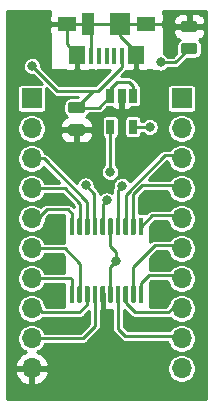
<source format=gbr>
%TF.GenerationSoftware,KiCad,Pcbnew,5.1.9-73d0e3b20d~88~ubuntu20.04.1*%
%TF.CreationDate,2021-07-12T22:59:01-04:00*%
%TF.ProjectId,stm32_breakout,73746d33-325f-4627-9265-616b6f75742e,rev?*%
%TF.SameCoordinates,Original*%
%TF.FileFunction,Copper,L1,Top*%
%TF.FilePolarity,Positive*%
%FSLAX46Y46*%
G04 Gerber Fmt 4.6, Leading zero omitted, Abs format (unit mm)*
G04 Created by KiCad (PCBNEW 5.1.9-73d0e3b20d~88~ubuntu20.04.1) date 2021-07-12 22:59:01*
%MOMM*%
%LPD*%
G01*
G04 APERTURE LIST*
%TA.AperFunction,ComponentPad*%
%ADD10R,1.700000X1.700000*%
%TD*%
%TA.AperFunction,ComponentPad*%
%ADD11O,1.700000X1.700000*%
%TD*%
%TA.AperFunction,SMDPad,CuDef*%
%ADD12R,0.650000X1.220000*%
%TD*%
%TA.AperFunction,SMDPad,CuDef*%
%ADD13R,0.450000X1.380000*%
%TD*%
%TA.AperFunction,SMDPad,CuDef*%
%ADD14R,1.425000X1.550000*%
%TD*%
%TA.AperFunction,SMDPad,CuDef*%
%ADD15R,1.650000X1.300000*%
%TD*%
%TA.AperFunction,SMDPad,CuDef*%
%ADD16R,1.800000X1.900000*%
%TD*%
%TA.AperFunction,SMDPad,CuDef*%
%ADD17R,1.000000X1.900000*%
%TD*%
%TA.AperFunction,ViaPad*%
%ADD18C,0.800000*%
%TD*%
%TA.AperFunction,Conductor*%
%ADD19C,0.250000*%
%TD*%
%TA.AperFunction,Conductor*%
%ADD20C,0.400000*%
%TD*%
%TA.AperFunction,Conductor*%
%ADD21C,0.254000*%
%TD*%
%TA.AperFunction,Conductor*%
%ADD22C,0.100000*%
%TD*%
G04 APERTURE END LIST*
D10*
%TO.P,J3,1*%
%TO.N,/PA0-CK_IN*%
X129540000Y-69850000D03*
D11*
%TO.P,J3,2*%
%TO.N,/PA1*%
X129540000Y-72390000D03*
%TO.P,J3,3*%
%TO.N,/PA2*%
X129540000Y-74930000D03*
%TO.P,J3,4*%
%TO.N,/PA3*%
X129540000Y-77470000D03*
%TO.P,J3,5*%
%TO.N,/PA4*%
X129540000Y-80010000D03*
%TO.P,J3,6*%
%TO.N,/PA6*%
X129540000Y-82550000D03*
%TO.P,J3,7*%
%TO.N,/PA5*%
X129540000Y-85090000D03*
%TO.P,J3,8*%
%TO.N,/PA7*%
X129540000Y-87630000D03*
%TO.P,J3,9*%
%TO.N,/PB1*%
X129540000Y-90170000D03*
%TO.P,J3,10*%
%TO.N,GND*%
X129540000Y-92710000D03*
%TD*%
D12*
%TO.P,U1,5*%
%TO.N,Net-(L1-Pad1)*%
X138110000Y-72245000D03*
%TO.P,U1,4*%
%TO.N,+3V3*%
X136210000Y-72245000D03*
%TO.P,U1,3*%
%TO.N,Net-(C1-Pad2)*%
X136210000Y-69625000D03*
%TO.P,U1,2*%
%TO.N,GND*%
X137160000Y-69625000D03*
%TO.P,U1,1*%
%TO.N,Net-(C1-Pad2)*%
X138110000Y-69625000D03*
%TD*%
%TO.P,C1,2*%
%TO.N,Net-(C1-Pad2)*%
%TA.AperFunction,SMDPad,CuDef*%
G36*
G01*
X133825000Y-71120000D02*
X132875000Y-71120000D01*
G75*
G02*
X132625000Y-70870000I0J250000D01*
G01*
X132625000Y-70370000D01*
G75*
G02*
X132875000Y-70120000I250000J0D01*
G01*
X133825000Y-70120000D01*
G75*
G02*
X134075000Y-70370000I0J-250000D01*
G01*
X134075000Y-70870000D01*
G75*
G02*
X133825000Y-71120000I-250000J0D01*
G01*
G37*
%TD.AperFunction*%
%TO.P,C1,1*%
%TO.N,GND*%
%TA.AperFunction,SMDPad,CuDef*%
G36*
G01*
X133825000Y-73020000D02*
X132875000Y-73020000D01*
G75*
G02*
X132625000Y-72770000I0J250000D01*
G01*
X132625000Y-72270000D01*
G75*
G02*
X132875000Y-72020000I250000J0D01*
G01*
X133825000Y-72020000D01*
G75*
G02*
X134075000Y-72270000I0J-250000D01*
G01*
X134075000Y-72770000D01*
G75*
G02*
X133825000Y-73020000I-250000J0D01*
G01*
G37*
%TD.AperFunction*%
%TD*%
%TO.P,D1,1*%
%TO.N,GND*%
%TA.AperFunction,SMDPad,CuDef*%
G36*
G01*
X142418750Y-63272000D02*
X143331250Y-63272000D01*
G75*
G02*
X143575000Y-63515750I0J-243750D01*
G01*
X143575000Y-64003250D01*
G75*
G02*
X143331250Y-64247000I-243750J0D01*
G01*
X142418750Y-64247000D01*
G75*
G02*
X142175000Y-64003250I0J243750D01*
G01*
X142175000Y-63515750D01*
G75*
G02*
X142418750Y-63272000I243750J0D01*
G01*
G37*
%TD.AperFunction*%
%TO.P,D1,2*%
%TO.N,Net-(D1-Pad2)*%
%TA.AperFunction,SMDPad,CuDef*%
G36*
G01*
X142418750Y-65147000D02*
X143331250Y-65147000D01*
G75*
G02*
X143575000Y-65390750I0J-243750D01*
G01*
X143575000Y-65878250D01*
G75*
G02*
X143331250Y-66122000I-243750J0D01*
G01*
X142418750Y-66122000D01*
G75*
G02*
X142175000Y-65878250I0J243750D01*
G01*
X142175000Y-65390750D01*
G75*
G02*
X142418750Y-65147000I243750J0D01*
G01*
G37*
%TD.AperFunction*%
%TD*%
D13*
%TO.P,J1,1*%
%TO.N,Net-(C1-Pad2)*%
X137190000Y-66230000D03*
%TO.P,J1,2*%
%TO.N,Net-(J1-Pad2)*%
X136540000Y-66230000D03*
%TO.P,J1,3*%
%TO.N,Net-(J1-Pad3)*%
X135890000Y-66230000D03*
%TO.P,J1,4*%
%TO.N,Net-(J1-Pad4)*%
X135240000Y-66230000D03*
%TO.P,J1,5*%
%TO.N,GND*%
X134590000Y-66230000D03*
D14*
%TO.P,J1,6*%
X138377500Y-66145000D03*
X133402500Y-66145000D03*
D15*
X139265000Y-63570000D03*
X132515000Y-63570000D03*
D16*
X137040000Y-63570000D03*
D17*
X134340000Y-63570000D03*
%TD*%
D11*
%TO.P,J2,10*%
%TO.N,+3V3*%
X142240000Y-92710000D03*
%TO.P,J2,9*%
%TO.N,/PA9*%
X142240000Y-90170000D03*
%TO.P,J2,8*%
%TO.N,/PA10*%
X142240000Y-87630000D03*
%TO.P,J2,7*%
%TO.N,/PA14*%
X142240000Y-85090000D03*
%TO.P,J2,6*%
%TO.N,/PA13*%
X142240000Y-82550000D03*
%TO.P,J2,5*%
%TO.N,/PB9-BOOT0*%
X142240000Y-80010000D03*
%TO.P,J2,4*%
%TO.N,/PC14-OSC32IN*%
X142240000Y-77470000D03*
%TO.P,J2,3*%
%TO.N,/PC15-OSC32_OUT*%
X142240000Y-74930000D03*
%TO.P,J2,2*%
%TO.N,/NRST*%
X142240000Y-72390000D03*
D10*
%TO.P,J2,1*%
%TO.N,Net-(J2-Pad1)*%
X142240000Y-69850000D03*
%TD*%
%TO.P,U2,1*%
%TO.N,/PB9-BOOT0*%
%TA.AperFunction,SMDPad,CuDef*%
G36*
G01*
X138715000Y-79966000D02*
X138915000Y-79966000D01*
G75*
G02*
X139015000Y-80066000I0J-100000D01*
G01*
X139015000Y-81341000D01*
G75*
G02*
X138915000Y-81441000I-100000J0D01*
G01*
X138715000Y-81441000D01*
G75*
G02*
X138615000Y-81341000I0J100000D01*
G01*
X138615000Y-80066000D01*
G75*
G02*
X138715000Y-79966000I100000J0D01*
G01*
G37*
%TD.AperFunction*%
%TO.P,U2,2*%
%TO.N,/PC14-OSC32IN*%
%TA.AperFunction,SMDPad,CuDef*%
G36*
G01*
X138065000Y-79966000D02*
X138265000Y-79966000D01*
G75*
G02*
X138365000Y-80066000I0J-100000D01*
G01*
X138365000Y-81341000D01*
G75*
G02*
X138265000Y-81441000I-100000J0D01*
G01*
X138065000Y-81441000D01*
G75*
G02*
X137965000Y-81341000I0J100000D01*
G01*
X137965000Y-80066000D01*
G75*
G02*
X138065000Y-79966000I100000J0D01*
G01*
G37*
%TD.AperFunction*%
%TO.P,U2,3*%
%TO.N,/PC15-OSC32_OUT*%
%TA.AperFunction,SMDPad,CuDef*%
G36*
G01*
X137415000Y-79966000D02*
X137615000Y-79966000D01*
G75*
G02*
X137715000Y-80066000I0J-100000D01*
G01*
X137715000Y-81341000D01*
G75*
G02*
X137615000Y-81441000I-100000J0D01*
G01*
X137415000Y-81441000D01*
G75*
G02*
X137315000Y-81341000I0J100000D01*
G01*
X137315000Y-80066000D01*
G75*
G02*
X137415000Y-79966000I100000J0D01*
G01*
G37*
%TD.AperFunction*%
%TO.P,U2,4*%
%TO.N,/NRST*%
%TA.AperFunction,SMDPad,CuDef*%
G36*
G01*
X136765000Y-79966000D02*
X136965000Y-79966000D01*
G75*
G02*
X137065000Y-80066000I0J-100000D01*
G01*
X137065000Y-81341000D01*
G75*
G02*
X136965000Y-81441000I-100000J0D01*
G01*
X136765000Y-81441000D01*
G75*
G02*
X136665000Y-81341000I0J100000D01*
G01*
X136665000Y-80066000D01*
G75*
G02*
X136765000Y-79966000I100000J0D01*
G01*
G37*
%TD.AperFunction*%
%TO.P,U2,5*%
%TO.N,+3V3*%
%TA.AperFunction,SMDPad,CuDef*%
G36*
G01*
X136115000Y-79966000D02*
X136315000Y-79966000D01*
G75*
G02*
X136415000Y-80066000I0J-100000D01*
G01*
X136415000Y-81341000D01*
G75*
G02*
X136315000Y-81441000I-100000J0D01*
G01*
X136115000Y-81441000D01*
G75*
G02*
X136015000Y-81341000I0J100000D01*
G01*
X136015000Y-80066000D01*
G75*
G02*
X136115000Y-79966000I100000J0D01*
G01*
G37*
%TD.AperFunction*%
%TO.P,U2,6*%
%TO.N,/PA0-CK_IN*%
%TA.AperFunction,SMDPad,CuDef*%
G36*
G01*
X135465000Y-79966000D02*
X135665000Y-79966000D01*
G75*
G02*
X135765000Y-80066000I0J-100000D01*
G01*
X135765000Y-81341000D01*
G75*
G02*
X135665000Y-81441000I-100000J0D01*
G01*
X135465000Y-81441000D01*
G75*
G02*
X135365000Y-81341000I0J100000D01*
G01*
X135365000Y-80066000D01*
G75*
G02*
X135465000Y-79966000I100000J0D01*
G01*
G37*
%TD.AperFunction*%
%TO.P,U2,7*%
%TO.N,/PA1*%
%TA.AperFunction,SMDPad,CuDef*%
G36*
G01*
X134815000Y-79966000D02*
X135015000Y-79966000D01*
G75*
G02*
X135115000Y-80066000I0J-100000D01*
G01*
X135115000Y-81341000D01*
G75*
G02*
X135015000Y-81441000I-100000J0D01*
G01*
X134815000Y-81441000D01*
G75*
G02*
X134715000Y-81341000I0J100000D01*
G01*
X134715000Y-80066000D01*
G75*
G02*
X134815000Y-79966000I100000J0D01*
G01*
G37*
%TD.AperFunction*%
%TO.P,U2,8*%
%TO.N,/PA2*%
%TA.AperFunction,SMDPad,CuDef*%
G36*
G01*
X134165000Y-79966000D02*
X134365000Y-79966000D01*
G75*
G02*
X134465000Y-80066000I0J-100000D01*
G01*
X134465000Y-81341000D01*
G75*
G02*
X134365000Y-81441000I-100000J0D01*
G01*
X134165000Y-81441000D01*
G75*
G02*
X134065000Y-81341000I0J100000D01*
G01*
X134065000Y-80066000D01*
G75*
G02*
X134165000Y-79966000I100000J0D01*
G01*
G37*
%TD.AperFunction*%
%TO.P,U2,9*%
%TO.N,/PA3*%
%TA.AperFunction,SMDPad,CuDef*%
G36*
G01*
X133515000Y-79966000D02*
X133715000Y-79966000D01*
G75*
G02*
X133815000Y-80066000I0J-100000D01*
G01*
X133815000Y-81341000D01*
G75*
G02*
X133715000Y-81441000I-100000J0D01*
G01*
X133515000Y-81441000D01*
G75*
G02*
X133415000Y-81341000I0J100000D01*
G01*
X133415000Y-80066000D01*
G75*
G02*
X133515000Y-79966000I100000J0D01*
G01*
G37*
%TD.AperFunction*%
%TO.P,U2,10*%
%TO.N,/PA4*%
%TA.AperFunction,SMDPad,CuDef*%
G36*
G01*
X132865000Y-79966000D02*
X133065000Y-79966000D01*
G75*
G02*
X133165000Y-80066000I0J-100000D01*
G01*
X133165000Y-81341000D01*
G75*
G02*
X133065000Y-81441000I-100000J0D01*
G01*
X132865000Y-81441000D01*
G75*
G02*
X132765000Y-81341000I0J100000D01*
G01*
X132765000Y-80066000D01*
G75*
G02*
X132865000Y-79966000I100000J0D01*
G01*
G37*
%TD.AperFunction*%
%TO.P,U2,11*%
%TO.N,/PA5*%
%TA.AperFunction,SMDPad,CuDef*%
G36*
G01*
X132865000Y-85691000D02*
X133065000Y-85691000D01*
G75*
G02*
X133165000Y-85791000I0J-100000D01*
G01*
X133165000Y-87066000D01*
G75*
G02*
X133065000Y-87166000I-100000J0D01*
G01*
X132865000Y-87166000D01*
G75*
G02*
X132765000Y-87066000I0J100000D01*
G01*
X132765000Y-85791000D01*
G75*
G02*
X132865000Y-85691000I100000J0D01*
G01*
G37*
%TD.AperFunction*%
%TO.P,U2,12*%
%TO.N,/PA6*%
%TA.AperFunction,SMDPad,CuDef*%
G36*
G01*
X133515000Y-85691000D02*
X133715000Y-85691000D01*
G75*
G02*
X133815000Y-85791000I0J-100000D01*
G01*
X133815000Y-87066000D01*
G75*
G02*
X133715000Y-87166000I-100000J0D01*
G01*
X133515000Y-87166000D01*
G75*
G02*
X133415000Y-87066000I0J100000D01*
G01*
X133415000Y-85791000D01*
G75*
G02*
X133515000Y-85691000I100000J0D01*
G01*
G37*
%TD.AperFunction*%
%TO.P,U2,13*%
%TO.N,/PA7*%
%TA.AperFunction,SMDPad,CuDef*%
G36*
G01*
X134165000Y-85691000D02*
X134365000Y-85691000D01*
G75*
G02*
X134465000Y-85791000I0J-100000D01*
G01*
X134465000Y-87066000D01*
G75*
G02*
X134365000Y-87166000I-100000J0D01*
G01*
X134165000Y-87166000D01*
G75*
G02*
X134065000Y-87066000I0J100000D01*
G01*
X134065000Y-85791000D01*
G75*
G02*
X134165000Y-85691000I100000J0D01*
G01*
G37*
%TD.AperFunction*%
%TO.P,U2,14*%
%TO.N,/PB1*%
%TA.AperFunction,SMDPad,CuDef*%
G36*
G01*
X134815000Y-85691000D02*
X135015000Y-85691000D01*
G75*
G02*
X135115000Y-85791000I0J-100000D01*
G01*
X135115000Y-87066000D01*
G75*
G02*
X135015000Y-87166000I-100000J0D01*
G01*
X134815000Y-87166000D01*
G75*
G02*
X134715000Y-87066000I0J100000D01*
G01*
X134715000Y-85791000D01*
G75*
G02*
X134815000Y-85691000I100000J0D01*
G01*
G37*
%TD.AperFunction*%
%TO.P,U2,15*%
%TO.N,GND*%
%TA.AperFunction,SMDPad,CuDef*%
G36*
G01*
X135465000Y-85691000D02*
X135665000Y-85691000D01*
G75*
G02*
X135765000Y-85791000I0J-100000D01*
G01*
X135765000Y-87066000D01*
G75*
G02*
X135665000Y-87166000I-100000J0D01*
G01*
X135465000Y-87166000D01*
G75*
G02*
X135365000Y-87066000I0J100000D01*
G01*
X135365000Y-85791000D01*
G75*
G02*
X135465000Y-85691000I100000J0D01*
G01*
G37*
%TD.AperFunction*%
%TO.P,U2,16*%
%TO.N,+3V3*%
%TA.AperFunction,SMDPad,CuDef*%
G36*
G01*
X136115000Y-85691000D02*
X136315000Y-85691000D01*
G75*
G02*
X136415000Y-85791000I0J-100000D01*
G01*
X136415000Y-87066000D01*
G75*
G02*
X136315000Y-87166000I-100000J0D01*
G01*
X136115000Y-87166000D01*
G75*
G02*
X136015000Y-87066000I0J100000D01*
G01*
X136015000Y-85791000D01*
G75*
G02*
X136115000Y-85691000I100000J0D01*
G01*
G37*
%TD.AperFunction*%
%TO.P,U2,17*%
%TO.N,/PA9*%
%TA.AperFunction,SMDPad,CuDef*%
G36*
G01*
X136765000Y-85691000D02*
X136965000Y-85691000D01*
G75*
G02*
X137065000Y-85791000I0J-100000D01*
G01*
X137065000Y-87066000D01*
G75*
G02*
X136965000Y-87166000I-100000J0D01*
G01*
X136765000Y-87166000D01*
G75*
G02*
X136665000Y-87066000I0J100000D01*
G01*
X136665000Y-85791000D01*
G75*
G02*
X136765000Y-85691000I100000J0D01*
G01*
G37*
%TD.AperFunction*%
%TO.P,U2,18*%
%TO.N,/PA10*%
%TA.AperFunction,SMDPad,CuDef*%
G36*
G01*
X137415000Y-85691000D02*
X137615000Y-85691000D01*
G75*
G02*
X137715000Y-85791000I0J-100000D01*
G01*
X137715000Y-87066000D01*
G75*
G02*
X137615000Y-87166000I-100000J0D01*
G01*
X137415000Y-87166000D01*
G75*
G02*
X137315000Y-87066000I0J100000D01*
G01*
X137315000Y-85791000D01*
G75*
G02*
X137415000Y-85691000I100000J0D01*
G01*
G37*
%TD.AperFunction*%
%TO.P,U2,19*%
%TO.N,/PA13*%
%TA.AperFunction,SMDPad,CuDef*%
G36*
G01*
X138065000Y-85691000D02*
X138265000Y-85691000D01*
G75*
G02*
X138365000Y-85791000I0J-100000D01*
G01*
X138365000Y-87066000D01*
G75*
G02*
X138265000Y-87166000I-100000J0D01*
G01*
X138065000Y-87166000D01*
G75*
G02*
X137965000Y-87066000I0J100000D01*
G01*
X137965000Y-85791000D01*
G75*
G02*
X138065000Y-85691000I100000J0D01*
G01*
G37*
%TD.AperFunction*%
%TO.P,U2,20*%
%TO.N,/PA14*%
%TA.AperFunction,SMDPad,CuDef*%
G36*
G01*
X138715000Y-85691000D02*
X138915000Y-85691000D01*
G75*
G02*
X139015000Y-85791000I0J-100000D01*
G01*
X139015000Y-87066000D01*
G75*
G02*
X138915000Y-87166000I-100000J0D01*
G01*
X138715000Y-87166000D01*
G75*
G02*
X138615000Y-87066000I0J100000D01*
G01*
X138615000Y-85791000D01*
G75*
G02*
X138715000Y-85691000I100000J0D01*
G01*
G37*
%TD.AperFunction*%
%TD*%
D18*
%TO.N,GND*%
X132232400Y-94234000D03*
X138887200Y-89001600D03*
X132689600Y-89255600D03*
X140004800Y-78333600D03*
X131572000Y-81076800D03*
X138938000Y-73665500D03*
%TO.N,+3V3*%
X136702800Y-83616800D03*
X136210000Y-76076000D03*
%TO.N,Net-(D1-Pad2)*%
X140461972Y-66802000D03*
%TO.N,/NRST*%
X137223850Y-77248417D03*
%TO.N,/PA0-CK_IN*%
X135890006Y-78486006D03*
%TO.N,/PA1*%
X134112000Y-77216000D03*
%TO.N,Net-(C1-Pad2)*%
X129603500Y-67125000D03*
%TO.N,Net-(L1-Pad1)*%
X139533000Y-72245000D03*
%TD*%
D19*
%TO.N,GND*%
X138377500Y-66145000D02*
X138377500Y-65917498D01*
D20*
X133402500Y-67511500D02*
X133402500Y-66145000D01*
D19*
X138377500Y-67514900D02*
X138365399Y-67527001D01*
X134590000Y-66230000D02*
X134590000Y-63820000D01*
X132515000Y-63570000D02*
X132515000Y-65257500D01*
X132934769Y-89010431D02*
X132689600Y-89255600D01*
X132934769Y-88891169D02*
X132934769Y-89010431D01*
X132515000Y-63570000D02*
X134340000Y-63570000D01*
D20*
X130727600Y-63570000D02*
X132515000Y-63570000D01*
X135565000Y-86428500D02*
X135565000Y-88219400D01*
D19*
X134340000Y-63570000D02*
X137040000Y-63570000D01*
X138377500Y-65917498D02*
X137040000Y-64579998D01*
X132515000Y-65257500D02*
X133402500Y-66145000D01*
X137040000Y-63570000D02*
X139265000Y-63570000D01*
X137040000Y-64579998D02*
X137040000Y-63570000D01*
X134590000Y-63820000D02*
X134340000Y-63570000D01*
D20*
X138377500Y-66145000D02*
X138377500Y-67514900D01*
D19*
X138365399Y-67527001D02*
X139022501Y-67527001D01*
X139022501Y-67527001D02*
X139065000Y-67569500D01*
X139022501Y-67527001D02*
X139561401Y-67527001D01*
X139389700Y-63505500D02*
X141414500Y-63505500D01*
X139325200Y-63570000D02*
X139389700Y-63505500D01*
X139265000Y-63570000D02*
X139325200Y-63570000D01*
%TO.N,+3V3*%
X136215000Y-86428500D02*
X136215000Y-84104600D01*
X136215000Y-84104600D02*
X136702800Y-83616800D01*
X136215000Y-80703500D02*
X136215000Y-82367000D01*
X136215000Y-82367000D02*
X136702800Y-82854800D01*
X136702800Y-82854800D02*
X136702800Y-83616800D01*
X136210000Y-72245000D02*
X136210000Y-76076000D01*
%TO.N,Net-(D1-Pad2)*%
X141707500Y-66802000D02*
X140461972Y-66802000D01*
X142875000Y-65634500D02*
X141707500Y-66802000D01*
%TO.N,/PB9-BOOT0*%
X138815000Y-80703500D02*
X139762500Y-79756000D01*
X139762500Y-79756000D02*
X141732000Y-79756000D01*
%TO.N,/PB1*%
X134915000Y-89113000D02*
X133858000Y-90170000D01*
X133858000Y-90170000D02*
X130048000Y-90170000D01*
X134915000Y-86428500D02*
X134915000Y-89113000D01*
%TO.N,/PC15-OSC32_OUT*%
X137515000Y-80703500D02*
X137508988Y-80697488D01*
X140821587Y-74676000D02*
X141732000Y-74676000D01*
X137508988Y-80697488D02*
X137508988Y-77988599D01*
X137508988Y-77988599D02*
X140821587Y-74676000D01*
%TO.N,/PC14-OSC32IN*%
X138165000Y-77968998D02*
X138917998Y-77216000D01*
X138917998Y-77216000D02*
X141732000Y-77216000D01*
X138165000Y-80703500D02*
X138165000Y-77968998D01*
%TO.N,/PA14*%
X138815000Y-85467000D02*
X139446000Y-84836000D01*
X139446000Y-84836000D02*
X141732000Y-84836000D01*
X138815000Y-86428500D02*
X138815000Y-85467000D01*
%TO.N,/PA13*%
X139954000Y-82296000D02*
X141732000Y-82296000D01*
X138165000Y-86428500D02*
X138165000Y-84085000D01*
X138165000Y-84085000D02*
X139954000Y-82296000D01*
%TO.N,/NRST*%
X136865000Y-80703500D02*
X136865000Y-77607267D01*
X136865000Y-77607267D02*
X137223850Y-77248417D01*
%TO.N,/PA0-CK_IN*%
X135565000Y-80703500D02*
X135565000Y-78811012D01*
X135565000Y-78811012D02*
X135890006Y-78486006D01*
%TO.N,/PA1*%
X134839997Y-77943997D02*
X134112000Y-77216000D01*
X134915000Y-80703500D02*
X134839997Y-80628497D01*
X134839997Y-80628497D02*
X134839997Y-77943997D01*
%TO.N,/PA2*%
X134265000Y-80703500D02*
X134265000Y-78639000D01*
X134265000Y-78639000D02*
X130556000Y-74930000D01*
X130556000Y-74930000D02*
X130048000Y-74930000D01*
%TO.N,/PA3*%
X132334000Y-77470000D02*
X130048000Y-77470000D01*
X133615000Y-78751000D02*
X132334000Y-77470000D01*
X133615000Y-80703500D02*
X133615000Y-78751000D01*
%TO.N,/PA4*%
X132588000Y-79248000D02*
X130810000Y-79248000D01*
X132965000Y-80703500D02*
X132965000Y-79625000D01*
X130810000Y-79248000D02*
X130048000Y-80010000D01*
X132965000Y-79625000D02*
X132588000Y-79248000D01*
%TO.N,/PA5*%
X132965000Y-86428500D02*
X132965000Y-85213000D01*
X132842000Y-85090000D02*
X130048000Y-85090000D01*
X132965000Y-85213000D02*
X132842000Y-85090000D01*
%TO.N,/PA6*%
X133615000Y-83831000D02*
X132334000Y-82550000D01*
X132334000Y-82550000D02*
X130048000Y-82550000D01*
X133615000Y-86428500D02*
X133615000Y-83831000D01*
%TO.N,/PA7*%
X134265000Y-86428500D02*
X134265000Y-87303200D01*
X134265000Y-87303200D02*
X133596402Y-87971798D01*
X133596402Y-87971798D02*
X130389798Y-87971798D01*
X130389798Y-87971798D02*
X130048000Y-87630000D01*
%TO.N,/PA9*%
X136865000Y-86428500D02*
X136865000Y-89373204D01*
X137472398Y-89980602D02*
X141667398Y-89980602D01*
X136865000Y-89373204D02*
X137472398Y-89980602D01*
X141667398Y-89980602D02*
X141732000Y-89916000D01*
%TO.N,/PA10*%
X137515000Y-87201372D02*
X138285426Y-87971798D01*
X137515000Y-86428500D02*
X137515000Y-87201372D01*
X138285426Y-87971798D02*
X141136202Y-87971798D01*
X141136202Y-87971798D02*
X141732000Y-87376000D01*
%TO.N,Net-(C1-Pad2)*%
X135215000Y-70620000D02*
X136210000Y-69625000D01*
X133350000Y-70620000D02*
X135215000Y-70620000D01*
X136210000Y-69054998D02*
X136210000Y-69625000D01*
X136806498Y-68458500D02*
X136210000Y-69054998D01*
X137803500Y-68458500D02*
X136806498Y-68458500D01*
X138110000Y-68765000D02*
X137803500Y-68458500D01*
X138110000Y-69625000D02*
X138110000Y-68765000D01*
X131699000Y-69220500D02*
X129603500Y-67125000D01*
X135139500Y-69220500D02*
X131699000Y-69220500D01*
X137190000Y-66230000D02*
X137190000Y-67170000D01*
X137190000Y-67170000D02*
X135139500Y-69220500D01*
X134719000Y-69220500D02*
X135139500Y-69220500D01*
X133477000Y-70462500D02*
X134719000Y-69220500D01*
%TO.N,Net-(L1-Pad1)*%
X138110000Y-72245000D02*
X139533000Y-72245000D01*
%TD*%
D21*
%TO.N,GND*%
X131089400Y-62712405D02*
X131064188Y-62795518D01*
X131051928Y-62920000D01*
X131055000Y-63284250D01*
X131089400Y-63318650D01*
X131089400Y-63821350D01*
X131055000Y-63855750D01*
X131051928Y-64220000D01*
X131064188Y-64344482D01*
X131089400Y-64427595D01*
X131089400Y-67310000D01*
X131091708Y-67334103D01*
X131098806Y-67357966D01*
X131110424Y-67379986D01*
X131126113Y-67399316D01*
X131145273Y-67415214D01*
X131167166Y-67427068D01*
X131190951Y-67434424D01*
X131215714Y-67436998D01*
X132326324Y-67443001D01*
X132335506Y-67450537D01*
X132445820Y-67509502D01*
X132565518Y-67545812D01*
X132690000Y-67558072D01*
X133116750Y-67555000D01*
X133223897Y-67447853D01*
X133583044Y-67449794D01*
X133688250Y-67555000D01*
X134115000Y-67558072D01*
X134239482Y-67545812D01*
X134242086Y-67545022D01*
X134333250Y-67555000D01*
X134401218Y-67487032D01*
X134461995Y-67454545D01*
X134747841Y-67456091D01*
X134846750Y-67555000D01*
X134949326Y-67543773D01*
X135068437Y-67505581D01*
X135153666Y-67458284D01*
X136180573Y-67463835D01*
X134929909Y-68714500D01*
X134743845Y-68714500D01*
X134718999Y-68712053D01*
X134694153Y-68714500D01*
X131908592Y-68714500D01*
X130384500Y-67190409D01*
X130384500Y-67048078D01*
X130354487Y-66897191D01*
X130295613Y-66755058D01*
X130210142Y-66627141D01*
X130101359Y-66518358D01*
X129973442Y-66432887D01*
X129831309Y-66374013D01*
X129680422Y-66344000D01*
X129526578Y-66344000D01*
X129375691Y-66374013D01*
X129233558Y-66432887D01*
X129105641Y-66518358D01*
X128996858Y-66627141D01*
X128911387Y-66755058D01*
X128852513Y-66897191D01*
X128822500Y-67048078D01*
X128822500Y-67201922D01*
X128852513Y-67352809D01*
X128911387Y-67494942D01*
X128996858Y-67622859D01*
X129105641Y-67731642D01*
X129233558Y-67817113D01*
X129375691Y-67875987D01*
X129526578Y-67906000D01*
X129668909Y-67906000D01*
X130380065Y-68617157D01*
X128690000Y-68617157D01*
X128615311Y-68624513D01*
X128543492Y-68646299D01*
X128477304Y-68681678D01*
X128419289Y-68729289D01*
X128371678Y-68787304D01*
X128336299Y-68853492D01*
X128314513Y-68925311D01*
X128307157Y-69000000D01*
X128307157Y-70700000D01*
X128314513Y-70774689D01*
X128336299Y-70846508D01*
X128371678Y-70912696D01*
X128419289Y-70970711D01*
X128477304Y-71018322D01*
X128543492Y-71053701D01*
X128615311Y-71075487D01*
X128690000Y-71082843D01*
X130390000Y-71082843D01*
X130464689Y-71075487D01*
X130536508Y-71053701D01*
X130602696Y-71018322D01*
X130660711Y-70970711D01*
X130708322Y-70912696D01*
X130743701Y-70846508D01*
X130765487Y-70774689D01*
X130772843Y-70700000D01*
X130772843Y-69009935D01*
X131323628Y-69560720D01*
X131339473Y-69580027D01*
X131416521Y-69643259D01*
X131504425Y-69690245D01*
X131599807Y-69719178D01*
X131699000Y-69728948D01*
X131723854Y-69726500D01*
X133497409Y-69726500D01*
X133486752Y-69737157D01*
X132875000Y-69737157D01*
X132751538Y-69749317D01*
X132632821Y-69785329D01*
X132523411Y-69843810D01*
X132427512Y-69922512D01*
X132348810Y-70018411D01*
X132290329Y-70127821D01*
X132254317Y-70246538D01*
X132242157Y-70370000D01*
X132242157Y-70870000D01*
X132254317Y-70993462D01*
X132290329Y-71112179D01*
X132348810Y-71221589D01*
X132427512Y-71317488D01*
X132518780Y-71392389D01*
X132500518Y-71394188D01*
X132380820Y-71430498D01*
X132270506Y-71489463D01*
X132173815Y-71568815D01*
X132094463Y-71665506D01*
X132035498Y-71775820D01*
X131999188Y-71895518D01*
X131986928Y-72020000D01*
X131990000Y-72234250D01*
X132148750Y-72393000D01*
X133223000Y-72393000D01*
X133223000Y-72373000D01*
X133477000Y-72373000D01*
X133477000Y-72393000D01*
X134551250Y-72393000D01*
X134710000Y-72234250D01*
X134713072Y-72020000D01*
X134700812Y-71895518D01*
X134664502Y-71775820D01*
X134605537Y-71665506D01*
X134526185Y-71568815D01*
X134429494Y-71489463D01*
X134319180Y-71430498D01*
X134199482Y-71394188D01*
X134181220Y-71392389D01*
X134272488Y-71317488D01*
X134351190Y-71221589D01*
X134402284Y-71126000D01*
X135190154Y-71126000D01*
X135215000Y-71128447D01*
X135239846Y-71126000D01*
X135239854Y-71126000D01*
X135314193Y-71118678D01*
X135409575Y-71089745D01*
X135497479Y-71042759D01*
X135574527Y-70979527D01*
X135590376Y-70960215D01*
X135932748Y-70617843D01*
X136327728Y-70617843D01*
X136383815Y-70686185D01*
X136480506Y-70765537D01*
X136590820Y-70824502D01*
X136710518Y-70860812D01*
X136835000Y-70873072D01*
X136874250Y-70870000D01*
X137033000Y-70711250D01*
X137033000Y-69752000D01*
X137013000Y-69752000D01*
X137013000Y-69498000D01*
X137033000Y-69498000D01*
X137033000Y-69478000D01*
X137287000Y-69478000D01*
X137287000Y-69498000D01*
X137307000Y-69498000D01*
X137307000Y-69752000D01*
X137287000Y-69752000D01*
X137287000Y-70711250D01*
X137445750Y-70870000D01*
X137485000Y-70873072D01*
X137609482Y-70860812D01*
X137729180Y-70824502D01*
X137839494Y-70765537D01*
X137936185Y-70686185D01*
X137992272Y-70617843D01*
X138435000Y-70617843D01*
X138509689Y-70610487D01*
X138581508Y-70588701D01*
X138647696Y-70553322D01*
X138705711Y-70505711D01*
X138753322Y-70447696D01*
X138788701Y-70381508D01*
X138810487Y-70309689D01*
X138817843Y-70235000D01*
X138817843Y-69015000D01*
X138816366Y-69000000D01*
X141007157Y-69000000D01*
X141007157Y-70700000D01*
X141014513Y-70774689D01*
X141036299Y-70846508D01*
X141071678Y-70912696D01*
X141119289Y-70970711D01*
X141177304Y-71018322D01*
X141243492Y-71053701D01*
X141315311Y-71075487D01*
X141390000Y-71082843D01*
X143090000Y-71082843D01*
X143164689Y-71075487D01*
X143236508Y-71053701D01*
X143302696Y-71018322D01*
X143360711Y-70970711D01*
X143408322Y-70912696D01*
X143443701Y-70846508D01*
X143465487Y-70774689D01*
X143472843Y-70700000D01*
X143472843Y-69000000D01*
X143465487Y-68925311D01*
X143443701Y-68853492D01*
X143408322Y-68787304D01*
X143360711Y-68729289D01*
X143302696Y-68681678D01*
X143236508Y-68646299D01*
X143164689Y-68624513D01*
X143090000Y-68617157D01*
X141390000Y-68617157D01*
X141315311Y-68624513D01*
X141243492Y-68646299D01*
X141177304Y-68681678D01*
X141119289Y-68729289D01*
X141071678Y-68787304D01*
X141036299Y-68853492D01*
X141014513Y-68925311D01*
X141007157Y-69000000D01*
X138816366Y-69000000D01*
X138810487Y-68940311D01*
X138788701Y-68868492D01*
X138753322Y-68802304D01*
X138705711Y-68744289D01*
X138647696Y-68696678D01*
X138609719Y-68676379D01*
X138608678Y-68665807D01*
X138602761Y-68646299D01*
X138600702Y-68639513D01*
X138579745Y-68570425D01*
X138532759Y-68482521D01*
X138469527Y-68405473D01*
X138450215Y-68389624D01*
X138178876Y-68118285D01*
X138163027Y-68098973D01*
X138085979Y-68035741D01*
X137998075Y-67988755D01*
X137902693Y-67959822D01*
X137828354Y-67952500D01*
X137828346Y-67952500D01*
X137803500Y-67950053D01*
X137778654Y-67952500D01*
X137123092Y-67952500D01*
X137530220Y-67545372D01*
X137532608Y-67543412D01*
X137540518Y-67545812D01*
X137665000Y-67558072D01*
X138091750Y-67555000D01*
X138172150Y-67474600D01*
X138585082Y-67476832D01*
X138663250Y-67555000D01*
X139090000Y-67558072D01*
X139214482Y-67545812D01*
X139334180Y-67509502D01*
X139387188Y-67481168D01*
X140078247Y-67484904D01*
X140092030Y-67494113D01*
X140234163Y-67552987D01*
X140385050Y-67583000D01*
X140538894Y-67583000D01*
X140689781Y-67552987D01*
X140831914Y-67494113D01*
X140959831Y-67408642D01*
X141060473Y-67308000D01*
X141682654Y-67308000D01*
X141707500Y-67310447D01*
X141732346Y-67308000D01*
X141732354Y-67308000D01*
X141806693Y-67300678D01*
X141902075Y-67271745D01*
X141989979Y-67224759D01*
X142067027Y-67161527D01*
X142082876Y-67142215D01*
X142720249Y-66504843D01*
X143331250Y-66504843D01*
X143453492Y-66492803D01*
X143571037Y-66457146D01*
X143679366Y-66399243D01*
X143774318Y-66321318D01*
X143852243Y-66226366D01*
X143910146Y-66118037D01*
X143945803Y-66000492D01*
X143957843Y-65878250D01*
X143957843Y-65390750D01*
X143945803Y-65268508D01*
X143910146Y-65150963D01*
X143852243Y-65042634D01*
X143774318Y-64947682D01*
X143684845Y-64874254D01*
X143699482Y-64872812D01*
X143819180Y-64836502D01*
X143929494Y-64777537D01*
X144026185Y-64698185D01*
X144105537Y-64601494D01*
X144164502Y-64491180D01*
X144200812Y-64371482D01*
X144213072Y-64247000D01*
X144210000Y-64045250D01*
X144051250Y-63886500D01*
X143002000Y-63886500D01*
X143002000Y-63906500D01*
X142748000Y-63906500D01*
X142748000Y-63886500D01*
X141698750Y-63886500D01*
X141540000Y-64045250D01*
X141536928Y-64247000D01*
X141549188Y-64371482D01*
X141585498Y-64491180D01*
X141644463Y-64601494D01*
X141723815Y-64698185D01*
X141820506Y-64777537D01*
X141930820Y-64836502D01*
X142050518Y-64872812D01*
X142065155Y-64874254D01*
X141975682Y-64947682D01*
X141897757Y-65042634D01*
X141839854Y-65150963D01*
X141804197Y-65268508D01*
X141792157Y-65390750D01*
X141792157Y-65878250D01*
X141803230Y-65990678D01*
X141497909Y-66296000D01*
X141060473Y-66296000D01*
X140959831Y-66195358D01*
X140831914Y-66109887D01*
X140729203Y-66067342D01*
X140713036Y-64353634D01*
X140715812Y-64344482D01*
X140728072Y-64220000D01*
X140725000Y-63855750D01*
X140708180Y-63838930D01*
X140703153Y-63306097D01*
X140725000Y-63284250D01*
X140725103Y-63272000D01*
X141536928Y-63272000D01*
X141540000Y-63473750D01*
X141698750Y-63632500D01*
X142748000Y-63632500D01*
X142748000Y-62795750D01*
X143002000Y-62795750D01*
X143002000Y-63632500D01*
X144051250Y-63632500D01*
X144210000Y-63473750D01*
X144213072Y-63272000D01*
X144200812Y-63147518D01*
X144164502Y-63027820D01*
X144105537Y-62917506D01*
X144026185Y-62820815D01*
X143929494Y-62741463D01*
X143819180Y-62682498D01*
X143699482Y-62646188D01*
X143575000Y-62633928D01*
X143160750Y-62637000D01*
X143002000Y-62795750D01*
X142748000Y-62795750D01*
X142589250Y-62637000D01*
X142175000Y-62633928D01*
X142050518Y-62646188D01*
X141930820Y-62682498D01*
X141820506Y-62741463D01*
X141723815Y-62820815D01*
X141644463Y-62917506D01*
X141585498Y-63027820D01*
X141549188Y-63147518D01*
X141536928Y-63272000D01*
X140725103Y-63272000D01*
X140728072Y-62920000D01*
X140715812Y-62795518D01*
X140697776Y-62736060D01*
X140695322Y-62476000D01*
X144349001Y-62476000D01*
X144349000Y-67288832D01*
X144349000Y-67288833D01*
X144349001Y-95269000D01*
X127431000Y-95269000D01*
X127431000Y-93066890D01*
X128098524Y-93066890D01*
X128143175Y-93214099D01*
X128268359Y-93476920D01*
X128442412Y-93710269D01*
X128658645Y-93905178D01*
X128908748Y-94054157D01*
X129183109Y-94151481D01*
X129413000Y-94030814D01*
X129413000Y-92837000D01*
X129667000Y-92837000D01*
X129667000Y-94030814D01*
X129896891Y-94151481D01*
X130171252Y-94054157D01*
X130421355Y-93905178D01*
X130637588Y-93710269D01*
X130811641Y-93476920D01*
X130936825Y-93214099D01*
X130981476Y-93066890D01*
X130860155Y-92837000D01*
X129667000Y-92837000D01*
X129413000Y-92837000D01*
X128219845Y-92837000D01*
X128098524Y-93066890D01*
X127431000Y-93066890D01*
X127431000Y-92588757D01*
X141009000Y-92588757D01*
X141009000Y-92831243D01*
X141056307Y-93069069D01*
X141149102Y-93293097D01*
X141283820Y-93494717D01*
X141455283Y-93666180D01*
X141656903Y-93800898D01*
X141880931Y-93893693D01*
X142118757Y-93941000D01*
X142361243Y-93941000D01*
X142599069Y-93893693D01*
X142823097Y-93800898D01*
X143024717Y-93666180D01*
X143196180Y-93494717D01*
X143330898Y-93293097D01*
X143423693Y-93069069D01*
X143471000Y-92831243D01*
X143471000Y-92588757D01*
X143423693Y-92350931D01*
X143330898Y-92126903D01*
X143196180Y-91925283D01*
X143024717Y-91753820D01*
X142823097Y-91619102D01*
X142599069Y-91526307D01*
X142361243Y-91479000D01*
X142118757Y-91479000D01*
X141880931Y-91526307D01*
X141656903Y-91619102D01*
X141455283Y-91753820D01*
X141283820Y-91925283D01*
X141149102Y-92126903D01*
X141056307Y-92350931D01*
X141009000Y-92588757D01*
X127431000Y-92588757D01*
X127431000Y-92353110D01*
X128098524Y-92353110D01*
X128219845Y-92583000D01*
X129413000Y-92583000D01*
X129413000Y-92563000D01*
X129667000Y-92563000D01*
X129667000Y-92583000D01*
X130860155Y-92583000D01*
X130981476Y-92353110D01*
X130936825Y-92205901D01*
X130811641Y-91943080D01*
X130637588Y-91709731D01*
X130421355Y-91514822D01*
X130171252Y-91365843D01*
X130008832Y-91308228D01*
X130123097Y-91260898D01*
X130324717Y-91126180D01*
X130496180Y-90954717D01*
X130630898Y-90753097D01*
X130662832Y-90676000D01*
X133833154Y-90676000D01*
X133858000Y-90678447D01*
X133882846Y-90676000D01*
X133882854Y-90676000D01*
X133957193Y-90668678D01*
X134052575Y-90639745D01*
X134140479Y-90592759D01*
X134217527Y-90529527D01*
X134233376Y-90510215D01*
X135255220Y-89488372D01*
X135274527Y-89472527D01*
X135337759Y-89395479D01*
X135384745Y-89307575D01*
X135413678Y-89212193D01*
X135421000Y-89137854D01*
X135423448Y-89113000D01*
X135421000Y-89088146D01*
X135421000Y-87757000D01*
X135752750Y-87757000D01*
X135796750Y-87801000D01*
X135898883Y-87789868D01*
X136001642Y-87757000D01*
X136359000Y-87757000D01*
X136359001Y-89348348D01*
X136356553Y-89373204D01*
X136366322Y-89472396D01*
X136395255Y-89567778D01*
X136405478Y-89586903D01*
X136442242Y-89655683D01*
X136505474Y-89732731D01*
X136524780Y-89748575D01*
X137097026Y-90320822D01*
X137112871Y-90340129D01*
X137189919Y-90403361D01*
X137277823Y-90450347D01*
X137351005Y-90472546D01*
X137373204Y-90479280D01*
X137383092Y-90480254D01*
X137447544Y-90486602D01*
X137447551Y-90486602D01*
X137472397Y-90489049D01*
X137497243Y-90486602D01*
X141047860Y-90486602D01*
X141056307Y-90529069D01*
X141149102Y-90753097D01*
X141283820Y-90954717D01*
X141455283Y-91126180D01*
X141656903Y-91260898D01*
X141880931Y-91353693D01*
X142118757Y-91401000D01*
X142361243Y-91401000D01*
X142599069Y-91353693D01*
X142823097Y-91260898D01*
X143024717Y-91126180D01*
X143196180Y-90954717D01*
X143330898Y-90753097D01*
X143423693Y-90529069D01*
X143471000Y-90291243D01*
X143471000Y-90048757D01*
X143423693Y-89810931D01*
X143330898Y-89586903D01*
X143196180Y-89385283D01*
X143024717Y-89213820D01*
X142823097Y-89079102D01*
X142599069Y-88986307D01*
X142361243Y-88939000D01*
X142118757Y-88939000D01*
X141880931Y-88986307D01*
X141656903Y-89079102D01*
X141455283Y-89213820D01*
X141283820Y-89385283D01*
X141224139Y-89474602D01*
X137681990Y-89474602D01*
X137371000Y-89163613D01*
X137371000Y-87772963D01*
X137910054Y-88312018D01*
X137925899Y-88331325D01*
X138002947Y-88394557D01*
X138090849Y-88441542D01*
X138090851Y-88441543D01*
X138186233Y-88470476D01*
X138285426Y-88480246D01*
X138310280Y-88477798D01*
X141111356Y-88477798D01*
X141136202Y-88480245D01*
X141161048Y-88477798D01*
X141161056Y-88477798D01*
X141235395Y-88470476D01*
X141315331Y-88446228D01*
X141455283Y-88586180D01*
X141656903Y-88720898D01*
X141880931Y-88813693D01*
X142118757Y-88861000D01*
X142361243Y-88861000D01*
X142599069Y-88813693D01*
X142823097Y-88720898D01*
X143024717Y-88586180D01*
X143196180Y-88414717D01*
X143330898Y-88213097D01*
X143423693Y-87989069D01*
X143471000Y-87751243D01*
X143471000Y-87508757D01*
X143423693Y-87270931D01*
X143330898Y-87046903D01*
X143196180Y-86845283D01*
X143024717Y-86673820D01*
X142823097Y-86539102D01*
X142599069Y-86446307D01*
X142361243Y-86399000D01*
X142118757Y-86399000D01*
X141880931Y-86446307D01*
X141656903Y-86539102D01*
X141455283Y-86673820D01*
X141283820Y-86845283D01*
X141149102Y-87046903D01*
X141056307Y-87270931D01*
X141040125Y-87352284D01*
X140926611Y-87465798D01*
X139573000Y-87465798D01*
X139573000Y-85424592D01*
X139655592Y-85342000D01*
X141035009Y-85342000D01*
X141056307Y-85449069D01*
X141149102Y-85673097D01*
X141283820Y-85874717D01*
X141455283Y-86046180D01*
X141656903Y-86180898D01*
X141880931Y-86273693D01*
X142118757Y-86321000D01*
X142361243Y-86321000D01*
X142599069Y-86273693D01*
X142823097Y-86180898D01*
X143024717Y-86046180D01*
X143196180Y-85874717D01*
X143330898Y-85673097D01*
X143423693Y-85449069D01*
X143471000Y-85211243D01*
X143471000Y-84968757D01*
X143423693Y-84730931D01*
X143330898Y-84506903D01*
X143196180Y-84305283D01*
X143024717Y-84133820D01*
X142823097Y-83999102D01*
X142599069Y-83906307D01*
X142361243Y-83859000D01*
X142118757Y-83859000D01*
X141880931Y-83906307D01*
X141656903Y-83999102D01*
X141455283Y-84133820D01*
X141283820Y-84305283D01*
X141267305Y-84330000D01*
X139573000Y-84330000D01*
X139573000Y-83392592D01*
X140163592Y-82802000D01*
X141035009Y-82802000D01*
X141056307Y-82909069D01*
X141149102Y-83133097D01*
X141283820Y-83334717D01*
X141455283Y-83506180D01*
X141656903Y-83640898D01*
X141880931Y-83733693D01*
X142118757Y-83781000D01*
X142361243Y-83781000D01*
X142599069Y-83733693D01*
X142823097Y-83640898D01*
X143024717Y-83506180D01*
X143196180Y-83334717D01*
X143330898Y-83133097D01*
X143423693Y-82909069D01*
X143471000Y-82671243D01*
X143471000Y-82428757D01*
X143423693Y-82190931D01*
X143330898Y-81966903D01*
X143196180Y-81765283D01*
X143024717Y-81593820D01*
X142823097Y-81459102D01*
X142599069Y-81366307D01*
X142361243Y-81319000D01*
X142118757Y-81319000D01*
X141880931Y-81366307D01*
X141656903Y-81459102D01*
X141455283Y-81593820D01*
X141283820Y-81765283D01*
X141267305Y-81790000D01*
X139978845Y-81790000D01*
X139953999Y-81787553D01*
X139929153Y-81790000D01*
X139929146Y-81790000D01*
X139854807Y-81797322D01*
X139759425Y-81826255D01*
X139671521Y-81873241D01*
X139594473Y-81936473D01*
X139578628Y-81955780D01*
X139573000Y-81961408D01*
X139573000Y-80661091D01*
X139972092Y-80262000D01*
X141035009Y-80262000D01*
X141056307Y-80369069D01*
X141149102Y-80593097D01*
X141283820Y-80794717D01*
X141455283Y-80966180D01*
X141656903Y-81100898D01*
X141880931Y-81193693D01*
X142118757Y-81241000D01*
X142361243Y-81241000D01*
X142599069Y-81193693D01*
X142823097Y-81100898D01*
X143024717Y-80966180D01*
X143196180Y-80794717D01*
X143330898Y-80593097D01*
X143423693Y-80369069D01*
X143471000Y-80131243D01*
X143471000Y-79888757D01*
X143423693Y-79650931D01*
X143330898Y-79426903D01*
X143196180Y-79225283D01*
X143024717Y-79053820D01*
X142823097Y-78919102D01*
X142599069Y-78826307D01*
X142361243Y-78779000D01*
X142118757Y-78779000D01*
X141880931Y-78826307D01*
X141656903Y-78919102D01*
X141455283Y-79053820D01*
X141283820Y-79225283D01*
X141267305Y-79250000D01*
X139787345Y-79250000D01*
X139762499Y-79247553D01*
X139737653Y-79250000D01*
X139737646Y-79250000D01*
X139673194Y-79256348D01*
X139663306Y-79257322D01*
X139656298Y-79259448D01*
X139567925Y-79286255D01*
X139480021Y-79333241D01*
X139402973Y-79396473D01*
X139387128Y-79415780D01*
X139275508Y-79527400D01*
X138671000Y-79527400D01*
X138671000Y-78178589D01*
X139127590Y-77722000D01*
X141035009Y-77722000D01*
X141056307Y-77829069D01*
X141149102Y-78053097D01*
X141283820Y-78254717D01*
X141455283Y-78426180D01*
X141656903Y-78560898D01*
X141880931Y-78653693D01*
X142118757Y-78701000D01*
X142361243Y-78701000D01*
X142599069Y-78653693D01*
X142823097Y-78560898D01*
X143024717Y-78426180D01*
X143196180Y-78254717D01*
X143330898Y-78053097D01*
X143423693Y-77829069D01*
X143471000Y-77591243D01*
X143471000Y-77348757D01*
X143423693Y-77110931D01*
X143330898Y-76886903D01*
X143196180Y-76685283D01*
X143024717Y-76513820D01*
X142823097Y-76379102D01*
X142599069Y-76286307D01*
X142361243Y-76239000D01*
X142118757Y-76239000D01*
X141880931Y-76286307D01*
X141656903Y-76379102D01*
X141455283Y-76513820D01*
X141283820Y-76685283D01*
X141267305Y-76710000D01*
X139503178Y-76710000D01*
X141031179Y-75182000D01*
X141035009Y-75182000D01*
X141056307Y-75289069D01*
X141149102Y-75513097D01*
X141283820Y-75714717D01*
X141455283Y-75886180D01*
X141656903Y-76020898D01*
X141880931Y-76113693D01*
X142118757Y-76161000D01*
X142361243Y-76161000D01*
X142599069Y-76113693D01*
X142823097Y-76020898D01*
X143024717Y-75886180D01*
X143196180Y-75714717D01*
X143330898Y-75513097D01*
X143423693Y-75289069D01*
X143471000Y-75051243D01*
X143471000Y-74808757D01*
X143423693Y-74570931D01*
X143330898Y-74346903D01*
X143196180Y-74145283D01*
X143024717Y-73973820D01*
X142823097Y-73839102D01*
X142599069Y-73746307D01*
X142361243Y-73699000D01*
X142118757Y-73699000D01*
X141880931Y-73746307D01*
X141656903Y-73839102D01*
X141455283Y-73973820D01*
X141283820Y-74145283D01*
X141267305Y-74170000D01*
X140846432Y-74170000D01*
X140821586Y-74167553D01*
X140796740Y-74170000D01*
X140796733Y-74170000D01*
X140732281Y-74176348D01*
X140722393Y-74177322D01*
X140700194Y-74184056D01*
X140627012Y-74206255D01*
X140539108Y-74253241D01*
X140462060Y-74316473D01*
X140446215Y-74335780D01*
X137910979Y-76871016D01*
X137830492Y-76750558D01*
X137721709Y-76641775D01*
X137593792Y-76556304D01*
X137451659Y-76497430D01*
X137300772Y-76467417D01*
X137146928Y-76467417D01*
X136996041Y-76497430D01*
X136853908Y-76556304D01*
X136794506Y-76595995D01*
X136816642Y-76573859D01*
X136902113Y-76445942D01*
X136960987Y-76303809D01*
X136991000Y-76152922D01*
X136991000Y-75999078D01*
X136960987Y-75848191D01*
X136902113Y-75706058D01*
X136816642Y-75578141D01*
X136716000Y-75477499D01*
X136716000Y-73190264D01*
X136747696Y-73173322D01*
X136805711Y-73125711D01*
X136853322Y-73067696D01*
X136888701Y-73001508D01*
X136910487Y-72929689D01*
X136917843Y-72855000D01*
X136917843Y-71635000D01*
X137402157Y-71635000D01*
X137402157Y-72855000D01*
X137409513Y-72929689D01*
X137431299Y-73001508D01*
X137466678Y-73067696D01*
X137514289Y-73125711D01*
X137572304Y-73173322D01*
X137638492Y-73208701D01*
X137710311Y-73230487D01*
X137785000Y-73237843D01*
X138435000Y-73237843D01*
X138509689Y-73230487D01*
X138581508Y-73208701D01*
X138647696Y-73173322D01*
X138705711Y-73125711D01*
X138753322Y-73067696D01*
X138788701Y-73001508D01*
X138810487Y-72929689D01*
X138817843Y-72855000D01*
X138817843Y-72751000D01*
X138934499Y-72751000D01*
X139035141Y-72851642D01*
X139163058Y-72937113D01*
X139305191Y-72995987D01*
X139456078Y-73026000D01*
X139609922Y-73026000D01*
X139760809Y-72995987D01*
X139902942Y-72937113D01*
X140030859Y-72851642D01*
X140139642Y-72742859D01*
X140225113Y-72614942D01*
X140283987Y-72472809D01*
X140314000Y-72321922D01*
X140314000Y-72268757D01*
X141009000Y-72268757D01*
X141009000Y-72511243D01*
X141056307Y-72749069D01*
X141149102Y-72973097D01*
X141283820Y-73174717D01*
X141455283Y-73346180D01*
X141656903Y-73480898D01*
X141880931Y-73573693D01*
X142118757Y-73621000D01*
X142361243Y-73621000D01*
X142599069Y-73573693D01*
X142823097Y-73480898D01*
X143024717Y-73346180D01*
X143196180Y-73174717D01*
X143330898Y-72973097D01*
X143423693Y-72749069D01*
X143471000Y-72511243D01*
X143471000Y-72268757D01*
X143423693Y-72030931D01*
X143330898Y-71806903D01*
X143196180Y-71605283D01*
X143024717Y-71433820D01*
X142823097Y-71299102D01*
X142599069Y-71206307D01*
X142361243Y-71159000D01*
X142118757Y-71159000D01*
X141880931Y-71206307D01*
X141656903Y-71299102D01*
X141455283Y-71433820D01*
X141283820Y-71605283D01*
X141149102Y-71806903D01*
X141056307Y-72030931D01*
X141009000Y-72268757D01*
X140314000Y-72268757D01*
X140314000Y-72168078D01*
X140283987Y-72017191D01*
X140225113Y-71875058D01*
X140139642Y-71747141D01*
X140030859Y-71638358D01*
X139902942Y-71552887D01*
X139760809Y-71494013D01*
X139609922Y-71464000D01*
X139456078Y-71464000D01*
X139305191Y-71494013D01*
X139163058Y-71552887D01*
X139035141Y-71638358D01*
X138934499Y-71739000D01*
X138817843Y-71739000D01*
X138817843Y-71635000D01*
X138810487Y-71560311D01*
X138788701Y-71488492D01*
X138753322Y-71422304D01*
X138705711Y-71364289D01*
X138647696Y-71316678D01*
X138581508Y-71281299D01*
X138509689Y-71259513D01*
X138435000Y-71252157D01*
X137785000Y-71252157D01*
X137710311Y-71259513D01*
X137638492Y-71281299D01*
X137572304Y-71316678D01*
X137514289Y-71364289D01*
X137466678Y-71422304D01*
X137431299Y-71488492D01*
X137409513Y-71560311D01*
X137402157Y-71635000D01*
X136917843Y-71635000D01*
X136910487Y-71560311D01*
X136888701Y-71488492D01*
X136853322Y-71422304D01*
X136805711Y-71364289D01*
X136747696Y-71316678D01*
X136681508Y-71281299D01*
X136609689Y-71259513D01*
X136535000Y-71252157D01*
X135885000Y-71252157D01*
X135810311Y-71259513D01*
X135738492Y-71281299D01*
X135672304Y-71316678D01*
X135614289Y-71364289D01*
X135566678Y-71422304D01*
X135531299Y-71488492D01*
X135509513Y-71560311D01*
X135502157Y-71635000D01*
X135502157Y-72855000D01*
X135509513Y-72929689D01*
X135531299Y-73001508D01*
X135566678Y-73067696D01*
X135614289Y-73125711D01*
X135672304Y-73173322D01*
X135704000Y-73190264D01*
X135704001Y-75477498D01*
X135603358Y-75578141D01*
X135517887Y-75706058D01*
X135459013Y-75848191D01*
X135429000Y-75999078D01*
X135429000Y-76152922D01*
X135459013Y-76303809D01*
X135517887Y-76445942D01*
X135603358Y-76573859D01*
X135712141Y-76682642D01*
X135840058Y-76768113D01*
X135982191Y-76826987D01*
X136133078Y-76857000D01*
X136286922Y-76857000D01*
X136437809Y-76826987D01*
X136579942Y-76768113D01*
X136639344Y-76728422D01*
X136617208Y-76750558D01*
X136531737Y-76878475D01*
X136472863Y-77020608D01*
X136442850Y-77171495D01*
X136442850Y-77324047D01*
X136442242Y-77324788D01*
X136429430Y-77348757D01*
X136395255Y-77412693D01*
X136366322Y-77508075D01*
X136356553Y-77607267D01*
X136359001Y-77632123D01*
X136359001Y-77860078D01*
X136259948Y-77793893D01*
X136117815Y-77735019D01*
X135966928Y-77705006D01*
X135813084Y-77705006D01*
X135662197Y-77735019D01*
X135520064Y-77793893D01*
X135392147Y-77879364D01*
X135346568Y-77924943D01*
X135345997Y-77919150D01*
X135345997Y-77919143D01*
X135338675Y-77844804D01*
X135331953Y-77822642D01*
X135309742Y-77749422D01*
X135302043Y-77735019D01*
X135262756Y-77661518D01*
X135199524Y-77584470D01*
X135180217Y-77568625D01*
X134893000Y-77281408D01*
X134893000Y-77139078D01*
X134862987Y-76988191D01*
X134804113Y-76846058D01*
X134718642Y-76718141D01*
X134609859Y-76609358D01*
X134481942Y-76523887D01*
X134339809Y-76465013D01*
X134188922Y-76435000D01*
X134035078Y-76435000D01*
X133884191Y-76465013D01*
X133742058Y-76523887D01*
X133614141Y-76609358D01*
X133505358Y-76718141D01*
X133419887Y-76846058D01*
X133361013Y-76988191D01*
X133355832Y-77014240D01*
X130931376Y-74589785D01*
X130915527Y-74570473D01*
X130838479Y-74507241D01*
X130750575Y-74460255D01*
X130667399Y-74435025D01*
X130630898Y-74346903D01*
X130496180Y-74145283D01*
X130324717Y-73973820D01*
X130123097Y-73839102D01*
X129899069Y-73746307D01*
X129661243Y-73699000D01*
X129418757Y-73699000D01*
X129180931Y-73746307D01*
X128956903Y-73839102D01*
X128755283Y-73973820D01*
X128583820Y-74145283D01*
X128449102Y-74346903D01*
X128356307Y-74570931D01*
X128309000Y-74808757D01*
X128309000Y-75051243D01*
X128356307Y-75289069D01*
X128449102Y-75513097D01*
X128583820Y-75714717D01*
X128755283Y-75886180D01*
X128956903Y-76020898D01*
X129180931Y-76113693D01*
X129418757Y-76161000D01*
X129661243Y-76161000D01*
X129899069Y-76113693D01*
X130123097Y-76020898D01*
X130324717Y-75886180D01*
X130496180Y-75714717D01*
X130547828Y-75637420D01*
X131874409Y-76964000D01*
X130662832Y-76964000D01*
X130630898Y-76886903D01*
X130496180Y-76685283D01*
X130324717Y-76513820D01*
X130123097Y-76379102D01*
X129899069Y-76286307D01*
X129661243Y-76239000D01*
X129418757Y-76239000D01*
X129180931Y-76286307D01*
X128956903Y-76379102D01*
X128755283Y-76513820D01*
X128583820Y-76685283D01*
X128449102Y-76886903D01*
X128356307Y-77110931D01*
X128309000Y-77348757D01*
X128309000Y-77591243D01*
X128356307Y-77829069D01*
X128449102Y-78053097D01*
X128583820Y-78254717D01*
X128755283Y-78426180D01*
X128956903Y-78560898D01*
X129180931Y-78653693D01*
X129418757Y-78701000D01*
X129661243Y-78701000D01*
X129899069Y-78653693D01*
X130123097Y-78560898D01*
X130324717Y-78426180D01*
X130496180Y-78254717D01*
X130630898Y-78053097D01*
X130662832Y-77976000D01*
X132124409Y-77976000D01*
X133109001Y-78960593D01*
X133109001Y-79053409D01*
X132963376Y-78907785D01*
X132947527Y-78888473D01*
X132870479Y-78825241D01*
X132782575Y-78778255D01*
X132687193Y-78749322D01*
X132612854Y-78742000D01*
X132612846Y-78742000D01*
X132588000Y-78739553D01*
X132563154Y-78742000D01*
X130834854Y-78742000D01*
X130810000Y-78739552D01*
X130785146Y-78742000D01*
X130710807Y-78749322D01*
X130615425Y-78778255D01*
X130527521Y-78825241D01*
X130450473Y-78888473D01*
X130434628Y-78907780D01*
X130303059Y-79039349D01*
X130123097Y-78919102D01*
X129899069Y-78826307D01*
X129661243Y-78779000D01*
X129418757Y-78779000D01*
X129180931Y-78826307D01*
X128956903Y-78919102D01*
X128755283Y-79053820D01*
X128583820Y-79225283D01*
X128449102Y-79426903D01*
X128356307Y-79650931D01*
X128309000Y-79888757D01*
X128309000Y-80131243D01*
X128356307Y-80369069D01*
X128449102Y-80593097D01*
X128583820Y-80794717D01*
X128755283Y-80966180D01*
X128956903Y-81100898D01*
X129180931Y-81193693D01*
X129418757Y-81241000D01*
X129661243Y-81241000D01*
X129899069Y-81193693D01*
X130123097Y-81100898D01*
X130324717Y-80966180D01*
X130496180Y-80794717D01*
X130630898Y-80593097D01*
X130723693Y-80369069D01*
X130771000Y-80131243D01*
X130771000Y-80002591D01*
X131019592Y-79754000D01*
X132257800Y-79754000D01*
X132257800Y-82044000D01*
X130662832Y-82044000D01*
X130630898Y-81966903D01*
X130496180Y-81765283D01*
X130324717Y-81593820D01*
X130123097Y-81459102D01*
X129899069Y-81366307D01*
X129661243Y-81319000D01*
X129418757Y-81319000D01*
X129180931Y-81366307D01*
X128956903Y-81459102D01*
X128755283Y-81593820D01*
X128583820Y-81765283D01*
X128449102Y-81966903D01*
X128356307Y-82190931D01*
X128309000Y-82428757D01*
X128309000Y-82671243D01*
X128356307Y-82909069D01*
X128449102Y-83133097D01*
X128583820Y-83334717D01*
X128755283Y-83506180D01*
X128956903Y-83640898D01*
X129180931Y-83733693D01*
X129418757Y-83781000D01*
X129661243Y-83781000D01*
X129899069Y-83733693D01*
X130123097Y-83640898D01*
X130324717Y-83506180D01*
X130496180Y-83334717D01*
X130630898Y-83133097D01*
X130662832Y-83056000D01*
X132124409Y-83056000D01*
X132257800Y-83189391D01*
X132257800Y-84584000D01*
X130662832Y-84584000D01*
X130630898Y-84506903D01*
X130496180Y-84305283D01*
X130324717Y-84133820D01*
X130123097Y-83999102D01*
X129899069Y-83906307D01*
X129661243Y-83859000D01*
X129418757Y-83859000D01*
X129180931Y-83906307D01*
X128956903Y-83999102D01*
X128755283Y-84133820D01*
X128583820Y-84305283D01*
X128449102Y-84506903D01*
X128356307Y-84730931D01*
X128309000Y-84968757D01*
X128309000Y-85211243D01*
X128356307Y-85449069D01*
X128449102Y-85673097D01*
X128583820Y-85874717D01*
X128755283Y-86046180D01*
X128956903Y-86180898D01*
X129180931Y-86273693D01*
X129418757Y-86321000D01*
X129661243Y-86321000D01*
X129899069Y-86273693D01*
X130123097Y-86180898D01*
X130324717Y-86046180D01*
X130496180Y-85874717D01*
X130630898Y-85673097D01*
X130662832Y-85596000D01*
X132257800Y-85596000D01*
X132257800Y-87465798D01*
X130762455Y-87465798D01*
X130723693Y-87270931D01*
X130630898Y-87046903D01*
X130496180Y-86845283D01*
X130324717Y-86673820D01*
X130123097Y-86539102D01*
X129899069Y-86446307D01*
X129661243Y-86399000D01*
X129418757Y-86399000D01*
X129180931Y-86446307D01*
X128956903Y-86539102D01*
X128755283Y-86673820D01*
X128583820Y-86845283D01*
X128449102Y-87046903D01*
X128356307Y-87270931D01*
X128309000Y-87508757D01*
X128309000Y-87751243D01*
X128356307Y-87989069D01*
X128449102Y-88213097D01*
X128583820Y-88414717D01*
X128755283Y-88586180D01*
X128956903Y-88720898D01*
X129180931Y-88813693D01*
X129418757Y-88861000D01*
X129661243Y-88861000D01*
X129899069Y-88813693D01*
X130123097Y-88720898D01*
X130324717Y-88586180D01*
X130433099Y-88477798D01*
X133571556Y-88477798D01*
X133596402Y-88480245D01*
X133621248Y-88477798D01*
X133621256Y-88477798D01*
X133695595Y-88470476D01*
X133790977Y-88441543D01*
X133878881Y-88394557D01*
X133955929Y-88331325D01*
X133971778Y-88312013D01*
X134409001Y-87874791D01*
X134409001Y-88903407D01*
X133648409Y-89664000D01*
X130662832Y-89664000D01*
X130630898Y-89586903D01*
X130496180Y-89385283D01*
X130324717Y-89213820D01*
X130123097Y-89079102D01*
X129899069Y-88986307D01*
X129661243Y-88939000D01*
X129418757Y-88939000D01*
X129180931Y-88986307D01*
X128956903Y-89079102D01*
X128755283Y-89213820D01*
X128583820Y-89385283D01*
X128449102Y-89586903D01*
X128356307Y-89810931D01*
X128309000Y-90048757D01*
X128309000Y-90291243D01*
X128356307Y-90529069D01*
X128449102Y-90753097D01*
X128583820Y-90954717D01*
X128755283Y-91126180D01*
X128956903Y-91260898D01*
X129071168Y-91308228D01*
X128908748Y-91365843D01*
X128658645Y-91514822D01*
X128442412Y-91709731D01*
X128268359Y-91943080D01*
X128143175Y-92205901D01*
X128098524Y-92353110D01*
X127431000Y-92353110D01*
X127431000Y-72268757D01*
X128309000Y-72268757D01*
X128309000Y-72511243D01*
X128356307Y-72749069D01*
X128449102Y-72973097D01*
X128583820Y-73174717D01*
X128755283Y-73346180D01*
X128956903Y-73480898D01*
X129180931Y-73573693D01*
X129418757Y-73621000D01*
X129661243Y-73621000D01*
X129899069Y-73573693D01*
X130123097Y-73480898D01*
X130324717Y-73346180D01*
X130496180Y-73174717D01*
X130599558Y-73020000D01*
X131986928Y-73020000D01*
X131999188Y-73144482D01*
X132035498Y-73264180D01*
X132094463Y-73374494D01*
X132173815Y-73471185D01*
X132270506Y-73550537D01*
X132380820Y-73609502D01*
X132500518Y-73645812D01*
X132625000Y-73658072D01*
X133064250Y-73655000D01*
X133223000Y-73496250D01*
X133223000Y-72647000D01*
X133477000Y-72647000D01*
X133477000Y-73496250D01*
X133635750Y-73655000D01*
X134075000Y-73658072D01*
X134199482Y-73645812D01*
X134319180Y-73609502D01*
X134429494Y-73550537D01*
X134526185Y-73471185D01*
X134605537Y-73374494D01*
X134664502Y-73264180D01*
X134700812Y-73144482D01*
X134713072Y-73020000D01*
X134710000Y-72805750D01*
X134551250Y-72647000D01*
X133477000Y-72647000D01*
X133223000Y-72647000D01*
X132148750Y-72647000D01*
X131990000Y-72805750D01*
X131986928Y-73020000D01*
X130599558Y-73020000D01*
X130630898Y-72973097D01*
X130723693Y-72749069D01*
X130771000Y-72511243D01*
X130771000Y-72268757D01*
X130723693Y-72030931D01*
X130630898Y-71806903D01*
X130496180Y-71605283D01*
X130324717Y-71433820D01*
X130123097Y-71299102D01*
X129899069Y-71206307D01*
X129661243Y-71159000D01*
X129418757Y-71159000D01*
X129180931Y-71206307D01*
X128956903Y-71299102D01*
X128755283Y-71433820D01*
X128583820Y-71605283D01*
X128449102Y-71806903D01*
X128356307Y-72030931D01*
X128309000Y-72268757D01*
X127431000Y-72268757D01*
X127431000Y-62476000D01*
X131089400Y-62476000D01*
X131089400Y-62712405D01*
%TA.AperFunction,Conductor*%
D22*
G36*
X131089400Y-62712405D02*
G01*
X131064188Y-62795518D01*
X131051928Y-62920000D01*
X131055000Y-63284250D01*
X131089400Y-63318650D01*
X131089400Y-63821350D01*
X131055000Y-63855750D01*
X131051928Y-64220000D01*
X131064188Y-64344482D01*
X131089400Y-64427595D01*
X131089400Y-67310000D01*
X131091708Y-67334103D01*
X131098806Y-67357966D01*
X131110424Y-67379986D01*
X131126113Y-67399316D01*
X131145273Y-67415214D01*
X131167166Y-67427068D01*
X131190951Y-67434424D01*
X131215714Y-67436998D01*
X132326324Y-67443001D01*
X132335506Y-67450537D01*
X132445820Y-67509502D01*
X132565518Y-67545812D01*
X132690000Y-67558072D01*
X133116750Y-67555000D01*
X133223897Y-67447853D01*
X133583044Y-67449794D01*
X133688250Y-67555000D01*
X134115000Y-67558072D01*
X134239482Y-67545812D01*
X134242086Y-67545022D01*
X134333250Y-67555000D01*
X134401218Y-67487032D01*
X134461995Y-67454545D01*
X134747841Y-67456091D01*
X134846750Y-67555000D01*
X134949326Y-67543773D01*
X135068437Y-67505581D01*
X135153666Y-67458284D01*
X136180573Y-67463835D01*
X134929909Y-68714500D01*
X134743845Y-68714500D01*
X134718999Y-68712053D01*
X134694153Y-68714500D01*
X131908592Y-68714500D01*
X130384500Y-67190409D01*
X130384500Y-67048078D01*
X130354487Y-66897191D01*
X130295613Y-66755058D01*
X130210142Y-66627141D01*
X130101359Y-66518358D01*
X129973442Y-66432887D01*
X129831309Y-66374013D01*
X129680422Y-66344000D01*
X129526578Y-66344000D01*
X129375691Y-66374013D01*
X129233558Y-66432887D01*
X129105641Y-66518358D01*
X128996858Y-66627141D01*
X128911387Y-66755058D01*
X128852513Y-66897191D01*
X128822500Y-67048078D01*
X128822500Y-67201922D01*
X128852513Y-67352809D01*
X128911387Y-67494942D01*
X128996858Y-67622859D01*
X129105641Y-67731642D01*
X129233558Y-67817113D01*
X129375691Y-67875987D01*
X129526578Y-67906000D01*
X129668909Y-67906000D01*
X130380065Y-68617157D01*
X128690000Y-68617157D01*
X128615311Y-68624513D01*
X128543492Y-68646299D01*
X128477304Y-68681678D01*
X128419289Y-68729289D01*
X128371678Y-68787304D01*
X128336299Y-68853492D01*
X128314513Y-68925311D01*
X128307157Y-69000000D01*
X128307157Y-70700000D01*
X128314513Y-70774689D01*
X128336299Y-70846508D01*
X128371678Y-70912696D01*
X128419289Y-70970711D01*
X128477304Y-71018322D01*
X128543492Y-71053701D01*
X128615311Y-71075487D01*
X128690000Y-71082843D01*
X130390000Y-71082843D01*
X130464689Y-71075487D01*
X130536508Y-71053701D01*
X130602696Y-71018322D01*
X130660711Y-70970711D01*
X130708322Y-70912696D01*
X130743701Y-70846508D01*
X130765487Y-70774689D01*
X130772843Y-70700000D01*
X130772843Y-69009935D01*
X131323628Y-69560720D01*
X131339473Y-69580027D01*
X131416521Y-69643259D01*
X131504425Y-69690245D01*
X131599807Y-69719178D01*
X131699000Y-69728948D01*
X131723854Y-69726500D01*
X133497409Y-69726500D01*
X133486752Y-69737157D01*
X132875000Y-69737157D01*
X132751538Y-69749317D01*
X132632821Y-69785329D01*
X132523411Y-69843810D01*
X132427512Y-69922512D01*
X132348810Y-70018411D01*
X132290329Y-70127821D01*
X132254317Y-70246538D01*
X132242157Y-70370000D01*
X132242157Y-70870000D01*
X132254317Y-70993462D01*
X132290329Y-71112179D01*
X132348810Y-71221589D01*
X132427512Y-71317488D01*
X132518780Y-71392389D01*
X132500518Y-71394188D01*
X132380820Y-71430498D01*
X132270506Y-71489463D01*
X132173815Y-71568815D01*
X132094463Y-71665506D01*
X132035498Y-71775820D01*
X131999188Y-71895518D01*
X131986928Y-72020000D01*
X131990000Y-72234250D01*
X132148750Y-72393000D01*
X133223000Y-72393000D01*
X133223000Y-72373000D01*
X133477000Y-72373000D01*
X133477000Y-72393000D01*
X134551250Y-72393000D01*
X134710000Y-72234250D01*
X134713072Y-72020000D01*
X134700812Y-71895518D01*
X134664502Y-71775820D01*
X134605537Y-71665506D01*
X134526185Y-71568815D01*
X134429494Y-71489463D01*
X134319180Y-71430498D01*
X134199482Y-71394188D01*
X134181220Y-71392389D01*
X134272488Y-71317488D01*
X134351190Y-71221589D01*
X134402284Y-71126000D01*
X135190154Y-71126000D01*
X135215000Y-71128447D01*
X135239846Y-71126000D01*
X135239854Y-71126000D01*
X135314193Y-71118678D01*
X135409575Y-71089745D01*
X135497479Y-71042759D01*
X135574527Y-70979527D01*
X135590376Y-70960215D01*
X135932748Y-70617843D01*
X136327728Y-70617843D01*
X136383815Y-70686185D01*
X136480506Y-70765537D01*
X136590820Y-70824502D01*
X136710518Y-70860812D01*
X136835000Y-70873072D01*
X136874250Y-70870000D01*
X137033000Y-70711250D01*
X137033000Y-69752000D01*
X137013000Y-69752000D01*
X137013000Y-69498000D01*
X137033000Y-69498000D01*
X137033000Y-69478000D01*
X137287000Y-69478000D01*
X137287000Y-69498000D01*
X137307000Y-69498000D01*
X137307000Y-69752000D01*
X137287000Y-69752000D01*
X137287000Y-70711250D01*
X137445750Y-70870000D01*
X137485000Y-70873072D01*
X137609482Y-70860812D01*
X137729180Y-70824502D01*
X137839494Y-70765537D01*
X137936185Y-70686185D01*
X137992272Y-70617843D01*
X138435000Y-70617843D01*
X138509689Y-70610487D01*
X138581508Y-70588701D01*
X138647696Y-70553322D01*
X138705711Y-70505711D01*
X138753322Y-70447696D01*
X138788701Y-70381508D01*
X138810487Y-70309689D01*
X138817843Y-70235000D01*
X138817843Y-69015000D01*
X138816366Y-69000000D01*
X141007157Y-69000000D01*
X141007157Y-70700000D01*
X141014513Y-70774689D01*
X141036299Y-70846508D01*
X141071678Y-70912696D01*
X141119289Y-70970711D01*
X141177304Y-71018322D01*
X141243492Y-71053701D01*
X141315311Y-71075487D01*
X141390000Y-71082843D01*
X143090000Y-71082843D01*
X143164689Y-71075487D01*
X143236508Y-71053701D01*
X143302696Y-71018322D01*
X143360711Y-70970711D01*
X143408322Y-70912696D01*
X143443701Y-70846508D01*
X143465487Y-70774689D01*
X143472843Y-70700000D01*
X143472843Y-69000000D01*
X143465487Y-68925311D01*
X143443701Y-68853492D01*
X143408322Y-68787304D01*
X143360711Y-68729289D01*
X143302696Y-68681678D01*
X143236508Y-68646299D01*
X143164689Y-68624513D01*
X143090000Y-68617157D01*
X141390000Y-68617157D01*
X141315311Y-68624513D01*
X141243492Y-68646299D01*
X141177304Y-68681678D01*
X141119289Y-68729289D01*
X141071678Y-68787304D01*
X141036299Y-68853492D01*
X141014513Y-68925311D01*
X141007157Y-69000000D01*
X138816366Y-69000000D01*
X138810487Y-68940311D01*
X138788701Y-68868492D01*
X138753322Y-68802304D01*
X138705711Y-68744289D01*
X138647696Y-68696678D01*
X138609719Y-68676379D01*
X138608678Y-68665807D01*
X138602761Y-68646299D01*
X138600702Y-68639513D01*
X138579745Y-68570425D01*
X138532759Y-68482521D01*
X138469527Y-68405473D01*
X138450215Y-68389624D01*
X138178876Y-68118285D01*
X138163027Y-68098973D01*
X138085979Y-68035741D01*
X137998075Y-67988755D01*
X137902693Y-67959822D01*
X137828354Y-67952500D01*
X137828346Y-67952500D01*
X137803500Y-67950053D01*
X137778654Y-67952500D01*
X137123092Y-67952500D01*
X137530220Y-67545372D01*
X137532608Y-67543412D01*
X137540518Y-67545812D01*
X137665000Y-67558072D01*
X138091750Y-67555000D01*
X138172150Y-67474600D01*
X138585082Y-67476832D01*
X138663250Y-67555000D01*
X139090000Y-67558072D01*
X139214482Y-67545812D01*
X139334180Y-67509502D01*
X139387188Y-67481168D01*
X140078247Y-67484904D01*
X140092030Y-67494113D01*
X140234163Y-67552987D01*
X140385050Y-67583000D01*
X140538894Y-67583000D01*
X140689781Y-67552987D01*
X140831914Y-67494113D01*
X140959831Y-67408642D01*
X141060473Y-67308000D01*
X141682654Y-67308000D01*
X141707500Y-67310447D01*
X141732346Y-67308000D01*
X141732354Y-67308000D01*
X141806693Y-67300678D01*
X141902075Y-67271745D01*
X141989979Y-67224759D01*
X142067027Y-67161527D01*
X142082876Y-67142215D01*
X142720249Y-66504843D01*
X143331250Y-66504843D01*
X143453492Y-66492803D01*
X143571037Y-66457146D01*
X143679366Y-66399243D01*
X143774318Y-66321318D01*
X143852243Y-66226366D01*
X143910146Y-66118037D01*
X143945803Y-66000492D01*
X143957843Y-65878250D01*
X143957843Y-65390750D01*
X143945803Y-65268508D01*
X143910146Y-65150963D01*
X143852243Y-65042634D01*
X143774318Y-64947682D01*
X143684845Y-64874254D01*
X143699482Y-64872812D01*
X143819180Y-64836502D01*
X143929494Y-64777537D01*
X144026185Y-64698185D01*
X144105537Y-64601494D01*
X144164502Y-64491180D01*
X144200812Y-64371482D01*
X144213072Y-64247000D01*
X144210000Y-64045250D01*
X144051250Y-63886500D01*
X143002000Y-63886500D01*
X143002000Y-63906500D01*
X142748000Y-63906500D01*
X142748000Y-63886500D01*
X141698750Y-63886500D01*
X141540000Y-64045250D01*
X141536928Y-64247000D01*
X141549188Y-64371482D01*
X141585498Y-64491180D01*
X141644463Y-64601494D01*
X141723815Y-64698185D01*
X141820506Y-64777537D01*
X141930820Y-64836502D01*
X142050518Y-64872812D01*
X142065155Y-64874254D01*
X141975682Y-64947682D01*
X141897757Y-65042634D01*
X141839854Y-65150963D01*
X141804197Y-65268508D01*
X141792157Y-65390750D01*
X141792157Y-65878250D01*
X141803230Y-65990678D01*
X141497909Y-66296000D01*
X141060473Y-66296000D01*
X140959831Y-66195358D01*
X140831914Y-66109887D01*
X140729203Y-66067342D01*
X140713036Y-64353634D01*
X140715812Y-64344482D01*
X140728072Y-64220000D01*
X140725000Y-63855750D01*
X140708180Y-63838930D01*
X140703153Y-63306097D01*
X140725000Y-63284250D01*
X140725103Y-63272000D01*
X141536928Y-63272000D01*
X141540000Y-63473750D01*
X141698750Y-63632500D01*
X142748000Y-63632500D01*
X142748000Y-62795750D01*
X143002000Y-62795750D01*
X143002000Y-63632500D01*
X144051250Y-63632500D01*
X144210000Y-63473750D01*
X144213072Y-63272000D01*
X144200812Y-63147518D01*
X144164502Y-63027820D01*
X144105537Y-62917506D01*
X144026185Y-62820815D01*
X143929494Y-62741463D01*
X143819180Y-62682498D01*
X143699482Y-62646188D01*
X143575000Y-62633928D01*
X143160750Y-62637000D01*
X143002000Y-62795750D01*
X142748000Y-62795750D01*
X142589250Y-62637000D01*
X142175000Y-62633928D01*
X142050518Y-62646188D01*
X141930820Y-62682498D01*
X141820506Y-62741463D01*
X141723815Y-62820815D01*
X141644463Y-62917506D01*
X141585498Y-63027820D01*
X141549188Y-63147518D01*
X141536928Y-63272000D01*
X140725103Y-63272000D01*
X140728072Y-62920000D01*
X140715812Y-62795518D01*
X140697776Y-62736060D01*
X140695322Y-62476000D01*
X144349001Y-62476000D01*
X144349000Y-67288832D01*
X144349000Y-67288833D01*
X144349001Y-95269000D01*
X127431000Y-95269000D01*
X127431000Y-93066890D01*
X128098524Y-93066890D01*
X128143175Y-93214099D01*
X128268359Y-93476920D01*
X128442412Y-93710269D01*
X128658645Y-93905178D01*
X128908748Y-94054157D01*
X129183109Y-94151481D01*
X129413000Y-94030814D01*
X129413000Y-92837000D01*
X129667000Y-92837000D01*
X129667000Y-94030814D01*
X129896891Y-94151481D01*
X130171252Y-94054157D01*
X130421355Y-93905178D01*
X130637588Y-93710269D01*
X130811641Y-93476920D01*
X130936825Y-93214099D01*
X130981476Y-93066890D01*
X130860155Y-92837000D01*
X129667000Y-92837000D01*
X129413000Y-92837000D01*
X128219845Y-92837000D01*
X128098524Y-93066890D01*
X127431000Y-93066890D01*
X127431000Y-92588757D01*
X141009000Y-92588757D01*
X141009000Y-92831243D01*
X141056307Y-93069069D01*
X141149102Y-93293097D01*
X141283820Y-93494717D01*
X141455283Y-93666180D01*
X141656903Y-93800898D01*
X141880931Y-93893693D01*
X142118757Y-93941000D01*
X142361243Y-93941000D01*
X142599069Y-93893693D01*
X142823097Y-93800898D01*
X143024717Y-93666180D01*
X143196180Y-93494717D01*
X143330898Y-93293097D01*
X143423693Y-93069069D01*
X143471000Y-92831243D01*
X143471000Y-92588757D01*
X143423693Y-92350931D01*
X143330898Y-92126903D01*
X143196180Y-91925283D01*
X143024717Y-91753820D01*
X142823097Y-91619102D01*
X142599069Y-91526307D01*
X142361243Y-91479000D01*
X142118757Y-91479000D01*
X141880931Y-91526307D01*
X141656903Y-91619102D01*
X141455283Y-91753820D01*
X141283820Y-91925283D01*
X141149102Y-92126903D01*
X141056307Y-92350931D01*
X141009000Y-92588757D01*
X127431000Y-92588757D01*
X127431000Y-92353110D01*
X128098524Y-92353110D01*
X128219845Y-92583000D01*
X129413000Y-92583000D01*
X129413000Y-92563000D01*
X129667000Y-92563000D01*
X129667000Y-92583000D01*
X130860155Y-92583000D01*
X130981476Y-92353110D01*
X130936825Y-92205901D01*
X130811641Y-91943080D01*
X130637588Y-91709731D01*
X130421355Y-91514822D01*
X130171252Y-91365843D01*
X130008832Y-91308228D01*
X130123097Y-91260898D01*
X130324717Y-91126180D01*
X130496180Y-90954717D01*
X130630898Y-90753097D01*
X130662832Y-90676000D01*
X133833154Y-90676000D01*
X133858000Y-90678447D01*
X133882846Y-90676000D01*
X133882854Y-90676000D01*
X133957193Y-90668678D01*
X134052575Y-90639745D01*
X134140479Y-90592759D01*
X134217527Y-90529527D01*
X134233376Y-90510215D01*
X135255220Y-89488372D01*
X135274527Y-89472527D01*
X135337759Y-89395479D01*
X135384745Y-89307575D01*
X135413678Y-89212193D01*
X135421000Y-89137854D01*
X135423448Y-89113000D01*
X135421000Y-89088146D01*
X135421000Y-87757000D01*
X135752750Y-87757000D01*
X135796750Y-87801000D01*
X135898883Y-87789868D01*
X136001642Y-87757000D01*
X136359000Y-87757000D01*
X136359001Y-89348348D01*
X136356553Y-89373204D01*
X136366322Y-89472396D01*
X136395255Y-89567778D01*
X136405478Y-89586903D01*
X136442242Y-89655683D01*
X136505474Y-89732731D01*
X136524780Y-89748575D01*
X137097026Y-90320822D01*
X137112871Y-90340129D01*
X137189919Y-90403361D01*
X137277823Y-90450347D01*
X137351005Y-90472546D01*
X137373204Y-90479280D01*
X137383092Y-90480254D01*
X137447544Y-90486602D01*
X137447551Y-90486602D01*
X137472397Y-90489049D01*
X137497243Y-90486602D01*
X141047860Y-90486602D01*
X141056307Y-90529069D01*
X141149102Y-90753097D01*
X141283820Y-90954717D01*
X141455283Y-91126180D01*
X141656903Y-91260898D01*
X141880931Y-91353693D01*
X142118757Y-91401000D01*
X142361243Y-91401000D01*
X142599069Y-91353693D01*
X142823097Y-91260898D01*
X143024717Y-91126180D01*
X143196180Y-90954717D01*
X143330898Y-90753097D01*
X143423693Y-90529069D01*
X143471000Y-90291243D01*
X143471000Y-90048757D01*
X143423693Y-89810931D01*
X143330898Y-89586903D01*
X143196180Y-89385283D01*
X143024717Y-89213820D01*
X142823097Y-89079102D01*
X142599069Y-88986307D01*
X142361243Y-88939000D01*
X142118757Y-88939000D01*
X141880931Y-88986307D01*
X141656903Y-89079102D01*
X141455283Y-89213820D01*
X141283820Y-89385283D01*
X141224139Y-89474602D01*
X137681990Y-89474602D01*
X137371000Y-89163613D01*
X137371000Y-87772963D01*
X137910054Y-88312018D01*
X137925899Y-88331325D01*
X138002947Y-88394557D01*
X138090849Y-88441542D01*
X138090851Y-88441543D01*
X138186233Y-88470476D01*
X138285426Y-88480246D01*
X138310280Y-88477798D01*
X141111356Y-88477798D01*
X141136202Y-88480245D01*
X141161048Y-88477798D01*
X141161056Y-88477798D01*
X141235395Y-88470476D01*
X141315331Y-88446228D01*
X141455283Y-88586180D01*
X141656903Y-88720898D01*
X141880931Y-88813693D01*
X142118757Y-88861000D01*
X142361243Y-88861000D01*
X142599069Y-88813693D01*
X142823097Y-88720898D01*
X143024717Y-88586180D01*
X143196180Y-88414717D01*
X143330898Y-88213097D01*
X143423693Y-87989069D01*
X143471000Y-87751243D01*
X143471000Y-87508757D01*
X143423693Y-87270931D01*
X143330898Y-87046903D01*
X143196180Y-86845283D01*
X143024717Y-86673820D01*
X142823097Y-86539102D01*
X142599069Y-86446307D01*
X142361243Y-86399000D01*
X142118757Y-86399000D01*
X141880931Y-86446307D01*
X141656903Y-86539102D01*
X141455283Y-86673820D01*
X141283820Y-86845283D01*
X141149102Y-87046903D01*
X141056307Y-87270931D01*
X141040125Y-87352284D01*
X140926611Y-87465798D01*
X139573000Y-87465798D01*
X139573000Y-85424592D01*
X139655592Y-85342000D01*
X141035009Y-85342000D01*
X141056307Y-85449069D01*
X141149102Y-85673097D01*
X141283820Y-85874717D01*
X141455283Y-86046180D01*
X141656903Y-86180898D01*
X141880931Y-86273693D01*
X142118757Y-86321000D01*
X142361243Y-86321000D01*
X142599069Y-86273693D01*
X142823097Y-86180898D01*
X143024717Y-86046180D01*
X143196180Y-85874717D01*
X143330898Y-85673097D01*
X143423693Y-85449069D01*
X143471000Y-85211243D01*
X143471000Y-84968757D01*
X143423693Y-84730931D01*
X143330898Y-84506903D01*
X143196180Y-84305283D01*
X143024717Y-84133820D01*
X142823097Y-83999102D01*
X142599069Y-83906307D01*
X142361243Y-83859000D01*
X142118757Y-83859000D01*
X141880931Y-83906307D01*
X141656903Y-83999102D01*
X141455283Y-84133820D01*
X141283820Y-84305283D01*
X141267305Y-84330000D01*
X139573000Y-84330000D01*
X139573000Y-83392592D01*
X140163592Y-82802000D01*
X141035009Y-82802000D01*
X141056307Y-82909069D01*
X141149102Y-83133097D01*
X141283820Y-83334717D01*
X141455283Y-83506180D01*
X141656903Y-83640898D01*
X141880931Y-83733693D01*
X142118757Y-83781000D01*
X142361243Y-83781000D01*
X142599069Y-83733693D01*
X142823097Y-83640898D01*
X143024717Y-83506180D01*
X143196180Y-83334717D01*
X143330898Y-83133097D01*
X143423693Y-82909069D01*
X143471000Y-82671243D01*
X143471000Y-82428757D01*
X143423693Y-82190931D01*
X143330898Y-81966903D01*
X143196180Y-81765283D01*
X143024717Y-81593820D01*
X142823097Y-81459102D01*
X142599069Y-81366307D01*
X142361243Y-81319000D01*
X142118757Y-81319000D01*
X141880931Y-81366307D01*
X141656903Y-81459102D01*
X141455283Y-81593820D01*
X141283820Y-81765283D01*
X141267305Y-81790000D01*
X139978845Y-81790000D01*
X139953999Y-81787553D01*
X139929153Y-81790000D01*
X139929146Y-81790000D01*
X139854807Y-81797322D01*
X139759425Y-81826255D01*
X139671521Y-81873241D01*
X139594473Y-81936473D01*
X139578628Y-81955780D01*
X139573000Y-81961408D01*
X139573000Y-80661091D01*
X139972092Y-80262000D01*
X141035009Y-80262000D01*
X141056307Y-80369069D01*
X141149102Y-80593097D01*
X141283820Y-80794717D01*
X141455283Y-80966180D01*
X141656903Y-81100898D01*
X141880931Y-81193693D01*
X142118757Y-81241000D01*
X142361243Y-81241000D01*
X142599069Y-81193693D01*
X142823097Y-81100898D01*
X143024717Y-80966180D01*
X143196180Y-80794717D01*
X143330898Y-80593097D01*
X143423693Y-80369069D01*
X143471000Y-80131243D01*
X143471000Y-79888757D01*
X143423693Y-79650931D01*
X143330898Y-79426903D01*
X143196180Y-79225283D01*
X143024717Y-79053820D01*
X142823097Y-78919102D01*
X142599069Y-78826307D01*
X142361243Y-78779000D01*
X142118757Y-78779000D01*
X141880931Y-78826307D01*
X141656903Y-78919102D01*
X141455283Y-79053820D01*
X141283820Y-79225283D01*
X141267305Y-79250000D01*
X139787345Y-79250000D01*
X139762499Y-79247553D01*
X139737653Y-79250000D01*
X139737646Y-79250000D01*
X139673194Y-79256348D01*
X139663306Y-79257322D01*
X139656298Y-79259448D01*
X139567925Y-79286255D01*
X139480021Y-79333241D01*
X139402973Y-79396473D01*
X139387128Y-79415780D01*
X139275508Y-79527400D01*
X138671000Y-79527400D01*
X138671000Y-78178589D01*
X139127590Y-77722000D01*
X141035009Y-77722000D01*
X141056307Y-77829069D01*
X141149102Y-78053097D01*
X141283820Y-78254717D01*
X141455283Y-78426180D01*
X141656903Y-78560898D01*
X141880931Y-78653693D01*
X142118757Y-78701000D01*
X142361243Y-78701000D01*
X142599069Y-78653693D01*
X142823097Y-78560898D01*
X143024717Y-78426180D01*
X143196180Y-78254717D01*
X143330898Y-78053097D01*
X143423693Y-77829069D01*
X143471000Y-77591243D01*
X143471000Y-77348757D01*
X143423693Y-77110931D01*
X143330898Y-76886903D01*
X143196180Y-76685283D01*
X143024717Y-76513820D01*
X142823097Y-76379102D01*
X142599069Y-76286307D01*
X142361243Y-76239000D01*
X142118757Y-76239000D01*
X141880931Y-76286307D01*
X141656903Y-76379102D01*
X141455283Y-76513820D01*
X141283820Y-76685283D01*
X141267305Y-76710000D01*
X139503178Y-76710000D01*
X141031179Y-75182000D01*
X141035009Y-75182000D01*
X141056307Y-75289069D01*
X141149102Y-75513097D01*
X141283820Y-75714717D01*
X141455283Y-75886180D01*
X141656903Y-76020898D01*
X141880931Y-76113693D01*
X142118757Y-76161000D01*
X142361243Y-76161000D01*
X142599069Y-76113693D01*
X142823097Y-76020898D01*
X143024717Y-75886180D01*
X143196180Y-75714717D01*
X143330898Y-75513097D01*
X143423693Y-75289069D01*
X143471000Y-75051243D01*
X143471000Y-74808757D01*
X143423693Y-74570931D01*
X143330898Y-74346903D01*
X143196180Y-74145283D01*
X143024717Y-73973820D01*
X142823097Y-73839102D01*
X142599069Y-73746307D01*
X142361243Y-73699000D01*
X142118757Y-73699000D01*
X141880931Y-73746307D01*
X141656903Y-73839102D01*
X141455283Y-73973820D01*
X141283820Y-74145283D01*
X141267305Y-74170000D01*
X140846432Y-74170000D01*
X140821586Y-74167553D01*
X140796740Y-74170000D01*
X140796733Y-74170000D01*
X140732281Y-74176348D01*
X140722393Y-74177322D01*
X140700194Y-74184056D01*
X140627012Y-74206255D01*
X140539108Y-74253241D01*
X140462060Y-74316473D01*
X140446215Y-74335780D01*
X137910979Y-76871016D01*
X137830492Y-76750558D01*
X137721709Y-76641775D01*
X137593792Y-76556304D01*
X137451659Y-76497430D01*
X137300772Y-76467417D01*
X137146928Y-76467417D01*
X136996041Y-76497430D01*
X136853908Y-76556304D01*
X136794506Y-76595995D01*
X136816642Y-76573859D01*
X136902113Y-76445942D01*
X136960987Y-76303809D01*
X136991000Y-76152922D01*
X136991000Y-75999078D01*
X136960987Y-75848191D01*
X136902113Y-75706058D01*
X136816642Y-75578141D01*
X136716000Y-75477499D01*
X136716000Y-73190264D01*
X136747696Y-73173322D01*
X136805711Y-73125711D01*
X136853322Y-73067696D01*
X136888701Y-73001508D01*
X136910487Y-72929689D01*
X136917843Y-72855000D01*
X136917843Y-71635000D01*
X137402157Y-71635000D01*
X137402157Y-72855000D01*
X137409513Y-72929689D01*
X137431299Y-73001508D01*
X137466678Y-73067696D01*
X137514289Y-73125711D01*
X137572304Y-73173322D01*
X137638492Y-73208701D01*
X137710311Y-73230487D01*
X137785000Y-73237843D01*
X138435000Y-73237843D01*
X138509689Y-73230487D01*
X138581508Y-73208701D01*
X138647696Y-73173322D01*
X138705711Y-73125711D01*
X138753322Y-73067696D01*
X138788701Y-73001508D01*
X138810487Y-72929689D01*
X138817843Y-72855000D01*
X138817843Y-72751000D01*
X138934499Y-72751000D01*
X139035141Y-72851642D01*
X139163058Y-72937113D01*
X139305191Y-72995987D01*
X139456078Y-73026000D01*
X139609922Y-73026000D01*
X139760809Y-72995987D01*
X139902942Y-72937113D01*
X140030859Y-72851642D01*
X140139642Y-72742859D01*
X140225113Y-72614942D01*
X140283987Y-72472809D01*
X140314000Y-72321922D01*
X140314000Y-72268757D01*
X141009000Y-72268757D01*
X141009000Y-72511243D01*
X141056307Y-72749069D01*
X141149102Y-72973097D01*
X141283820Y-73174717D01*
X141455283Y-73346180D01*
X141656903Y-73480898D01*
X141880931Y-73573693D01*
X142118757Y-73621000D01*
X142361243Y-73621000D01*
X142599069Y-73573693D01*
X142823097Y-73480898D01*
X143024717Y-73346180D01*
X143196180Y-73174717D01*
X143330898Y-72973097D01*
X143423693Y-72749069D01*
X143471000Y-72511243D01*
X143471000Y-72268757D01*
X143423693Y-72030931D01*
X143330898Y-71806903D01*
X143196180Y-71605283D01*
X143024717Y-71433820D01*
X142823097Y-71299102D01*
X142599069Y-71206307D01*
X142361243Y-71159000D01*
X142118757Y-71159000D01*
X141880931Y-71206307D01*
X141656903Y-71299102D01*
X141455283Y-71433820D01*
X141283820Y-71605283D01*
X141149102Y-71806903D01*
X141056307Y-72030931D01*
X141009000Y-72268757D01*
X140314000Y-72268757D01*
X140314000Y-72168078D01*
X140283987Y-72017191D01*
X140225113Y-71875058D01*
X140139642Y-71747141D01*
X140030859Y-71638358D01*
X139902942Y-71552887D01*
X139760809Y-71494013D01*
X139609922Y-71464000D01*
X139456078Y-71464000D01*
X139305191Y-71494013D01*
X139163058Y-71552887D01*
X139035141Y-71638358D01*
X138934499Y-71739000D01*
X138817843Y-71739000D01*
X138817843Y-71635000D01*
X138810487Y-71560311D01*
X138788701Y-71488492D01*
X138753322Y-71422304D01*
X138705711Y-71364289D01*
X138647696Y-71316678D01*
X138581508Y-71281299D01*
X138509689Y-71259513D01*
X138435000Y-71252157D01*
X137785000Y-71252157D01*
X137710311Y-71259513D01*
X137638492Y-71281299D01*
X137572304Y-71316678D01*
X137514289Y-71364289D01*
X137466678Y-71422304D01*
X137431299Y-71488492D01*
X137409513Y-71560311D01*
X137402157Y-71635000D01*
X136917843Y-71635000D01*
X136910487Y-71560311D01*
X136888701Y-71488492D01*
X136853322Y-71422304D01*
X136805711Y-71364289D01*
X136747696Y-71316678D01*
X136681508Y-71281299D01*
X136609689Y-71259513D01*
X136535000Y-71252157D01*
X135885000Y-71252157D01*
X135810311Y-71259513D01*
X135738492Y-71281299D01*
X135672304Y-71316678D01*
X135614289Y-71364289D01*
X135566678Y-71422304D01*
X135531299Y-71488492D01*
X135509513Y-71560311D01*
X135502157Y-71635000D01*
X135502157Y-72855000D01*
X135509513Y-72929689D01*
X135531299Y-73001508D01*
X135566678Y-73067696D01*
X135614289Y-73125711D01*
X135672304Y-73173322D01*
X135704000Y-73190264D01*
X135704001Y-75477498D01*
X135603358Y-75578141D01*
X135517887Y-75706058D01*
X135459013Y-75848191D01*
X135429000Y-75999078D01*
X135429000Y-76152922D01*
X135459013Y-76303809D01*
X135517887Y-76445942D01*
X135603358Y-76573859D01*
X135712141Y-76682642D01*
X135840058Y-76768113D01*
X135982191Y-76826987D01*
X136133078Y-76857000D01*
X136286922Y-76857000D01*
X136437809Y-76826987D01*
X136579942Y-76768113D01*
X136639344Y-76728422D01*
X136617208Y-76750558D01*
X136531737Y-76878475D01*
X136472863Y-77020608D01*
X136442850Y-77171495D01*
X136442850Y-77324047D01*
X136442242Y-77324788D01*
X136429430Y-77348757D01*
X136395255Y-77412693D01*
X136366322Y-77508075D01*
X136356553Y-77607267D01*
X136359001Y-77632123D01*
X136359001Y-77860078D01*
X136259948Y-77793893D01*
X136117815Y-77735019D01*
X135966928Y-77705006D01*
X135813084Y-77705006D01*
X135662197Y-77735019D01*
X135520064Y-77793893D01*
X135392147Y-77879364D01*
X135346568Y-77924943D01*
X135345997Y-77919150D01*
X135345997Y-77919143D01*
X135338675Y-77844804D01*
X135331953Y-77822642D01*
X135309742Y-77749422D01*
X135302043Y-77735019D01*
X135262756Y-77661518D01*
X135199524Y-77584470D01*
X135180217Y-77568625D01*
X134893000Y-77281408D01*
X134893000Y-77139078D01*
X134862987Y-76988191D01*
X134804113Y-76846058D01*
X134718642Y-76718141D01*
X134609859Y-76609358D01*
X134481942Y-76523887D01*
X134339809Y-76465013D01*
X134188922Y-76435000D01*
X134035078Y-76435000D01*
X133884191Y-76465013D01*
X133742058Y-76523887D01*
X133614141Y-76609358D01*
X133505358Y-76718141D01*
X133419887Y-76846058D01*
X133361013Y-76988191D01*
X133355832Y-77014240D01*
X130931376Y-74589785D01*
X130915527Y-74570473D01*
X130838479Y-74507241D01*
X130750575Y-74460255D01*
X130667399Y-74435025D01*
X130630898Y-74346903D01*
X130496180Y-74145283D01*
X130324717Y-73973820D01*
X130123097Y-73839102D01*
X129899069Y-73746307D01*
X129661243Y-73699000D01*
X129418757Y-73699000D01*
X129180931Y-73746307D01*
X128956903Y-73839102D01*
X128755283Y-73973820D01*
X128583820Y-74145283D01*
X128449102Y-74346903D01*
X128356307Y-74570931D01*
X128309000Y-74808757D01*
X128309000Y-75051243D01*
X128356307Y-75289069D01*
X128449102Y-75513097D01*
X128583820Y-75714717D01*
X128755283Y-75886180D01*
X128956903Y-76020898D01*
X129180931Y-76113693D01*
X129418757Y-76161000D01*
X129661243Y-76161000D01*
X129899069Y-76113693D01*
X130123097Y-76020898D01*
X130324717Y-75886180D01*
X130496180Y-75714717D01*
X130547828Y-75637420D01*
X131874409Y-76964000D01*
X130662832Y-76964000D01*
X130630898Y-76886903D01*
X130496180Y-76685283D01*
X130324717Y-76513820D01*
X130123097Y-76379102D01*
X129899069Y-76286307D01*
X129661243Y-76239000D01*
X129418757Y-76239000D01*
X129180931Y-76286307D01*
X128956903Y-76379102D01*
X128755283Y-76513820D01*
X128583820Y-76685283D01*
X128449102Y-76886903D01*
X128356307Y-77110931D01*
X128309000Y-77348757D01*
X128309000Y-77591243D01*
X128356307Y-77829069D01*
X128449102Y-78053097D01*
X128583820Y-78254717D01*
X128755283Y-78426180D01*
X128956903Y-78560898D01*
X129180931Y-78653693D01*
X129418757Y-78701000D01*
X129661243Y-78701000D01*
X129899069Y-78653693D01*
X130123097Y-78560898D01*
X130324717Y-78426180D01*
X130496180Y-78254717D01*
X130630898Y-78053097D01*
X130662832Y-77976000D01*
X132124409Y-77976000D01*
X133109001Y-78960593D01*
X133109001Y-79053409D01*
X132963376Y-78907785D01*
X132947527Y-78888473D01*
X132870479Y-78825241D01*
X132782575Y-78778255D01*
X132687193Y-78749322D01*
X132612854Y-78742000D01*
X132612846Y-78742000D01*
X132588000Y-78739553D01*
X132563154Y-78742000D01*
X130834854Y-78742000D01*
X130810000Y-78739552D01*
X130785146Y-78742000D01*
X130710807Y-78749322D01*
X130615425Y-78778255D01*
X130527521Y-78825241D01*
X130450473Y-78888473D01*
X130434628Y-78907780D01*
X130303059Y-79039349D01*
X130123097Y-78919102D01*
X129899069Y-78826307D01*
X129661243Y-78779000D01*
X129418757Y-78779000D01*
X129180931Y-78826307D01*
X128956903Y-78919102D01*
X128755283Y-79053820D01*
X128583820Y-79225283D01*
X128449102Y-79426903D01*
X128356307Y-79650931D01*
X128309000Y-79888757D01*
X128309000Y-80131243D01*
X128356307Y-80369069D01*
X128449102Y-80593097D01*
X128583820Y-80794717D01*
X128755283Y-80966180D01*
X128956903Y-81100898D01*
X129180931Y-81193693D01*
X129418757Y-81241000D01*
X129661243Y-81241000D01*
X129899069Y-81193693D01*
X130123097Y-81100898D01*
X130324717Y-80966180D01*
X130496180Y-80794717D01*
X130630898Y-80593097D01*
X130723693Y-80369069D01*
X130771000Y-80131243D01*
X130771000Y-80002591D01*
X131019592Y-79754000D01*
X132257800Y-79754000D01*
X132257800Y-82044000D01*
X130662832Y-82044000D01*
X130630898Y-81966903D01*
X130496180Y-81765283D01*
X130324717Y-81593820D01*
X130123097Y-81459102D01*
X129899069Y-81366307D01*
X129661243Y-81319000D01*
X129418757Y-81319000D01*
X129180931Y-81366307D01*
X128956903Y-81459102D01*
X128755283Y-81593820D01*
X128583820Y-81765283D01*
X128449102Y-81966903D01*
X128356307Y-82190931D01*
X128309000Y-82428757D01*
X128309000Y-82671243D01*
X128356307Y-82909069D01*
X128449102Y-83133097D01*
X128583820Y-83334717D01*
X128755283Y-83506180D01*
X128956903Y-83640898D01*
X129180931Y-83733693D01*
X129418757Y-83781000D01*
X129661243Y-83781000D01*
X129899069Y-83733693D01*
X130123097Y-83640898D01*
X130324717Y-83506180D01*
X130496180Y-83334717D01*
X130630898Y-83133097D01*
X130662832Y-83056000D01*
X132124409Y-83056000D01*
X132257800Y-83189391D01*
X132257800Y-84584000D01*
X130662832Y-84584000D01*
X130630898Y-84506903D01*
X130496180Y-84305283D01*
X130324717Y-84133820D01*
X130123097Y-83999102D01*
X129899069Y-83906307D01*
X129661243Y-83859000D01*
X129418757Y-83859000D01*
X129180931Y-83906307D01*
X128956903Y-83999102D01*
X128755283Y-84133820D01*
X128583820Y-84305283D01*
X128449102Y-84506903D01*
X128356307Y-84730931D01*
X128309000Y-84968757D01*
X128309000Y-85211243D01*
X128356307Y-85449069D01*
X128449102Y-85673097D01*
X128583820Y-85874717D01*
X128755283Y-86046180D01*
X128956903Y-86180898D01*
X129180931Y-86273693D01*
X129418757Y-86321000D01*
X129661243Y-86321000D01*
X129899069Y-86273693D01*
X130123097Y-86180898D01*
X130324717Y-86046180D01*
X130496180Y-85874717D01*
X130630898Y-85673097D01*
X130662832Y-85596000D01*
X132257800Y-85596000D01*
X132257800Y-87465798D01*
X130762455Y-87465798D01*
X130723693Y-87270931D01*
X130630898Y-87046903D01*
X130496180Y-86845283D01*
X130324717Y-86673820D01*
X130123097Y-86539102D01*
X129899069Y-86446307D01*
X129661243Y-86399000D01*
X129418757Y-86399000D01*
X129180931Y-86446307D01*
X128956903Y-86539102D01*
X128755283Y-86673820D01*
X128583820Y-86845283D01*
X128449102Y-87046903D01*
X128356307Y-87270931D01*
X128309000Y-87508757D01*
X128309000Y-87751243D01*
X128356307Y-87989069D01*
X128449102Y-88213097D01*
X128583820Y-88414717D01*
X128755283Y-88586180D01*
X128956903Y-88720898D01*
X129180931Y-88813693D01*
X129418757Y-88861000D01*
X129661243Y-88861000D01*
X129899069Y-88813693D01*
X130123097Y-88720898D01*
X130324717Y-88586180D01*
X130433099Y-88477798D01*
X133571556Y-88477798D01*
X133596402Y-88480245D01*
X133621248Y-88477798D01*
X133621256Y-88477798D01*
X133695595Y-88470476D01*
X133790977Y-88441543D01*
X133878881Y-88394557D01*
X133955929Y-88331325D01*
X133971778Y-88312013D01*
X134409001Y-87874791D01*
X134409001Y-88903407D01*
X133648409Y-89664000D01*
X130662832Y-89664000D01*
X130630898Y-89586903D01*
X130496180Y-89385283D01*
X130324717Y-89213820D01*
X130123097Y-89079102D01*
X129899069Y-88986307D01*
X129661243Y-88939000D01*
X129418757Y-88939000D01*
X129180931Y-88986307D01*
X128956903Y-89079102D01*
X128755283Y-89213820D01*
X128583820Y-89385283D01*
X128449102Y-89586903D01*
X128356307Y-89810931D01*
X128309000Y-90048757D01*
X128309000Y-90291243D01*
X128356307Y-90529069D01*
X128449102Y-90753097D01*
X128583820Y-90954717D01*
X128755283Y-91126180D01*
X128956903Y-91260898D01*
X129071168Y-91308228D01*
X128908748Y-91365843D01*
X128658645Y-91514822D01*
X128442412Y-91709731D01*
X128268359Y-91943080D01*
X128143175Y-92205901D01*
X128098524Y-92353110D01*
X127431000Y-92353110D01*
X127431000Y-72268757D01*
X128309000Y-72268757D01*
X128309000Y-72511243D01*
X128356307Y-72749069D01*
X128449102Y-72973097D01*
X128583820Y-73174717D01*
X128755283Y-73346180D01*
X128956903Y-73480898D01*
X129180931Y-73573693D01*
X129418757Y-73621000D01*
X129661243Y-73621000D01*
X129899069Y-73573693D01*
X130123097Y-73480898D01*
X130324717Y-73346180D01*
X130496180Y-73174717D01*
X130599558Y-73020000D01*
X131986928Y-73020000D01*
X131999188Y-73144482D01*
X132035498Y-73264180D01*
X132094463Y-73374494D01*
X132173815Y-73471185D01*
X132270506Y-73550537D01*
X132380820Y-73609502D01*
X132500518Y-73645812D01*
X132625000Y-73658072D01*
X133064250Y-73655000D01*
X133223000Y-73496250D01*
X133223000Y-72647000D01*
X133477000Y-72647000D01*
X133477000Y-73496250D01*
X133635750Y-73655000D01*
X134075000Y-73658072D01*
X134199482Y-73645812D01*
X134319180Y-73609502D01*
X134429494Y-73550537D01*
X134526185Y-73471185D01*
X134605537Y-73374494D01*
X134664502Y-73264180D01*
X134700812Y-73144482D01*
X134713072Y-73020000D01*
X134710000Y-72805750D01*
X134551250Y-72647000D01*
X133477000Y-72647000D01*
X133223000Y-72647000D01*
X132148750Y-72647000D01*
X131990000Y-72805750D01*
X131986928Y-73020000D01*
X130599558Y-73020000D01*
X130630898Y-72973097D01*
X130723693Y-72749069D01*
X130771000Y-72511243D01*
X130771000Y-72268757D01*
X130723693Y-72030931D01*
X130630898Y-71806903D01*
X130496180Y-71605283D01*
X130324717Y-71433820D01*
X130123097Y-71299102D01*
X129899069Y-71206307D01*
X129661243Y-71159000D01*
X129418757Y-71159000D01*
X129180931Y-71206307D01*
X128956903Y-71299102D01*
X128755283Y-71433820D01*
X128583820Y-71605283D01*
X128449102Y-71806903D01*
X128356307Y-72030931D01*
X128309000Y-72268757D01*
X127431000Y-72268757D01*
X127431000Y-62476000D01*
X131089400Y-62476000D01*
X131089400Y-62712405D01*
G37*
%TD.AperFunction*%
%TD*%
D21*
%TO.N,GND*%
X131089400Y-62712405D02*
X131064188Y-62795518D01*
X131051928Y-62920000D01*
X131055000Y-63284250D01*
X131089400Y-63318650D01*
X131089400Y-63821350D01*
X131055000Y-63855750D01*
X131051928Y-64220000D01*
X131064188Y-64344482D01*
X131089400Y-64427595D01*
X131089400Y-67310000D01*
X131091708Y-67334103D01*
X131098806Y-67357966D01*
X131110424Y-67379986D01*
X131126113Y-67399316D01*
X131145273Y-67415214D01*
X131167166Y-67427068D01*
X131190951Y-67434424D01*
X131215714Y-67436998D01*
X132326324Y-67443001D01*
X132335506Y-67450537D01*
X132445820Y-67509502D01*
X132565518Y-67545812D01*
X132690000Y-67558072D01*
X133116750Y-67555000D01*
X133223897Y-67447853D01*
X133583044Y-67449794D01*
X133688250Y-67555000D01*
X134115000Y-67558072D01*
X134239482Y-67545812D01*
X134242086Y-67545022D01*
X134333250Y-67555000D01*
X134401218Y-67487032D01*
X134461995Y-67454545D01*
X134747841Y-67456091D01*
X134846750Y-67555000D01*
X134949326Y-67543773D01*
X135068437Y-67505581D01*
X135153666Y-67458284D01*
X136186200Y-67463865D01*
X134931566Y-68718500D01*
X134743642Y-68718500D01*
X134718999Y-68716073D01*
X134694356Y-68718500D01*
X131906935Y-68718500D01*
X130380500Y-67192066D01*
X130380500Y-67048472D01*
X130350641Y-66898357D01*
X130292069Y-66756952D01*
X130207036Y-66629691D01*
X130098809Y-66521464D01*
X129971548Y-66436431D01*
X129830143Y-66377859D01*
X129680028Y-66348000D01*
X129526972Y-66348000D01*
X129376857Y-66377859D01*
X129235452Y-66436431D01*
X129108191Y-66521464D01*
X128999964Y-66629691D01*
X128914931Y-66756952D01*
X128856359Y-66898357D01*
X128826500Y-67048472D01*
X128826500Y-67201528D01*
X128856359Y-67351643D01*
X128914931Y-67493048D01*
X128999964Y-67620309D01*
X129108191Y-67728536D01*
X129235452Y-67813569D01*
X129376857Y-67872141D01*
X129526972Y-67902000D01*
X129670566Y-67902000D01*
X130389741Y-68621176D01*
X128690000Y-68621176D01*
X128616095Y-68628455D01*
X128545030Y-68650012D01*
X128479537Y-68685019D01*
X128422131Y-68732131D01*
X128375019Y-68789537D01*
X128340012Y-68855030D01*
X128318455Y-68926095D01*
X128311176Y-69000000D01*
X128311176Y-70700000D01*
X128318455Y-70773905D01*
X128340012Y-70844970D01*
X128375019Y-70910463D01*
X128422131Y-70967869D01*
X128479537Y-71014981D01*
X128545030Y-71049988D01*
X128616095Y-71071545D01*
X128690000Y-71078824D01*
X130390000Y-71078824D01*
X130463905Y-71071545D01*
X130534970Y-71049988D01*
X130600463Y-71014981D01*
X130657869Y-70967869D01*
X130704981Y-70910463D01*
X130739988Y-70844970D01*
X130761545Y-70773905D01*
X130768824Y-70700000D01*
X130768824Y-69000259D01*
X131326601Y-69558036D01*
X131342316Y-69577184D01*
X131361462Y-69592897D01*
X131361465Y-69592900D01*
X131418754Y-69639917D01*
X131505963Y-69686531D01*
X131600590Y-69715236D01*
X131609432Y-69716107D01*
X131674347Y-69722500D01*
X131674354Y-69722500D01*
X131699000Y-69724927D01*
X131723645Y-69722500D01*
X133507066Y-69722500D01*
X133488390Y-69741176D01*
X132875000Y-69741176D01*
X132752323Y-69753259D01*
X132634359Y-69789042D01*
X132525644Y-69847152D01*
X132430354Y-69925354D01*
X132352152Y-70020644D01*
X132294042Y-70129359D01*
X132258259Y-70247323D01*
X132246176Y-70370000D01*
X132246176Y-70870000D01*
X132258259Y-70992677D01*
X132294042Y-71110641D01*
X132352152Y-71219356D01*
X132430354Y-71314646D01*
X132524410Y-71391835D01*
X132500518Y-71394188D01*
X132380820Y-71430498D01*
X132270506Y-71489463D01*
X132173815Y-71568815D01*
X132094463Y-71665506D01*
X132035498Y-71775820D01*
X131999188Y-71895518D01*
X131986928Y-72020000D01*
X131990000Y-72234250D01*
X132148750Y-72393000D01*
X133223000Y-72393000D01*
X133223000Y-72373000D01*
X133477000Y-72373000D01*
X133477000Y-72393000D01*
X134551250Y-72393000D01*
X134710000Y-72234250D01*
X134713072Y-72020000D01*
X134700812Y-71895518D01*
X134664502Y-71775820D01*
X134605537Y-71665506D01*
X134526185Y-71568815D01*
X134429494Y-71489463D01*
X134319180Y-71430498D01*
X134199482Y-71394188D01*
X134175590Y-71391835D01*
X134269646Y-71314646D01*
X134347848Y-71219356D01*
X134399886Y-71122000D01*
X135190357Y-71122000D01*
X135215000Y-71124427D01*
X135239643Y-71122000D01*
X135239653Y-71122000D01*
X135313409Y-71114736D01*
X135408036Y-71086031D01*
X135495245Y-71039417D01*
X135571684Y-70976684D01*
X135587401Y-70957533D01*
X135931110Y-70613824D01*
X136324430Y-70613824D01*
X136383815Y-70686185D01*
X136480506Y-70765537D01*
X136590820Y-70824502D01*
X136710518Y-70860812D01*
X136835000Y-70873072D01*
X136874250Y-70870000D01*
X137033000Y-70711250D01*
X137033000Y-69752000D01*
X137013000Y-69752000D01*
X137013000Y-69498000D01*
X137033000Y-69498000D01*
X137033000Y-69478000D01*
X137287000Y-69478000D01*
X137287000Y-69498000D01*
X137307000Y-69498000D01*
X137307000Y-69752000D01*
X137287000Y-69752000D01*
X137287000Y-70711250D01*
X137445750Y-70870000D01*
X137485000Y-70873072D01*
X137609482Y-70860812D01*
X137729180Y-70824502D01*
X137839494Y-70765537D01*
X137936185Y-70686185D01*
X137995570Y-70613824D01*
X138435000Y-70613824D01*
X138508905Y-70606545D01*
X138579970Y-70584988D01*
X138645463Y-70549981D01*
X138702869Y-70502869D01*
X138749981Y-70445463D01*
X138784988Y-70379970D01*
X138806545Y-70308905D01*
X138813824Y-70235000D01*
X138813824Y-69015000D01*
X138812347Y-69000000D01*
X141011176Y-69000000D01*
X141011176Y-70700000D01*
X141018455Y-70773905D01*
X141040012Y-70844970D01*
X141075019Y-70910463D01*
X141122131Y-70967869D01*
X141179537Y-71014981D01*
X141245030Y-71049988D01*
X141316095Y-71071545D01*
X141390000Y-71078824D01*
X143090000Y-71078824D01*
X143163905Y-71071545D01*
X143234970Y-71049988D01*
X143300463Y-71014981D01*
X143357869Y-70967869D01*
X143404981Y-70910463D01*
X143439988Y-70844970D01*
X143461545Y-70773905D01*
X143468824Y-70700000D01*
X143468824Y-69000000D01*
X143461545Y-68926095D01*
X143439988Y-68855030D01*
X143404981Y-68789537D01*
X143357869Y-68732131D01*
X143300463Y-68685019D01*
X143234970Y-68650012D01*
X143163905Y-68628455D01*
X143090000Y-68621176D01*
X141390000Y-68621176D01*
X141316095Y-68628455D01*
X141245030Y-68650012D01*
X141179537Y-68685019D01*
X141122131Y-68732131D01*
X141075019Y-68789537D01*
X141040012Y-68855030D01*
X141018455Y-68926095D01*
X141011176Y-69000000D01*
X138812347Y-69000000D01*
X138806545Y-68941095D01*
X138784988Y-68870030D01*
X138749981Y-68804537D01*
X138702869Y-68747131D01*
X138645463Y-68700019D01*
X138605948Y-68678898D01*
X138604736Y-68666591D01*
X138576031Y-68571964D01*
X138529417Y-68484755D01*
X138466684Y-68408316D01*
X138447532Y-68392598D01*
X138175902Y-68120968D01*
X138160184Y-68101816D01*
X138083745Y-68039083D01*
X137996536Y-67992469D01*
X137901909Y-67963764D01*
X137828153Y-67956500D01*
X137828143Y-67956500D01*
X137803500Y-67954073D01*
X137778857Y-67956500D01*
X137113435Y-67956500D01*
X137527538Y-67542397D01*
X137528003Y-67542016D01*
X137540518Y-67545812D01*
X137665000Y-67558072D01*
X138091750Y-67555000D01*
X138172150Y-67474600D01*
X138585082Y-67476832D01*
X138663250Y-67555000D01*
X139090000Y-67558072D01*
X139214482Y-67545812D01*
X139334180Y-67509502D01*
X139387188Y-67481168D01*
X140085504Y-67484943D01*
X140093924Y-67490569D01*
X140235329Y-67549141D01*
X140385444Y-67579000D01*
X140538500Y-67579000D01*
X140688615Y-67549141D01*
X140830020Y-67490569D01*
X140957281Y-67405536D01*
X141058817Y-67304000D01*
X141682857Y-67304000D01*
X141707500Y-67306427D01*
X141732143Y-67304000D01*
X141732153Y-67304000D01*
X141805909Y-67296736D01*
X141900536Y-67268031D01*
X141987745Y-67221417D01*
X142064184Y-67158684D01*
X142079901Y-67139533D01*
X142718611Y-66500824D01*
X143331250Y-66500824D01*
X143452708Y-66488861D01*
X143569499Y-66453433D01*
X143677134Y-66395901D01*
X143771476Y-66318476D01*
X143848901Y-66224134D01*
X143906433Y-66116499D01*
X143941861Y-65999708D01*
X143953824Y-65878250D01*
X143953824Y-65390750D01*
X143941861Y-65269292D01*
X143906433Y-65152501D01*
X143848901Y-65044866D01*
X143771476Y-64950524D01*
X143679216Y-64874808D01*
X143699482Y-64872812D01*
X143819180Y-64836502D01*
X143929494Y-64777537D01*
X144026185Y-64698185D01*
X144105537Y-64601494D01*
X144164502Y-64491180D01*
X144200812Y-64371482D01*
X144213072Y-64247000D01*
X144210000Y-64045250D01*
X144051250Y-63886500D01*
X143002000Y-63886500D01*
X143002000Y-63906500D01*
X142748000Y-63906500D01*
X142748000Y-63886500D01*
X141698750Y-63886500D01*
X141540000Y-64045250D01*
X141536928Y-64247000D01*
X141549188Y-64371482D01*
X141585498Y-64491180D01*
X141644463Y-64601494D01*
X141723815Y-64698185D01*
X141820506Y-64777537D01*
X141930820Y-64836502D01*
X142050518Y-64872812D01*
X142070784Y-64874808D01*
X141978524Y-64950524D01*
X141901099Y-65044866D01*
X141843567Y-65152501D01*
X141808139Y-65269292D01*
X141796176Y-65390750D01*
X141796176Y-65878250D01*
X141807396Y-65992169D01*
X141499566Y-66300000D01*
X141058817Y-66300000D01*
X140957281Y-66198464D01*
X140830020Y-66113431D01*
X140729244Y-66071688D01*
X140713036Y-64353634D01*
X140715812Y-64344482D01*
X140728072Y-64220000D01*
X140725000Y-63855750D01*
X140708180Y-63838930D01*
X140703153Y-63306097D01*
X140725000Y-63284250D01*
X140725103Y-63272000D01*
X141536928Y-63272000D01*
X141540000Y-63473750D01*
X141698750Y-63632500D01*
X142748000Y-63632500D01*
X142748000Y-62795750D01*
X143002000Y-62795750D01*
X143002000Y-63632500D01*
X144051250Y-63632500D01*
X144210000Y-63473750D01*
X144213072Y-63272000D01*
X144200812Y-63147518D01*
X144164502Y-63027820D01*
X144105537Y-62917506D01*
X144026185Y-62820815D01*
X143929494Y-62741463D01*
X143819180Y-62682498D01*
X143699482Y-62646188D01*
X143575000Y-62633928D01*
X143160750Y-62637000D01*
X143002000Y-62795750D01*
X142748000Y-62795750D01*
X142589250Y-62637000D01*
X142175000Y-62633928D01*
X142050518Y-62646188D01*
X141930820Y-62682498D01*
X141820506Y-62741463D01*
X141723815Y-62820815D01*
X141644463Y-62917506D01*
X141585498Y-63027820D01*
X141549188Y-63147518D01*
X141536928Y-63272000D01*
X140725103Y-63272000D01*
X140728072Y-62920000D01*
X140715812Y-62795518D01*
X140697776Y-62736060D01*
X140695285Y-62472000D01*
X144353001Y-62472000D01*
X144353000Y-67289022D01*
X144353000Y-67289023D01*
X144353001Y-95273000D01*
X127427000Y-95273000D01*
X127427000Y-93066890D01*
X128098524Y-93066890D01*
X128143175Y-93214099D01*
X128268359Y-93476920D01*
X128442412Y-93710269D01*
X128658645Y-93905178D01*
X128908748Y-94054157D01*
X129183109Y-94151481D01*
X129413000Y-94030814D01*
X129413000Y-92837000D01*
X129667000Y-92837000D01*
X129667000Y-94030814D01*
X129896891Y-94151481D01*
X130171252Y-94054157D01*
X130421355Y-93905178D01*
X130637588Y-93710269D01*
X130811641Y-93476920D01*
X130936825Y-93214099D01*
X130981476Y-93066890D01*
X130860155Y-92837000D01*
X129667000Y-92837000D01*
X129413000Y-92837000D01*
X128219845Y-92837000D01*
X128098524Y-93066890D01*
X127427000Y-93066890D01*
X127427000Y-92589151D01*
X141013000Y-92589151D01*
X141013000Y-92830849D01*
X141060153Y-93067903D01*
X141152647Y-93291202D01*
X141286927Y-93492167D01*
X141457833Y-93663073D01*
X141658798Y-93797353D01*
X141882097Y-93889847D01*
X142119151Y-93937000D01*
X142360849Y-93937000D01*
X142597903Y-93889847D01*
X142821202Y-93797353D01*
X143022167Y-93663073D01*
X143193073Y-93492167D01*
X143327353Y-93291202D01*
X143419847Y-93067903D01*
X143467000Y-92830849D01*
X143467000Y-92589151D01*
X143419847Y-92352097D01*
X143327353Y-92128798D01*
X143193073Y-91927833D01*
X143022167Y-91756927D01*
X142821202Y-91622647D01*
X142597903Y-91530153D01*
X142360849Y-91483000D01*
X142119151Y-91483000D01*
X141882097Y-91530153D01*
X141658798Y-91622647D01*
X141457833Y-91756927D01*
X141286927Y-91927833D01*
X141152647Y-92128798D01*
X141060153Y-92352097D01*
X141013000Y-92589151D01*
X127427000Y-92589151D01*
X127427000Y-92353110D01*
X128098524Y-92353110D01*
X128219845Y-92583000D01*
X129413000Y-92583000D01*
X129413000Y-92563000D01*
X129667000Y-92563000D01*
X129667000Y-92583000D01*
X130860155Y-92583000D01*
X130981476Y-92353110D01*
X130936825Y-92205901D01*
X130811641Y-91943080D01*
X130637588Y-91709731D01*
X130421355Y-91514822D01*
X130171252Y-91365843D01*
X130003202Y-91306231D01*
X130121202Y-91257353D01*
X130322167Y-91123073D01*
X130493073Y-90952167D01*
X130627353Y-90751202D01*
X130660160Y-90672000D01*
X133833357Y-90672000D01*
X133858000Y-90674427D01*
X133882643Y-90672000D01*
X133882653Y-90672000D01*
X133956409Y-90664736D01*
X134051036Y-90636031D01*
X134138245Y-90589417D01*
X134214684Y-90526684D01*
X134230401Y-90507533D01*
X135252543Y-89485393D01*
X135271684Y-89469684D01*
X135287392Y-89450544D01*
X135287400Y-89450536D01*
X135334417Y-89393246D01*
X135381030Y-89306037D01*
X135381031Y-89306036D01*
X135409736Y-89211409D01*
X135417000Y-89137653D01*
X135417000Y-89137643D01*
X135419427Y-89113000D01*
X135417000Y-89088357D01*
X135417000Y-87757000D01*
X135752750Y-87757000D01*
X135796750Y-87801000D01*
X135898883Y-87789868D01*
X136001642Y-87757000D01*
X136363000Y-87757000D01*
X136363001Y-89348551D01*
X136360573Y-89373204D01*
X136370265Y-89471613D01*
X136398970Y-89566240D01*
X136445584Y-89653449D01*
X136492601Y-89710739D01*
X136492604Y-89710742D01*
X136508317Y-89729888D01*
X136527463Y-89745601D01*
X137100001Y-90318140D01*
X137115714Y-90337286D01*
X137192153Y-90400019D01*
X137279362Y-90446633D01*
X137373989Y-90475338D01*
X137447745Y-90482602D01*
X137447754Y-90482602D01*
X137472397Y-90485029D01*
X137497040Y-90482602D01*
X141051142Y-90482602D01*
X141060153Y-90527903D01*
X141152647Y-90751202D01*
X141286927Y-90952167D01*
X141457833Y-91123073D01*
X141658798Y-91257353D01*
X141882097Y-91349847D01*
X142119151Y-91397000D01*
X142360849Y-91397000D01*
X142597903Y-91349847D01*
X142821202Y-91257353D01*
X143022167Y-91123073D01*
X143193073Y-90952167D01*
X143327353Y-90751202D01*
X143419847Y-90527903D01*
X143467000Y-90290849D01*
X143467000Y-90049151D01*
X143419847Y-89812097D01*
X143327353Y-89588798D01*
X143193073Y-89387833D01*
X143022167Y-89216927D01*
X142821202Y-89082647D01*
X142597903Y-88990153D01*
X142360849Y-88943000D01*
X142119151Y-88943000D01*
X141882097Y-88990153D01*
X141658798Y-89082647D01*
X141457833Y-89216927D01*
X141286927Y-89387833D01*
X141226277Y-89478602D01*
X137680333Y-89478602D01*
X137367000Y-89165270D01*
X137367000Y-87763306D01*
X137913029Y-88309336D01*
X137928742Y-88328482D01*
X138005181Y-88391215D01*
X138092390Y-88437829D01*
X138187017Y-88466534D01*
X138260773Y-88473798D01*
X138260783Y-88473798D01*
X138285426Y-88476225D01*
X138310069Y-88473798D01*
X141111559Y-88473798D01*
X141136202Y-88476225D01*
X141160845Y-88473798D01*
X141160855Y-88473798D01*
X141234611Y-88466534D01*
X141316464Y-88441704D01*
X141457833Y-88583073D01*
X141658798Y-88717353D01*
X141882097Y-88809847D01*
X142119151Y-88857000D01*
X142360849Y-88857000D01*
X142597903Y-88809847D01*
X142821202Y-88717353D01*
X143022167Y-88583073D01*
X143193073Y-88412167D01*
X143327353Y-88211202D01*
X143419847Y-87987903D01*
X143467000Y-87750849D01*
X143467000Y-87509151D01*
X143419847Y-87272097D01*
X143327353Y-87048798D01*
X143193073Y-86847833D01*
X143022167Y-86676927D01*
X142821202Y-86542647D01*
X142597903Y-86450153D01*
X142360849Y-86403000D01*
X142119151Y-86403000D01*
X141882097Y-86450153D01*
X141658798Y-86542647D01*
X141457833Y-86676927D01*
X141286927Y-86847833D01*
X141152647Y-87048798D01*
X141060153Y-87272097D01*
X141043811Y-87354254D01*
X140928267Y-87469798D01*
X139573000Y-87469798D01*
X139573000Y-85418935D01*
X139653936Y-85338000D01*
X141038292Y-85338000D01*
X141060153Y-85447903D01*
X141152647Y-85671202D01*
X141286927Y-85872167D01*
X141457833Y-86043073D01*
X141658798Y-86177353D01*
X141882097Y-86269847D01*
X142119151Y-86317000D01*
X142360849Y-86317000D01*
X142597903Y-86269847D01*
X142821202Y-86177353D01*
X143022167Y-86043073D01*
X143193073Y-85872167D01*
X143327353Y-85671202D01*
X143419847Y-85447903D01*
X143467000Y-85210849D01*
X143467000Y-84969151D01*
X143419847Y-84732097D01*
X143327353Y-84508798D01*
X143193073Y-84307833D01*
X143022167Y-84136927D01*
X142821202Y-84002647D01*
X142597903Y-83910153D01*
X142360849Y-83863000D01*
X142119151Y-83863000D01*
X141882097Y-83910153D01*
X141658798Y-84002647D01*
X141457833Y-84136927D01*
X141286927Y-84307833D01*
X141269443Y-84334000D01*
X139573000Y-84334000D01*
X139573000Y-83386935D01*
X140161935Y-82798000D01*
X141038292Y-82798000D01*
X141060153Y-82907903D01*
X141152647Y-83131202D01*
X141286927Y-83332167D01*
X141457833Y-83503073D01*
X141658798Y-83637353D01*
X141882097Y-83729847D01*
X142119151Y-83777000D01*
X142360849Y-83777000D01*
X142597903Y-83729847D01*
X142821202Y-83637353D01*
X143022167Y-83503073D01*
X143193073Y-83332167D01*
X143327353Y-83131202D01*
X143419847Y-82907903D01*
X143467000Y-82670849D01*
X143467000Y-82429151D01*
X143419847Y-82192097D01*
X143327353Y-81968798D01*
X143193073Y-81767833D01*
X143022167Y-81596927D01*
X142821202Y-81462647D01*
X142597903Y-81370153D01*
X142360849Y-81323000D01*
X142119151Y-81323000D01*
X141882097Y-81370153D01*
X141658798Y-81462647D01*
X141457833Y-81596927D01*
X141286927Y-81767833D01*
X141269443Y-81794000D01*
X139978642Y-81794000D01*
X139953999Y-81791573D01*
X139929356Y-81794000D01*
X139929347Y-81794000D01*
X139855591Y-81801264D01*
X139760964Y-81829969D01*
X139673755Y-81876583D01*
X139597316Y-81939316D01*
X139581603Y-81958462D01*
X139573000Y-81967065D01*
X139573000Y-80655434D01*
X139970435Y-80258000D01*
X141038292Y-80258000D01*
X141060153Y-80367903D01*
X141152647Y-80591202D01*
X141286927Y-80792167D01*
X141457833Y-80963073D01*
X141658798Y-81097353D01*
X141882097Y-81189847D01*
X142119151Y-81237000D01*
X142360849Y-81237000D01*
X142597903Y-81189847D01*
X142821202Y-81097353D01*
X143022167Y-80963073D01*
X143193073Y-80792167D01*
X143327353Y-80591202D01*
X143419847Y-80367903D01*
X143467000Y-80130849D01*
X143467000Y-79889151D01*
X143419847Y-79652097D01*
X143327353Y-79428798D01*
X143193073Y-79227833D01*
X143022167Y-79056927D01*
X142821202Y-78922647D01*
X142597903Y-78830153D01*
X142360849Y-78783000D01*
X142119151Y-78783000D01*
X141882097Y-78830153D01*
X141658798Y-78922647D01*
X141457833Y-79056927D01*
X141286927Y-79227833D01*
X141269443Y-79254000D01*
X139787142Y-79254000D01*
X139762499Y-79251573D01*
X139737856Y-79254000D01*
X139737847Y-79254000D01*
X139664091Y-79261264D01*
X139569464Y-79289969D01*
X139482255Y-79336583D01*
X139405816Y-79399316D01*
X139390103Y-79418462D01*
X139281165Y-79527400D01*
X138667000Y-79527400D01*
X138667000Y-78176932D01*
X139125933Y-77718000D01*
X141038292Y-77718000D01*
X141060153Y-77827903D01*
X141152647Y-78051202D01*
X141286927Y-78252167D01*
X141457833Y-78423073D01*
X141658798Y-78557353D01*
X141882097Y-78649847D01*
X142119151Y-78697000D01*
X142360849Y-78697000D01*
X142597903Y-78649847D01*
X142821202Y-78557353D01*
X143022167Y-78423073D01*
X143193073Y-78252167D01*
X143327353Y-78051202D01*
X143419847Y-77827903D01*
X143467000Y-77590849D01*
X143467000Y-77349151D01*
X143419847Y-77112097D01*
X143327353Y-76888798D01*
X143193073Y-76687833D01*
X143022167Y-76516927D01*
X142821202Y-76382647D01*
X142597903Y-76290153D01*
X142360849Y-76243000D01*
X142119151Y-76243000D01*
X141882097Y-76290153D01*
X141658798Y-76382647D01*
X141457833Y-76516927D01*
X141286927Y-76687833D01*
X141269443Y-76714000D01*
X139493521Y-76714000D01*
X141029522Y-75178000D01*
X141038292Y-75178000D01*
X141060153Y-75287903D01*
X141152647Y-75511202D01*
X141286927Y-75712167D01*
X141457833Y-75883073D01*
X141658798Y-76017353D01*
X141882097Y-76109847D01*
X142119151Y-76157000D01*
X142360849Y-76157000D01*
X142597903Y-76109847D01*
X142821202Y-76017353D01*
X143022167Y-75883073D01*
X143193073Y-75712167D01*
X143327353Y-75511202D01*
X143419847Y-75287903D01*
X143467000Y-75050849D01*
X143467000Y-74809151D01*
X143419847Y-74572097D01*
X143327353Y-74348798D01*
X143193073Y-74147833D01*
X143022167Y-73976927D01*
X142821202Y-73842647D01*
X142597903Y-73750153D01*
X142360849Y-73703000D01*
X142119151Y-73703000D01*
X141882097Y-73750153D01*
X141658798Y-73842647D01*
X141457833Y-73976927D01*
X141286927Y-74147833D01*
X141269443Y-74174000D01*
X140846229Y-74174000D01*
X140821586Y-74171573D01*
X140796943Y-74174000D01*
X140796934Y-74174000D01*
X140723178Y-74181264D01*
X140628551Y-74209969D01*
X140541342Y-74256583D01*
X140464903Y-74319316D01*
X140449190Y-74338462D01*
X137910362Y-76877291D01*
X137827386Y-76753108D01*
X137719159Y-76644881D01*
X137591898Y-76559848D01*
X137450493Y-76501276D01*
X137300378Y-76471417D01*
X137147322Y-76471417D01*
X136997207Y-76501276D01*
X136855802Y-76559848D01*
X136762966Y-76621879D01*
X136813536Y-76571309D01*
X136898569Y-76444048D01*
X136957141Y-76302643D01*
X136987000Y-76152528D01*
X136987000Y-75999472D01*
X136957141Y-75849357D01*
X136898569Y-75707952D01*
X136813536Y-75580691D01*
X136712000Y-75479155D01*
X136712000Y-73187867D01*
X136745463Y-73169981D01*
X136802869Y-73122869D01*
X136849981Y-73065463D01*
X136884988Y-72999970D01*
X136906545Y-72928905D01*
X136913824Y-72855000D01*
X136913824Y-71635000D01*
X137406176Y-71635000D01*
X137406176Y-72855000D01*
X137413455Y-72928905D01*
X137435012Y-72999970D01*
X137470019Y-73065463D01*
X137517131Y-73122869D01*
X137574537Y-73169981D01*
X137640030Y-73204988D01*
X137711095Y-73226545D01*
X137785000Y-73233824D01*
X138435000Y-73233824D01*
X138508905Y-73226545D01*
X138579970Y-73204988D01*
X138645463Y-73169981D01*
X138702869Y-73122869D01*
X138749981Y-73065463D01*
X138784988Y-72999970D01*
X138806545Y-72928905D01*
X138813824Y-72855000D01*
X138813824Y-72747000D01*
X138936155Y-72747000D01*
X139037691Y-72848536D01*
X139164952Y-72933569D01*
X139306357Y-72992141D01*
X139456472Y-73022000D01*
X139609528Y-73022000D01*
X139759643Y-72992141D01*
X139901048Y-72933569D01*
X140028309Y-72848536D01*
X140136536Y-72740309D01*
X140221569Y-72613048D01*
X140280141Y-72471643D01*
X140310000Y-72321528D01*
X140310000Y-72269151D01*
X141013000Y-72269151D01*
X141013000Y-72510849D01*
X141060153Y-72747903D01*
X141152647Y-72971202D01*
X141286927Y-73172167D01*
X141457833Y-73343073D01*
X141658798Y-73477353D01*
X141882097Y-73569847D01*
X142119151Y-73617000D01*
X142360849Y-73617000D01*
X142597903Y-73569847D01*
X142821202Y-73477353D01*
X143022167Y-73343073D01*
X143193073Y-73172167D01*
X143327353Y-72971202D01*
X143419847Y-72747903D01*
X143467000Y-72510849D01*
X143467000Y-72269151D01*
X143419847Y-72032097D01*
X143327353Y-71808798D01*
X143193073Y-71607833D01*
X143022167Y-71436927D01*
X142821202Y-71302647D01*
X142597903Y-71210153D01*
X142360849Y-71163000D01*
X142119151Y-71163000D01*
X141882097Y-71210153D01*
X141658798Y-71302647D01*
X141457833Y-71436927D01*
X141286927Y-71607833D01*
X141152647Y-71808798D01*
X141060153Y-72032097D01*
X141013000Y-72269151D01*
X140310000Y-72269151D01*
X140310000Y-72168472D01*
X140280141Y-72018357D01*
X140221569Y-71876952D01*
X140136536Y-71749691D01*
X140028309Y-71641464D01*
X139901048Y-71556431D01*
X139759643Y-71497859D01*
X139609528Y-71468000D01*
X139456472Y-71468000D01*
X139306357Y-71497859D01*
X139164952Y-71556431D01*
X139037691Y-71641464D01*
X138936155Y-71743000D01*
X138813824Y-71743000D01*
X138813824Y-71635000D01*
X138806545Y-71561095D01*
X138784988Y-71490030D01*
X138749981Y-71424537D01*
X138702869Y-71367131D01*
X138645463Y-71320019D01*
X138579970Y-71285012D01*
X138508905Y-71263455D01*
X138435000Y-71256176D01*
X137785000Y-71256176D01*
X137711095Y-71263455D01*
X137640030Y-71285012D01*
X137574537Y-71320019D01*
X137517131Y-71367131D01*
X137470019Y-71424537D01*
X137435012Y-71490030D01*
X137413455Y-71561095D01*
X137406176Y-71635000D01*
X136913824Y-71635000D01*
X136906545Y-71561095D01*
X136884988Y-71490030D01*
X136849981Y-71424537D01*
X136802869Y-71367131D01*
X136745463Y-71320019D01*
X136679970Y-71285012D01*
X136608905Y-71263455D01*
X136535000Y-71256176D01*
X135885000Y-71256176D01*
X135811095Y-71263455D01*
X135740030Y-71285012D01*
X135674537Y-71320019D01*
X135617131Y-71367131D01*
X135570019Y-71424537D01*
X135535012Y-71490030D01*
X135513455Y-71561095D01*
X135506176Y-71635000D01*
X135506176Y-72855000D01*
X135513455Y-72928905D01*
X135535012Y-72999970D01*
X135570019Y-73065463D01*
X135617131Y-73122869D01*
X135674537Y-73169981D01*
X135708000Y-73187868D01*
X135708001Y-75479154D01*
X135606464Y-75580691D01*
X135521431Y-75707952D01*
X135462859Y-75849357D01*
X135433000Y-75999472D01*
X135433000Y-76152528D01*
X135462859Y-76302643D01*
X135521431Y-76444048D01*
X135606464Y-76571309D01*
X135714691Y-76679536D01*
X135841952Y-76764569D01*
X135983357Y-76823141D01*
X136133472Y-76853000D01*
X136286528Y-76853000D01*
X136436643Y-76823141D01*
X136578048Y-76764569D01*
X136670884Y-76702538D01*
X136620314Y-76753108D01*
X136535281Y-76880369D01*
X136476709Y-77021774D01*
X136446850Y-77171889D01*
X136446850Y-77324945D01*
X136446936Y-77325375D01*
X136445584Y-77327022D01*
X136398970Y-77414231D01*
X136370265Y-77508858D01*
X136360573Y-77607267D01*
X136363001Y-77631915D01*
X136363001Y-77867560D01*
X136258054Y-77797437D01*
X136116649Y-77738865D01*
X135966534Y-77709006D01*
X135813478Y-77709006D01*
X135663363Y-77738865D01*
X135521958Y-77797437D01*
X135394697Y-77882470D01*
X135343415Y-77933752D01*
X135341997Y-77919353D01*
X135341997Y-77919344D01*
X135334733Y-77845588D01*
X135306028Y-77750961D01*
X135259414Y-77663752D01*
X135196681Y-77587313D01*
X135177535Y-77571600D01*
X134889000Y-77283065D01*
X134889000Y-77139472D01*
X134859141Y-76989357D01*
X134800569Y-76847952D01*
X134715536Y-76720691D01*
X134607309Y-76612464D01*
X134480048Y-76527431D01*
X134338643Y-76468859D01*
X134188528Y-76439000D01*
X134035472Y-76439000D01*
X133885357Y-76468859D01*
X133743952Y-76527431D01*
X133616691Y-76612464D01*
X133508464Y-76720691D01*
X133423431Y-76847952D01*
X133364859Y-76989357D01*
X133358294Y-77022360D01*
X130928402Y-74592468D01*
X130912684Y-74573316D01*
X130836245Y-74510583D01*
X130749036Y-74463969D01*
X130664427Y-74438303D01*
X130627353Y-74348798D01*
X130493073Y-74147833D01*
X130322167Y-73976927D01*
X130121202Y-73842647D01*
X129897903Y-73750153D01*
X129660849Y-73703000D01*
X129419151Y-73703000D01*
X129182097Y-73750153D01*
X128958798Y-73842647D01*
X128757833Y-73976927D01*
X128586927Y-74147833D01*
X128452647Y-74348798D01*
X128360153Y-74572097D01*
X128313000Y-74809151D01*
X128313000Y-75050849D01*
X128360153Y-75287903D01*
X128452647Y-75511202D01*
X128586927Y-75712167D01*
X128757833Y-75883073D01*
X128958798Y-76017353D01*
X129182097Y-76109847D01*
X129419151Y-76157000D01*
X129660849Y-76157000D01*
X129897903Y-76109847D01*
X130121202Y-76017353D01*
X130322167Y-75883073D01*
X130493073Y-75712167D01*
X130547210Y-75631144D01*
X131884066Y-76968000D01*
X130660160Y-76968000D01*
X130627353Y-76888798D01*
X130493073Y-76687833D01*
X130322167Y-76516927D01*
X130121202Y-76382647D01*
X129897903Y-76290153D01*
X129660849Y-76243000D01*
X129419151Y-76243000D01*
X129182097Y-76290153D01*
X128958798Y-76382647D01*
X128757833Y-76516927D01*
X128586927Y-76687833D01*
X128452647Y-76888798D01*
X128360153Y-77112097D01*
X128313000Y-77349151D01*
X128313000Y-77590849D01*
X128360153Y-77827903D01*
X128452647Y-78051202D01*
X128586927Y-78252167D01*
X128757833Y-78423073D01*
X128958798Y-78557353D01*
X129182097Y-78649847D01*
X129419151Y-78697000D01*
X129660849Y-78697000D01*
X129897903Y-78649847D01*
X130121202Y-78557353D01*
X130322167Y-78423073D01*
X130493073Y-78252167D01*
X130627353Y-78051202D01*
X130660160Y-77972000D01*
X132126066Y-77972000D01*
X133113001Y-78958936D01*
X133113001Y-79063066D01*
X132960401Y-78910467D01*
X132944684Y-78891316D01*
X132868245Y-78828583D01*
X132781036Y-78781969D01*
X132686409Y-78753264D01*
X132612653Y-78746000D01*
X132612643Y-78746000D01*
X132588000Y-78743573D01*
X132563357Y-78746000D01*
X130834643Y-78746000D01*
X130810000Y-78743573D01*
X130785357Y-78746000D01*
X130785347Y-78746000D01*
X130711591Y-78753264D01*
X130616964Y-78781969D01*
X130576368Y-78803668D01*
X130529754Y-78828583D01*
X130472464Y-78875600D01*
X130472456Y-78875608D01*
X130453316Y-78891316D01*
X130437607Y-78910457D01*
X130303566Y-79044498D01*
X130121202Y-78922647D01*
X129897903Y-78830153D01*
X129660849Y-78783000D01*
X129419151Y-78783000D01*
X129182097Y-78830153D01*
X128958798Y-78922647D01*
X128757833Y-79056927D01*
X128586927Y-79227833D01*
X128452647Y-79428798D01*
X128360153Y-79652097D01*
X128313000Y-79889151D01*
X128313000Y-80130849D01*
X128360153Y-80367903D01*
X128452647Y-80591202D01*
X128586927Y-80792167D01*
X128757833Y-80963073D01*
X128958798Y-81097353D01*
X129182097Y-81189847D01*
X129419151Y-81237000D01*
X129660849Y-81237000D01*
X129897903Y-81189847D01*
X130121202Y-81097353D01*
X130322167Y-80963073D01*
X130493073Y-80792167D01*
X130627353Y-80591202D01*
X130719847Y-80367903D01*
X130767000Y-80130849D01*
X130767000Y-80000935D01*
X131017936Y-79750000D01*
X132257800Y-79750000D01*
X132257800Y-82048000D01*
X130660160Y-82048000D01*
X130627353Y-81968798D01*
X130493073Y-81767833D01*
X130322167Y-81596927D01*
X130121202Y-81462647D01*
X129897903Y-81370153D01*
X129660849Y-81323000D01*
X129419151Y-81323000D01*
X129182097Y-81370153D01*
X128958798Y-81462647D01*
X128757833Y-81596927D01*
X128586927Y-81767833D01*
X128452647Y-81968798D01*
X128360153Y-82192097D01*
X128313000Y-82429151D01*
X128313000Y-82670849D01*
X128360153Y-82907903D01*
X128452647Y-83131202D01*
X128586927Y-83332167D01*
X128757833Y-83503073D01*
X128958798Y-83637353D01*
X129182097Y-83729847D01*
X129419151Y-83777000D01*
X129660849Y-83777000D01*
X129897903Y-83729847D01*
X130121202Y-83637353D01*
X130322167Y-83503073D01*
X130493073Y-83332167D01*
X130627353Y-83131202D01*
X130660160Y-83052000D01*
X132126066Y-83052000D01*
X132257800Y-83183734D01*
X132257800Y-84588000D01*
X130660160Y-84588000D01*
X130627353Y-84508798D01*
X130493073Y-84307833D01*
X130322167Y-84136927D01*
X130121202Y-84002647D01*
X129897903Y-83910153D01*
X129660849Y-83863000D01*
X129419151Y-83863000D01*
X129182097Y-83910153D01*
X128958798Y-84002647D01*
X128757833Y-84136927D01*
X128586927Y-84307833D01*
X128452647Y-84508798D01*
X128360153Y-84732097D01*
X128313000Y-84969151D01*
X128313000Y-85210849D01*
X128360153Y-85447903D01*
X128452647Y-85671202D01*
X128586927Y-85872167D01*
X128757833Y-86043073D01*
X128958798Y-86177353D01*
X129182097Y-86269847D01*
X129419151Y-86317000D01*
X129660849Y-86317000D01*
X129897903Y-86269847D01*
X130121202Y-86177353D01*
X130322167Y-86043073D01*
X130493073Y-85872167D01*
X130627353Y-85671202D01*
X130660160Y-85592000D01*
X132257800Y-85592000D01*
X132257800Y-87469798D01*
X130759172Y-87469798D01*
X130719847Y-87272097D01*
X130627353Y-87048798D01*
X130493073Y-86847833D01*
X130322167Y-86676927D01*
X130121202Y-86542647D01*
X129897903Y-86450153D01*
X129660849Y-86403000D01*
X129419151Y-86403000D01*
X129182097Y-86450153D01*
X128958798Y-86542647D01*
X128757833Y-86676927D01*
X128586927Y-86847833D01*
X128452647Y-87048798D01*
X128360153Y-87272097D01*
X128313000Y-87509151D01*
X128313000Y-87750849D01*
X128360153Y-87987903D01*
X128452647Y-88211202D01*
X128586927Y-88412167D01*
X128757833Y-88583073D01*
X128958798Y-88717353D01*
X129182097Y-88809847D01*
X129419151Y-88857000D01*
X129660849Y-88857000D01*
X129897903Y-88809847D01*
X130121202Y-88717353D01*
X130322167Y-88583073D01*
X130431442Y-88473798D01*
X133571759Y-88473798D01*
X133596402Y-88476225D01*
X133621045Y-88473798D01*
X133621055Y-88473798D01*
X133694811Y-88466534D01*
X133789438Y-88437829D01*
X133876647Y-88391215D01*
X133953086Y-88328482D01*
X133968803Y-88309331D01*
X134413001Y-87865134D01*
X134413001Y-88905063D01*
X133650066Y-89668000D01*
X130660160Y-89668000D01*
X130627353Y-89588798D01*
X130493073Y-89387833D01*
X130322167Y-89216927D01*
X130121202Y-89082647D01*
X129897903Y-88990153D01*
X129660849Y-88943000D01*
X129419151Y-88943000D01*
X129182097Y-88990153D01*
X128958798Y-89082647D01*
X128757833Y-89216927D01*
X128586927Y-89387833D01*
X128452647Y-89588798D01*
X128360153Y-89812097D01*
X128313000Y-90049151D01*
X128313000Y-90290849D01*
X128360153Y-90527903D01*
X128452647Y-90751202D01*
X128586927Y-90952167D01*
X128757833Y-91123073D01*
X128958798Y-91257353D01*
X129076798Y-91306231D01*
X128908748Y-91365843D01*
X128658645Y-91514822D01*
X128442412Y-91709731D01*
X128268359Y-91943080D01*
X128143175Y-92205901D01*
X128098524Y-92353110D01*
X127427000Y-92353110D01*
X127427000Y-72269151D01*
X128313000Y-72269151D01*
X128313000Y-72510849D01*
X128360153Y-72747903D01*
X128452647Y-72971202D01*
X128586927Y-73172167D01*
X128757833Y-73343073D01*
X128958798Y-73477353D01*
X129182097Y-73569847D01*
X129419151Y-73617000D01*
X129660849Y-73617000D01*
X129897903Y-73569847D01*
X130121202Y-73477353D01*
X130322167Y-73343073D01*
X130493073Y-73172167D01*
X130594747Y-73020000D01*
X131986928Y-73020000D01*
X131999188Y-73144482D01*
X132035498Y-73264180D01*
X132094463Y-73374494D01*
X132173815Y-73471185D01*
X132270506Y-73550537D01*
X132380820Y-73609502D01*
X132500518Y-73645812D01*
X132625000Y-73658072D01*
X133064250Y-73655000D01*
X133223000Y-73496250D01*
X133223000Y-72647000D01*
X133477000Y-72647000D01*
X133477000Y-73496250D01*
X133635750Y-73655000D01*
X134075000Y-73658072D01*
X134199482Y-73645812D01*
X134319180Y-73609502D01*
X134429494Y-73550537D01*
X134526185Y-73471185D01*
X134605537Y-73374494D01*
X134664502Y-73264180D01*
X134700812Y-73144482D01*
X134713072Y-73020000D01*
X134710000Y-72805750D01*
X134551250Y-72647000D01*
X133477000Y-72647000D01*
X133223000Y-72647000D01*
X132148750Y-72647000D01*
X131990000Y-72805750D01*
X131986928Y-73020000D01*
X130594747Y-73020000D01*
X130627353Y-72971202D01*
X130719847Y-72747903D01*
X130767000Y-72510849D01*
X130767000Y-72269151D01*
X130719847Y-72032097D01*
X130627353Y-71808798D01*
X130493073Y-71607833D01*
X130322167Y-71436927D01*
X130121202Y-71302647D01*
X129897903Y-71210153D01*
X129660849Y-71163000D01*
X129419151Y-71163000D01*
X129182097Y-71210153D01*
X128958798Y-71302647D01*
X128757833Y-71436927D01*
X128586927Y-71607833D01*
X128452647Y-71808798D01*
X128360153Y-72032097D01*
X128313000Y-72269151D01*
X127427000Y-72269151D01*
X127427000Y-62472000D01*
X131089400Y-62472000D01*
X131089400Y-62712405D01*
%TA.AperFunction,Conductor*%
D22*
G36*
X131089400Y-62712405D02*
G01*
X131064188Y-62795518D01*
X131051928Y-62920000D01*
X131055000Y-63284250D01*
X131089400Y-63318650D01*
X131089400Y-63821350D01*
X131055000Y-63855750D01*
X131051928Y-64220000D01*
X131064188Y-64344482D01*
X131089400Y-64427595D01*
X131089400Y-67310000D01*
X131091708Y-67334103D01*
X131098806Y-67357966D01*
X131110424Y-67379986D01*
X131126113Y-67399316D01*
X131145273Y-67415214D01*
X131167166Y-67427068D01*
X131190951Y-67434424D01*
X131215714Y-67436998D01*
X132326324Y-67443001D01*
X132335506Y-67450537D01*
X132445820Y-67509502D01*
X132565518Y-67545812D01*
X132690000Y-67558072D01*
X133116750Y-67555000D01*
X133223897Y-67447853D01*
X133583044Y-67449794D01*
X133688250Y-67555000D01*
X134115000Y-67558072D01*
X134239482Y-67545812D01*
X134242086Y-67545022D01*
X134333250Y-67555000D01*
X134401218Y-67487032D01*
X134461995Y-67454545D01*
X134747841Y-67456091D01*
X134846750Y-67555000D01*
X134949326Y-67543773D01*
X135068437Y-67505581D01*
X135153666Y-67458284D01*
X136186200Y-67463865D01*
X134931566Y-68718500D01*
X134743642Y-68718500D01*
X134718999Y-68716073D01*
X134694356Y-68718500D01*
X131906935Y-68718500D01*
X130380500Y-67192066D01*
X130380500Y-67048472D01*
X130350641Y-66898357D01*
X130292069Y-66756952D01*
X130207036Y-66629691D01*
X130098809Y-66521464D01*
X129971548Y-66436431D01*
X129830143Y-66377859D01*
X129680028Y-66348000D01*
X129526972Y-66348000D01*
X129376857Y-66377859D01*
X129235452Y-66436431D01*
X129108191Y-66521464D01*
X128999964Y-66629691D01*
X128914931Y-66756952D01*
X128856359Y-66898357D01*
X128826500Y-67048472D01*
X128826500Y-67201528D01*
X128856359Y-67351643D01*
X128914931Y-67493048D01*
X128999964Y-67620309D01*
X129108191Y-67728536D01*
X129235452Y-67813569D01*
X129376857Y-67872141D01*
X129526972Y-67902000D01*
X129670566Y-67902000D01*
X130389741Y-68621176D01*
X128690000Y-68621176D01*
X128616095Y-68628455D01*
X128545030Y-68650012D01*
X128479537Y-68685019D01*
X128422131Y-68732131D01*
X128375019Y-68789537D01*
X128340012Y-68855030D01*
X128318455Y-68926095D01*
X128311176Y-69000000D01*
X128311176Y-70700000D01*
X128318455Y-70773905D01*
X128340012Y-70844970D01*
X128375019Y-70910463D01*
X128422131Y-70967869D01*
X128479537Y-71014981D01*
X128545030Y-71049988D01*
X128616095Y-71071545D01*
X128690000Y-71078824D01*
X130390000Y-71078824D01*
X130463905Y-71071545D01*
X130534970Y-71049988D01*
X130600463Y-71014981D01*
X130657869Y-70967869D01*
X130704981Y-70910463D01*
X130739988Y-70844970D01*
X130761545Y-70773905D01*
X130768824Y-70700000D01*
X130768824Y-69000259D01*
X131326601Y-69558036D01*
X131342316Y-69577184D01*
X131361462Y-69592897D01*
X131361465Y-69592900D01*
X131418754Y-69639917D01*
X131505963Y-69686531D01*
X131600590Y-69715236D01*
X131609432Y-69716107D01*
X131674347Y-69722500D01*
X131674354Y-69722500D01*
X131699000Y-69724927D01*
X131723645Y-69722500D01*
X133507066Y-69722500D01*
X133488390Y-69741176D01*
X132875000Y-69741176D01*
X132752323Y-69753259D01*
X132634359Y-69789042D01*
X132525644Y-69847152D01*
X132430354Y-69925354D01*
X132352152Y-70020644D01*
X132294042Y-70129359D01*
X132258259Y-70247323D01*
X132246176Y-70370000D01*
X132246176Y-70870000D01*
X132258259Y-70992677D01*
X132294042Y-71110641D01*
X132352152Y-71219356D01*
X132430354Y-71314646D01*
X132524410Y-71391835D01*
X132500518Y-71394188D01*
X132380820Y-71430498D01*
X132270506Y-71489463D01*
X132173815Y-71568815D01*
X132094463Y-71665506D01*
X132035498Y-71775820D01*
X131999188Y-71895518D01*
X131986928Y-72020000D01*
X131990000Y-72234250D01*
X132148750Y-72393000D01*
X133223000Y-72393000D01*
X133223000Y-72373000D01*
X133477000Y-72373000D01*
X133477000Y-72393000D01*
X134551250Y-72393000D01*
X134710000Y-72234250D01*
X134713072Y-72020000D01*
X134700812Y-71895518D01*
X134664502Y-71775820D01*
X134605537Y-71665506D01*
X134526185Y-71568815D01*
X134429494Y-71489463D01*
X134319180Y-71430498D01*
X134199482Y-71394188D01*
X134175590Y-71391835D01*
X134269646Y-71314646D01*
X134347848Y-71219356D01*
X134399886Y-71122000D01*
X135190357Y-71122000D01*
X135215000Y-71124427D01*
X135239643Y-71122000D01*
X135239653Y-71122000D01*
X135313409Y-71114736D01*
X135408036Y-71086031D01*
X135495245Y-71039417D01*
X135571684Y-70976684D01*
X135587401Y-70957533D01*
X135931110Y-70613824D01*
X136324430Y-70613824D01*
X136383815Y-70686185D01*
X136480506Y-70765537D01*
X136590820Y-70824502D01*
X136710518Y-70860812D01*
X136835000Y-70873072D01*
X136874250Y-70870000D01*
X137033000Y-70711250D01*
X137033000Y-69752000D01*
X137013000Y-69752000D01*
X137013000Y-69498000D01*
X137033000Y-69498000D01*
X137033000Y-69478000D01*
X137287000Y-69478000D01*
X137287000Y-69498000D01*
X137307000Y-69498000D01*
X137307000Y-69752000D01*
X137287000Y-69752000D01*
X137287000Y-70711250D01*
X137445750Y-70870000D01*
X137485000Y-70873072D01*
X137609482Y-70860812D01*
X137729180Y-70824502D01*
X137839494Y-70765537D01*
X137936185Y-70686185D01*
X137995570Y-70613824D01*
X138435000Y-70613824D01*
X138508905Y-70606545D01*
X138579970Y-70584988D01*
X138645463Y-70549981D01*
X138702869Y-70502869D01*
X138749981Y-70445463D01*
X138784988Y-70379970D01*
X138806545Y-70308905D01*
X138813824Y-70235000D01*
X138813824Y-69015000D01*
X138812347Y-69000000D01*
X141011176Y-69000000D01*
X141011176Y-70700000D01*
X141018455Y-70773905D01*
X141040012Y-70844970D01*
X141075019Y-70910463D01*
X141122131Y-70967869D01*
X141179537Y-71014981D01*
X141245030Y-71049988D01*
X141316095Y-71071545D01*
X141390000Y-71078824D01*
X143090000Y-71078824D01*
X143163905Y-71071545D01*
X143234970Y-71049988D01*
X143300463Y-71014981D01*
X143357869Y-70967869D01*
X143404981Y-70910463D01*
X143439988Y-70844970D01*
X143461545Y-70773905D01*
X143468824Y-70700000D01*
X143468824Y-69000000D01*
X143461545Y-68926095D01*
X143439988Y-68855030D01*
X143404981Y-68789537D01*
X143357869Y-68732131D01*
X143300463Y-68685019D01*
X143234970Y-68650012D01*
X143163905Y-68628455D01*
X143090000Y-68621176D01*
X141390000Y-68621176D01*
X141316095Y-68628455D01*
X141245030Y-68650012D01*
X141179537Y-68685019D01*
X141122131Y-68732131D01*
X141075019Y-68789537D01*
X141040012Y-68855030D01*
X141018455Y-68926095D01*
X141011176Y-69000000D01*
X138812347Y-69000000D01*
X138806545Y-68941095D01*
X138784988Y-68870030D01*
X138749981Y-68804537D01*
X138702869Y-68747131D01*
X138645463Y-68700019D01*
X138605948Y-68678898D01*
X138604736Y-68666591D01*
X138576031Y-68571964D01*
X138529417Y-68484755D01*
X138466684Y-68408316D01*
X138447532Y-68392598D01*
X138175902Y-68120968D01*
X138160184Y-68101816D01*
X138083745Y-68039083D01*
X137996536Y-67992469D01*
X137901909Y-67963764D01*
X137828153Y-67956500D01*
X137828143Y-67956500D01*
X137803500Y-67954073D01*
X137778857Y-67956500D01*
X137113435Y-67956500D01*
X137527538Y-67542397D01*
X137528003Y-67542016D01*
X137540518Y-67545812D01*
X137665000Y-67558072D01*
X138091750Y-67555000D01*
X138172150Y-67474600D01*
X138585082Y-67476832D01*
X138663250Y-67555000D01*
X139090000Y-67558072D01*
X139214482Y-67545812D01*
X139334180Y-67509502D01*
X139387188Y-67481168D01*
X140085504Y-67484943D01*
X140093924Y-67490569D01*
X140235329Y-67549141D01*
X140385444Y-67579000D01*
X140538500Y-67579000D01*
X140688615Y-67549141D01*
X140830020Y-67490569D01*
X140957281Y-67405536D01*
X141058817Y-67304000D01*
X141682857Y-67304000D01*
X141707500Y-67306427D01*
X141732143Y-67304000D01*
X141732153Y-67304000D01*
X141805909Y-67296736D01*
X141900536Y-67268031D01*
X141987745Y-67221417D01*
X142064184Y-67158684D01*
X142079901Y-67139533D01*
X142718611Y-66500824D01*
X143331250Y-66500824D01*
X143452708Y-66488861D01*
X143569499Y-66453433D01*
X143677134Y-66395901D01*
X143771476Y-66318476D01*
X143848901Y-66224134D01*
X143906433Y-66116499D01*
X143941861Y-65999708D01*
X143953824Y-65878250D01*
X143953824Y-65390750D01*
X143941861Y-65269292D01*
X143906433Y-65152501D01*
X143848901Y-65044866D01*
X143771476Y-64950524D01*
X143679216Y-64874808D01*
X143699482Y-64872812D01*
X143819180Y-64836502D01*
X143929494Y-64777537D01*
X144026185Y-64698185D01*
X144105537Y-64601494D01*
X144164502Y-64491180D01*
X144200812Y-64371482D01*
X144213072Y-64247000D01*
X144210000Y-64045250D01*
X144051250Y-63886500D01*
X143002000Y-63886500D01*
X143002000Y-63906500D01*
X142748000Y-63906500D01*
X142748000Y-63886500D01*
X141698750Y-63886500D01*
X141540000Y-64045250D01*
X141536928Y-64247000D01*
X141549188Y-64371482D01*
X141585498Y-64491180D01*
X141644463Y-64601494D01*
X141723815Y-64698185D01*
X141820506Y-64777537D01*
X141930820Y-64836502D01*
X142050518Y-64872812D01*
X142070784Y-64874808D01*
X141978524Y-64950524D01*
X141901099Y-65044866D01*
X141843567Y-65152501D01*
X141808139Y-65269292D01*
X141796176Y-65390750D01*
X141796176Y-65878250D01*
X141807396Y-65992169D01*
X141499566Y-66300000D01*
X141058817Y-66300000D01*
X140957281Y-66198464D01*
X140830020Y-66113431D01*
X140729244Y-66071688D01*
X140713036Y-64353634D01*
X140715812Y-64344482D01*
X140728072Y-64220000D01*
X140725000Y-63855750D01*
X140708180Y-63838930D01*
X140703153Y-63306097D01*
X140725000Y-63284250D01*
X140725103Y-63272000D01*
X141536928Y-63272000D01*
X141540000Y-63473750D01*
X141698750Y-63632500D01*
X142748000Y-63632500D01*
X142748000Y-62795750D01*
X143002000Y-62795750D01*
X143002000Y-63632500D01*
X144051250Y-63632500D01*
X144210000Y-63473750D01*
X144213072Y-63272000D01*
X144200812Y-63147518D01*
X144164502Y-63027820D01*
X144105537Y-62917506D01*
X144026185Y-62820815D01*
X143929494Y-62741463D01*
X143819180Y-62682498D01*
X143699482Y-62646188D01*
X143575000Y-62633928D01*
X143160750Y-62637000D01*
X143002000Y-62795750D01*
X142748000Y-62795750D01*
X142589250Y-62637000D01*
X142175000Y-62633928D01*
X142050518Y-62646188D01*
X141930820Y-62682498D01*
X141820506Y-62741463D01*
X141723815Y-62820815D01*
X141644463Y-62917506D01*
X141585498Y-63027820D01*
X141549188Y-63147518D01*
X141536928Y-63272000D01*
X140725103Y-63272000D01*
X140728072Y-62920000D01*
X140715812Y-62795518D01*
X140697776Y-62736060D01*
X140695285Y-62472000D01*
X144353001Y-62472000D01*
X144353000Y-67289022D01*
X144353000Y-67289023D01*
X144353001Y-95273000D01*
X127427000Y-95273000D01*
X127427000Y-93066890D01*
X128098524Y-93066890D01*
X128143175Y-93214099D01*
X128268359Y-93476920D01*
X128442412Y-93710269D01*
X128658645Y-93905178D01*
X128908748Y-94054157D01*
X129183109Y-94151481D01*
X129413000Y-94030814D01*
X129413000Y-92837000D01*
X129667000Y-92837000D01*
X129667000Y-94030814D01*
X129896891Y-94151481D01*
X130171252Y-94054157D01*
X130421355Y-93905178D01*
X130637588Y-93710269D01*
X130811641Y-93476920D01*
X130936825Y-93214099D01*
X130981476Y-93066890D01*
X130860155Y-92837000D01*
X129667000Y-92837000D01*
X129413000Y-92837000D01*
X128219845Y-92837000D01*
X128098524Y-93066890D01*
X127427000Y-93066890D01*
X127427000Y-92589151D01*
X141013000Y-92589151D01*
X141013000Y-92830849D01*
X141060153Y-93067903D01*
X141152647Y-93291202D01*
X141286927Y-93492167D01*
X141457833Y-93663073D01*
X141658798Y-93797353D01*
X141882097Y-93889847D01*
X142119151Y-93937000D01*
X142360849Y-93937000D01*
X142597903Y-93889847D01*
X142821202Y-93797353D01*
X143022167Y-93663073D01*
X143193073Y-93492167D01*
X143327353Y-93291202D01*
X143419847Y-93067903D01*
X143467000Y-92830849D01*
X143467000Y-92589151D01*
X143419847Y-92352097D01*
X143327353Y-92128798D01*
X143193073Y-91927833D01*
X143022167Y-91756927D01*
X142821202Y-91622647D01*
X142597903Y-91530153D01*
X142360849Y-91483000D01*
X142119151Y-91483000D01*
X141882097Y-91530153D01*
X141658798Y-91622647D01*
X141457833Y-91756927D01*
X141286927Y-91927833D01*
X141152647Y-92128798D01*
X141060153Y-92352097D01*
X141013000Y-92589151D01*
X127427000Y-92589151D01*
X127427000Y-92353110D01*
X128098524Y-92353110D01*
X128219845Y-92583000D01*
X129413000Y-92583000D01*
X129413000Y-92563000D01*
X129667000Y-92563000D01*
X129667000Y-92583000D01*
X130860155Y-92583000D01*
X130981476Y-92353110D01*
X130936825Y-92205901D01*
X130811641Y-91943080D01*
X130637588Y-91709731D01*
X130421355Y-91514822D01*
X130171252Y-91365843D01*
X130003202Y-91306231D01*
X130121202Y-91257353D01*
X130322167Y-91123073D01*
X130493073Y-90952167D01*
X130627353Y-90751202D01*
X130660160Y-90672000D01*
X133833357Y-90672000D01*
X133858000Y-90674427D01*
X133882643Y-90672000D01*
X133882653Y-90672000D01*
X133956409Y-90664736D01*
X134051036Y-90636031D01*
X134138245Y-90589417D01*
X134214684Y-90526684D01*
X134230401Y-90507533D01*
X135252543Y-89485393D01*
X135271684Y-89469684D01*
X135287392Y-89450544D01*
X135287400Y-89450536D01*
X135334417Y-89393246D01*
X135381030Y-89306037D01*
X135381031Y-89306036D01*
X135409736Y-89211409D01*
X135417000Y-89137653D01*
X135417000Y-89137643D01*
X135419427Y-89113000D01*
X135417000Y-89088357D01*
X135417000Y-87757000D01*
X135752750Y-87757000D01*
X135796750Y-87801000D01*
X135898883Y-87789868D01*
X136001642Y-87757000D01*
X136363000Y-87757000D01*
X136363001Y-89348551D01*
X136360573Y-89373204D01*
X136370265Y-89471613D01*
X136398970Y-89566240D01*
X136445584Y-89653449D01*
X136492601Y-89710739D01*
X136492604Y-89710742D01*
X136508317Y-89729888D01*
X136527463Y-89745601D01*
X137100001Y-90318140D01*
X137115714Y-90337286D01*
X137192153Y-90400019D01*
X137279362Y-90446633D01*
X137373989Y-90475338D01*
X137447745Y-90482602D01*
X137447754Y-90482602D01*
X137472397Y-90485029D01*
X137497040Y-90482602D01*
X141051142Y-90482602D01*
X141060153Y-90527903D01*
X141152647Y-90751202D01*
X141286927Y-90952167D01*
X141457833Y-91123073D01*
X141658798Y-91257353D01*
X141882097Y-91349847D01*
X142119151Y-91397000D01*
X142360849Y-91397000D01*
X142597903Y-91349847D01*
X142821202Y-91257353D01*
X143022167Y-91123073D01*
X143193073Y-90952167D01*
X143327353Y-90751202D01*
X143419847Y-90527903D01*
X143467000Y-90290849D01*
X143467000Y-90049151D01*
X143419847Y-89812097D01*
X143327353Y-89588798D01*
X143193073Y-89387833D01*
X143022167Y-89216927D01*
X142821202Y-89082647D01*
X142597903Y-88990153D01*
X142360849Y-88943000D01*
X142119151Y-88943000D01*
X141882097Y-88990153D01*
X141658798Y-89082647D01*
X141457833Y-89216927D01*
X141286927Y-89387833D01*
X141226277Y-89478602D01*
X137680333Y-89478602D01*
X137367000Y-89165270D01*
X137367000Y-87763306D01*
X137913029Y-88309336D01*
X137928742Y-88328482D01*
X138005181Y-88391215D01*
X138092390Y-88437829D01*
X138187017Y-88466534D01*
X138260773Y-88473798D01*
X138260783Y-88473798D01*
X138285426Y-88476225D01*
X138310069Y-88473798D01*
X141111559Y-88473798D01*
X141136202Y-88476225D01*
X141160845Y-88473798D01*
X141160855Y-88473798D01*
X141234611Y-88466534D01*
X141316464Y-88441704D01*
X141457833Y-88583073D01*
X141658798Y-88717353D01*
X141882097Y-88809847D01*
X142119151Y-88857000D01*
X142360849Y-88857000D01*
X142597903Y-88809847D01*
X142821202Y-88717353D01*
X143022167Y-88583073D01*
X143193073Y-88412167D01*
X143327353Y-88211202D01*
X143419847Y-87987903D01*
X143467000Y-87750849D01*
X143467000Y-87509151D01*
X143419847Y-87272097D01*
X143327353Y-87048798D01*
X143193073Y-86847833D01*
X143022167Y-86676927D01*
X142821202Y-86542647D01*
X142597903Y-86450153D01*
X142360849Y-86403000D01*
X142119151Y-86403000D01*
X141882097Y-86450153D01*
X141658798Y-86542647D01*
X141457833Y-86676927D01*
X141286927Y-86847833D01*
X141152647Y-87048798D01*
X141060153Y-87272097D01*
X141043811Y-87354254D01*
X140928267Y-87469798D01*
X139573000Y-87469798D01*
X139573000Y-85418935D01*
X139653936Y-85338000D01*
X141038292Y-85338000D01*
X141060153Y-85447903D01*
X141152647Y-85671202D01*
X141286927Y-85872167D01*
X141457833Y-86043073D01*
X141658798Y-86177353D01*
X141882097Y-86269847D01*
X142119151Y-86317000D01*
X142360849Y-86317000D01*
X142597903Y-86269847D01*
X142821202Y-86177353D01*
X143022167Y-86043073D01*
X143193073Y-85872167D01*
X143327353Y-85671202D01*
X143419847Y-85447903D01*
X143467000Y-85210849D01*
X143467000Y-84969151D01*
X143419847Y-84732097D01*
X143327353Y-84508798D01*
X143193073Y-84307833D01*
X143022167Y-84136927D01*
X142821202Y-84002647D01*
X142597903Y-83910153D01*
X142360849Y-83863000D01*
X142119151Y-83863000D01*
X141882097Y-83910153D01*
X141658798Y-84002647D01*
X141457833Y-84136927D01*
X141286927Y-84307833D01*
X141269443Y-84334000D01*
X139573000Y-84334000D01*
X139573000Y-83386935D01*
X140161935Y-82798000D01*
X141038292Y-82798000D01*
X141060153Y-82907903D01*
X141152647Y-83131202D01*
X141286927Y-83332167D01*
X141457833Y-83503073D01*
X141658798Y-83637353D01*
X141882097Y-83729847D01*
X142119151Y-83777000D01*
X142360849Y-83777000D01*
X142597903Y-83729847D01*
X142821202Y-83637353D01*
X143022167Y-83503073D01*
X143193073Y-83332167D01*
X143327353Y-83131202D01*
X143419847Y-82907903D01*
X143467000Y-82670849D01*
X143467000Y-82429151D01*
X143419847Y-82192097D01*
X143327353Y-81968798D01*
X143193073Y-81767833D01*
X143022167Y-81596927D01*
X142821202Y-81462647D01*
X142597903Y-81370153D01*
X142360849Y-81323000D01*
X142119151Y-81323000D01*
X141882097Y-81370153D01*
X141658798Y-81462647D01*
X141457833Y-81596927D01*
X141286927Y-81767833D01*
X141269443Y-81794000D01*
X139978642Y-81794000D01*
X139953999Y-81791573D01*
X139929356Y-81794000D01*
X139929347Y-81794000D01*
X139855591Y-81801264D01*
X139760964Y-81829969D01*
X139673755Y-81876583D01*
X139597316Y-81939316D01*
X139581603Y-81958462D01*
X139573000Y-81967065D01*
X139573000Y-80655434D01*
X139970435Y-80258000D01*
X141038292Y-80258000D01*
X141060153Y-80367903D01*
X141152647Y-80591202D01*
X141286927Y-80792167D01*
X141457833Y-80963073D01*
X141658798Y-81097353D01*
X141882097Y-81189847D01*
X142119151Y-81237000D01*
X142360849Y-81237000D01*
X142597903Y-81189847D01*
X142821202Y-81097353D01*
X143022167Y-80963073D01*
X143193073Y-80792167D01*
X143327353Y-80591202D01*
X143419847Y-80367903D01*
X143467000Y-80130849D01*
X143467000Y-79889151D01*
X143419847Y-79652097D01*
X143327353Y-79428798D01*
X143193073Y-79227833D01*
X143022167Y-79056927D01*
X142821202Y-78922647D01*
X142597903Y-78830153D01*
X142360849Y-78783000D01*
X142119151Y-78783000D01*
X141882097Y-78830153D01*
X141658798Y-78922647D01*
X141457833Y-79056927D01*
X141286927Y-79227833D01*
X141269443Y-79254000D01*
X139787142Y-79254000D01*
X139762499Y-79251573D01*
X139737856Y-79254000D01*
X139737847Y-79254000D01*
X139664091Y-79261264D01*
X139569464Y-79289969D01*
X139482255Y-79336583D01*
X139405816Y-79399316D01*
X139390103Y-79418462D01*
X139281165Y-79527400D01*
X138667000Y-79527400D01*
X138667000Y-78176932D01*
X139125933Y-77718000D01*
X141038292Y-77718000D01*
X141060153Y-77827903D01*
X141152647Y-78051202D01*
X141286927Y-78252167D01*
X141457833Y-78423073D01*
X141658798Y-78557353D01*
X141882097Y-78649847D01*
X142119151Y-78697000D01*
X142360849Y-78697000D01*
X142597903Y-78649847D01*
X142821202Y-78557353D01*
X143022167Y-78423073D01*
X143193073Y-78252167D01*
X143327353Y-78051202D01*
X143419847Y-77827903D01*
X143467000Y-77590849D01*
X143467000Y-77349151D01*
X143419847Y-77112097D01*
X143327353Y-76888798D01*
X143193073Y-76687833D01*
X143022167Y-76516927D01*
X142821202Y-76382647D01*
X142597903Y-76290153D01*
X142360849Y-76243000D01*
X142119151Y-76243000D01*
X141882097Y-76290153D01*
X141658798Y-76382647D01*
X141457833Y-76516927D01*
X141286927Y-76687833D01*
X141269443Y-76714000D01*
X139493521Y-76714000D01*
X141029522Y-75178000D01*
X141038292Y-75178000D01*
X141060153Y-75287903D01*
X141152647Y-75511202D01*
X141286927Y-75712167D01*
X141457833Y-75883073D01*
X141658798Y-76017353D01*
X141882097Y-76109847D01*
X142119151Y-76157000D01*
X142360849Y-76157000D01*
X142597903Y-76109847D01*
X142821202Y-76017353D01*
X143022167Y-75883073D01*
X143193073Y-75712167D01*
X143327353Y-75511202D01*
X143419847Y-75287903D01*
X143467000Y-75050849D01*
X143467000Y-74809151D01*
X143419847Y-74572097D01*
X143327353Y-74348798D01*
X143193073Y-74147833D01*
X143022167Y-73976927D01*
X142821202Y-73842647D01*
X142597903Y-73750153D01*
X142360849Y-73703000D01*
X142119151Y-73703000D01*
X141882097Y-73750153D01*
X141658798Y-73842647D01*
X141457833Y-73976927D01*
X141286927Y-74147833D01*
X141269443Y-74174000D01*
X140846229Y-74174000D01*
X140821586Y-74171573D01*
X140796943Y-74174000D01*
X140796934Y-74174000D01*
X140723178Y-74181264D01*
X140628551Y-74209969D01*
X140541342Y-74256583D01*
X140464903Y-74319316D01*
X140449190Y-74338462D01*
X137910362Y-76877291D01*
X137827386Y-76753108D01*
X137719159Y-76644881D01*
X137591898Y-76559848D01*
X137450493Y-76501276D01*
X137300378Y-76471417D01*
X137147322Y-76471417D01*
X136997207Y-76501276D01*
X136855802Y-76559848D01*
X136762966Y-76621879D01*
X136813536Y-76571309D01*
X136898569Y-76444048D01*
X136957141Y-76302643D01*
X136987000Y-76152528D01*
X136987000Y-75999472D01*
X136957141Y-75849357D01*
X136898569Y-75707952D01*
X136813536Y-75580691D01*
X136712000Y-75479155D01*
X136712000Y-73187867D01*
X136745463Y-73169981D01*
X136802869Y-73122869D01*
X136849981Y-73065463D01*
X136884988Y-72999970D01*
X136906545Y-72928905D01*
X136913824Y-72855000D01*
X136913824Y-71635000D01*
X137406176Y-71635000D01*
X137406176Y-72855000D01*
X137413455Y-72928905D01*
X137435012Y-72999970D01*
X137470019Y-73065463D01*
X137517131Y-73122869D01*
X137574537Y-73169981D01*
X137640030Y-73204988D01*
X137711095Y-73226545D01*
X137785000Y-73233824D01*
X138435000Y-73233824D01*
X138508905Y-73226545D01*
X138579970Y-73204988D01*
X138645463Y-73169981D01*
X138702869Y-73122869D01*
X138749981Y-73065463D01*
X138784988Y-72999970D01*
X138806545Y-72928905D01*
X138813824Y-72855000D01*
X138813824Y-72747000D01*
X138936155Y-72747000D01*
X139037691Y-72848536D01*
X139164952Y-72933569D01*
X139306357Y-72992141D01*
X139456472Y-73022000D01*
X139609528Y-73022000D01*
X139759643Y-72992141D01*
X139901048Y-72933569D01*
X140028309Y-72848536D01*
X140136536Y-72740309D01*
X140221569Y-72613048D01*
X140280141Y-72471643D01*
X140310000Y-72321528D01*
X140310000Y-72269151D01*
X141013000Y-72269151D01*
X141013000Y-72510849D01*
X141060153Y-72747903D01*
X141152647Y-72971202D01*
X141286927Y-73172167D01*
X141457833Y-73343073D01*
X141658798Y-73477353D01*
X141882097Y-73569847D01*
X142119151Y-73617000D01*
X142360849Y-73617000D01*
X142597903Y-73569847D01*
X142821202Y-73477353D01*
X143022167Y-73343073D01*
X143193073Y-73172167D01*
X143327353Y-72971202D01*
X143419847Y-72747903D01*
X143467000Y-72510849D01*
X143467000Y-72269151D01*
X143419847Y-72032097D01*
X143327353Y-71808798D01*
X143193073Y-71607833D01*
X143022167Y-71436927D01*
X142821202Y-71302647D01*
X142597903Y-71210153D01*
X142360849Y-71163000D01*
X142119151Y-71163000D01*
X141882097Y-71210153D01*
X141658798Y-71302647D01*
X141457833Y-71436927D01*
X141286927Y-71607833D01*
X141152647Y-71808798D01*
X141060153Y-72032097D01*
X141013000Y-72269151D01*
X140310000Y-72269151D01*
X140310000Y-72168472D01*
X140280141Y-72018357D01*
X140221569Y-71876952D01*
X140136536Y-71749691D01*
X140028309Y-71641464D01*
X139901048Y-71556431D01*
X139759643Y-71497859D01*
X139609528Y-71468000D01*
X139456472Y-71468000D01*
X139306357Y-71497859D01*
X139164952Y-71556431D01*
X139037691Y-71641464D01*
X138936155Y-71743000D01*
X138813824Y-71743000D01*
X138813824Y-71635000D01*
X138806545Y-71561095D01*
X138784988Y-71490030D01*
X138749981Y-71424537D01*
X138702869Y-71367131D01*
X138645463Y-71320019D01*
X138579970Y-71285012D01*
X138508905Y-71263455D01*
X138435000Y-71256176D01*
X137785000Y-71256176D01*
X137711095Y-71263455D01*
X137640030Y-71285012D01*
X137574537Y-71320019D01*
X137517131Y-71367131D01*
X137470019Y-71424537D01*
X137435012Y-71490030D01*
X137413455Y-71561095D01*
X137406176Y-71635000D01*
X136913824Y-71635000D01*
X136906545Y-71561095D01*
X136884988Y-71490030D01*
X136849981Y-71424537D01*
X136802869Y-71367131D01*
X136745463Y-71320019D01*
X136679970Y-71285012D01*
X136608905Y-71263455D01*
X136535000Y-71256176D01*
X135885000Y-71256176D01*
X135811095Y-71263455D01*
X135740030Y-71285012D01*
X135674537Y-71320019D01*
X135617131Y-71367131D01*
X135570019Y-71424537D01*
X135535012Y-71490030D01*
X135513455Y-71561095D01*
X135506176Y-71635000D01*
X135506176Y-72855000D01*
X135513455Y-72928905D01*
X135535012Y-72999970D01*
X135570019Y-73065463D01*
X135617131Y-73122869D01*
X135674537Y-73169981D01*
X135708000Y-73187868D01*
X135708001Y-75479154D01*
X135606464Y-75580691D01*
X135521431Y-75707952D01*
X135462859Y-75849357D01*
X135433000Y-75999472D01*
X135433000Y-76152528D01*
X135462859Y-76302643D01*
X135521431Y-76444048D01*
X135606464Y-76571309D01*
X135714691Y-76679536D01*
X135841952Y-76764569D01*
X135983357Y-76823141D01*
X136133472Y-76853000D01*
X136286528Y-76853000D01*
X136436643Y-76823141D01*
X136578048Y-76764569D01*
X136670884Y-76702538D01*
X136620314Y-76753108D01*
X136535281Y-76880369D01*
X136476709Y-77021774D01*
X136446850Y-77171889D01*
X136446850Y-77324945D01*
X136446936Y-77325375D01*
X136445584Y-77327022D01*
X136398970Y-77414231D01*
X136370265Y-77508858D01*
X136360573Y-77607267D01*
X136363001Y-77631915D01*
X136363001Y-77867560D01*
X136258054Y-77797437D01*
X136116649Y-77738865D01*
X135966534Y-77709006D01*
X135813478Y-77709006D01*
X135663363Y-77738865D01*
X135521958Y-77797437D01*
X135394697Y-77882470D01*
X135343415Y-77933752D01*
X135341997Y-77919353D01*
X135341997Y-77919344D01*
X135334733Y-77845588D01*
X135306028Y-77750961D01*
X135259414Y-77663752D01*
X135196681Y-77587313D01*
X135177535Y-77571600D01*
X134889000Y-77283065D01*
X134889000Y-77139472D01*
X134859141Y-76989357D01*
X134800569Y-76847952D01*
X134715536Y-76720691D01*
X134607309Y-76612464D01*
X134480048Y-76527431D01*
X134338643Y-76468859D01*
X134188528Y-76439000D01*
X134035472Y-76439000D01*
X133885357Y-76468859D01*
X133743952Y-76527431D01*
X133616691Y-76612464D01*
X133508464Y-76720691D01*
X133423431Y-76847952D01*
X133364859Y-76989357D01*
X133358294Y-77022360D01*
X130928402Y-74592468D01*
X130912684Y-74573316D01*
X130836245Y-74510583D01*
X130749036Y-74463969D01*
X130664427Y-74438303D01*
X130627353Y-74348798D01*
X130493073Y-74147833D01*
X130322167Y-73976927D01*
X130121202Y-73842647D01*
X129897903Y-73750153D01*
X129660849Y-73703000D01*
X129419151Y-73703000D01*
X129182097Y-73750153D01*
X128958798Y-73842647D01*
X128757833Y-73976927D01*
X128586927Y-74147833D01*
X128452647Y-74348798D01*
X128360153Y-74572097D01*
X128313000Y-74809151D01*
X128313000Y-75050849D01*
X128360153Y-75287903D01*
X128452647Y-75511202D01*
X128586927Y-75712167D01*
X128757833Y-75883073D01*
X128958798Y-76017353D01*
X129182097Y-76109847D01*
X129419151Y-76157000D01*
X129660849Y-76157000D01*
X129897903Y-76109847D01*
X130121202Y-76017353D01*
X130322167Y-75883073D01*
X130493073Y-75712167D01*
X130547210Y-75631144D01*
X131884066Y-76968000D01*
X130660160Y-76968000D01*
X130627353Y-76888798D01*
X130493073Y-76687833D01*
X130322167Y-76516927D01*
X130121202Y-76382647D01*
X129897903Y-76290153D01*
X129660849Y-76243000D01*
X129419151Y-76243000D01*
X129182097Y-76290153D01*
X128958798Y-76382647D01*
X128757833Y-76516927D01*
X128586927Y-76687833D01*
X128452647Y-76888798D01*
X128360153Y-77112097D01*
X128313000Y-77349151D01*
X128313000Y-77590849D01*
X128360153Y-77827903D01*
X128452647Y-78051202D01*
X128586927Y-78252167D01*
X128757833Y-78423073D01*
X128958798Y-78557353D01*
X129182097Y-78649847D01*
X129419151Y-78697000D01*
X129660849Y-78697000D01*
X129897903Y-78649847D01*
X130121202Y-78557353D01*
X130322167Y-78423073D01*
X130493073Y-78252167D01*
X130627353Y-78051202D01*
X130660160Y-77972000D01*
X132126066Y-77972000D01*
X133113001Y-78958936D01*
X133113001Y-79063066D01*
X132960401Y-78910467D01*
X132944684Y-78891316D01*
X132868245Y-78828583D01*
X132781036Y-78781969D01*
X132686409Y-78753264D01*
X132612653Y-78746000D01*
X132612643Y-78746000D01*
X132588000Y-78743573D01*
X132563357Y-78746000D01*
X130834643Y-78746000D01*
X130810000Y-78743573D01*
X130785357Y-78746000D01*
X130785347Y-78746000D01*
X130711591Y-78753264D01*
X130616964Y-78781969D01*
X130576368Y-78803668D01*
X130529754Y-78828583D01*
X130472464Y-78875600D01*
X130472456Y-78875608D01*
X130453316Y-78891316D01*
X130437607Y-78910457D01*
X130303566Y-79044498D01*
X130121202Y-78922647D01*
X129897903Y-78830153D01*
X129660849Y-78783000D01*
X129419151Y-78783000D01*
X129182097Y-78830153D01*
X128958798Y-78922647D01*
X128757833Y-79056927D01*
X128586927Y-79227833D01*
X128452647Y-79428798D01*
X128360153Y-79652097D01*
X128313000Y-79889151D01*
X128313000Y-80130849D01*
X128360153Y-80367903D01*
X128452647Y-80591202D01*
X128586927Y-80792167D01*
X128757833Y-80963073D01*
X128958798Y-81097353D01*
X129182097Y-81189847D01*
X129419151Y-81237000D01*
X129660849Y-81237000D01*
X129897903Y-81189847D01*
X130121202Y-81097353D01*
X130322167Y-80963073D01*
X130493073Y-80792167D01*
X130627353Y-80591202D01*
X130719847Y-80367903D01*
X130767000Y-80130849D01*
X130767000Y-80000935D01*
X131017936Y-79750000D01*
X132257800Y-79750000D01*
X132257800Y-82048000D01*
X130660160Y-82048000D01*
X130627353Y-81968798D01*
X130493073Y-81767833D01*
X130322167Y-81596927D01*
X130121202Y-81462647D01*
X129897903Y-81370153D01*
X129660849Y-81323000D01*
X129419151Y-81323000D01*
X129182097Y-81370153D01*
X128958798Y-81462647D01*
X128757833Y-81596927D01*
X128586927Y-81767833D01*
X128452647Y-81968798D01*
X128360153Y-82192097D01*
X128313000Y-82429151D01*
X128313000Y-82670849D01*
X128360153Y-82907903D01*
X128452647Y-83131202D01*
X128586927Y-83332167D01*
X128757833Y-83503073D01*
X128958798Y-83637353D01*
X129182097Y-83729847D01*
X129419151Y-83777000D01*
X129660849Y-83777000D01*
X129897903Y-83729847D01*
X130121202Y-83637353D01*
X130322167Y-83503073D01*
X130493073Y-83332167D01*
X130627353Y-83131202D01*
X130660160Y-83052000D01*
X132126066Y-83052000D01*
X132257800Y-83183734D01*
X132257800Y-84588000D01*
X130660160Y-84588000D01*
X130627353Y-84508798D01*
X130493073Y-84307833D01*
X130322167Y-84136927D01*
X130121202Y-84002647D01*
X129897903Y-83910153D01*
X129660849Y-83863000D01*
X129419151Y-83863000D01*
X129182097Y-83910153D01*
X128958798Y-84002647D01*
X128757833Y-84136927D01*
X128586927Y-84307833D01*
X128452647Y-84508798D01*
X128360153Y-84732097D01*
X128313000Y-84969151D01*
X128313000Y-85210849D01*
X128360153Y-85447903D01*
X128452647Y-85671202D01*
X128586927Y-85872167D01*
X128757833Y-86043073D01*
X128958798Y-86177353D01*
X129182097Y-86269847D01*
X129419151Y-86317000D01*
X129660849Y-86317000D01*
X129897903Y-86269847D01*
X130121202Y-86177353D01*
X130322167Y-86043073D01*
X130493073Y-85872167D01*
X130627353Y-85671202D01*
X130660160Y-85592000D01*
X132257800Y-85592000D01*
X132257800Y-87469798D01*
X130759172Y-87469798D01*
X130719847Y-87272097D01*
X130627353Y-87048798D01*
X130493073Y-86847833D01*
X130322167Y-86676927D01*
X130121202Y-86542647D01*
X129897903Y-86450153D01*
X129660849Y-86403000D01*
X129419151Y-86403000D01*
X129182097Y-86450153D01*
X128958798Y-86542647D01*
X128757833Y-86676927D01*
X128586927Y-86847833D01*
X128452647Y-87048798D01*
X128360153Y-87272097D01*
X128313000Y-87509151D01*
X128313000Y-87750849D01*
X128360153Y-87987903D01*
X128452647Y-88211202D01*
X128586927Y-88412167D01*
X128757833Y-88583073D01*
X128958798Y-88717353D01*
X129182097Y-88809847D01*
X129419151Y-88857000D01*
X129660849Y-88857000D01*
X129897903Y-88809847D01*
X130121202Y-88717353D01*
X130322167Y-88583073D01*
X130431442Y-88473798D01*
X133571759Y-88473798D01*
X133596402Y-88476225D01*
X133621045Y-88473798D01*
X133621055Y-88473798D01*
X133694811Y-88466534D01*
X133789438Y-88437829D01*
X133876647Y-88391215D01*
X133953086Y-88328482D01*
X133968803Y-88309331D01*
X134413001Y-87865134D01*
X134413001Y-88905063D01*
X133650066Y-89668000D01*
X130660160Y-89668000D01*
X130627353Y-89588798D01*
X130493073Y-89387833D01*
X130322167Y-89216927D01*
X130121202Y-89082647D01*
X129897903Y-88990153D01*
X129660849Y-88943000D01*
X129419151Y-88943000D01*
X129182097Y-88990153D01*
X128958798Y-89082647D01*
X128757833Y-89216927D01*
X128586927Y-89387833D01*
X128452647Y-89588798D01*
X128360153Y-89812097D01*
X128313000Y-90049151D01*
X128313000Y-90290849D01*
X128360153Y-90527903D01*
X128452647Y-90751202D01*
X128586927Y-90952167D01*
X128757833Y-91123073D01*
X128958798Y-91257353D01*
X129076798Y-91306231D01*
X128908748Y-91365843D01*
X128658645Y-91514822D01*
X128442412Y-91709731D01*
X128268359Y-91943080D01*
X128143175Y-92205901D01*
X128098524Y-92353110D01*
X127427000Y-92353110D01*
X127427000Y-72269151D01*
X128313000Y-72269151D01*
X128313000Y-72510849D01*
X128360153Y-72747903D01*
X128452647Y-72971202D01*
X128586927Y-73172167D01*
X128757833Y-73343073D01*
X128958798Y-73477353D01*
X129182097Y-73569847D01*
X129419151Y-73617000D01*
X129660849Y-73617000D01*
X129897903Y-73569847D01*
X130121202Y-73477353D01*
X130322167Y-73343073D01*
X130493073Y-73172167D01*
X130594747Y-73020000D01*
X131986928Y-73020000D01*
X131999188Y-73144482D01*
X132035498Y-73264180D01*
X132094463Y-73374494D01*
X132173815Y-73471185D01*
X132270506Y-73550537D01*
X132380820Y-73609502D01*
X132500518Y-73645812D01*
X132625000Y-73658072D01*
X133064250Y-73655000D01*
X133223000Y-73496250D01*
X133223000Y-72647000D01*
X133477000Y-72647000D01*
X133477000Y-73496250D01*
X133635750Y-73655000D01*
X134075000Y-73658072D01*
X134199482Y-73645812D01*
X134319180Y-73609502D01*
X134429494Y-73550537D01*
X134526185Y-73471185D01*
X134605537Y-73374494D01*
X134664502Y-73264180D01*
X134700812Y-73144482D01*
X134713072Y-73020000D01*
X134710000Y-72805750D01*
X134551250Y-72647000D01*
X133477000Y-72647000D01*
X133223000Y-72647000D01*
X132148750Y-72647000D01*
X131990000Y-72805750D01*
X131986928Y-73020000D01*
X130594747Y-73020000D01*
X130627353Y-72971202D01*
X130719847Y-72747903D01*
X130767000Y-72510849D01*
X130767000Y-72269151D01*
X130719847Y-72032097D01*
X130627353Y-71808798D01*
X130493073Y-71607833D01*
X130322167Y-71436927D01*
X130121202Y-71302647D01*
X129897903Y-71210153D01*
X129660849Y-71163000D01*
X129419151Y-71163000D01*
X129182097Y-71210153D01*
X128958798Y-71302647D01*
X128757833Y-71436927D01*
X128586927Y-71607833D01*
X128452647Y-71808798D01*
X128360153Y-72032097D01*
X128313000Y-72269151D01*
X127427000Y-72269151D01*
X127427000Y-62472000D01*
X131089400Y-62472000D01*
X131089400Y-62712405D01*
G37*
%TD.AperFunction*%
%TD*%
M02*

</source>
